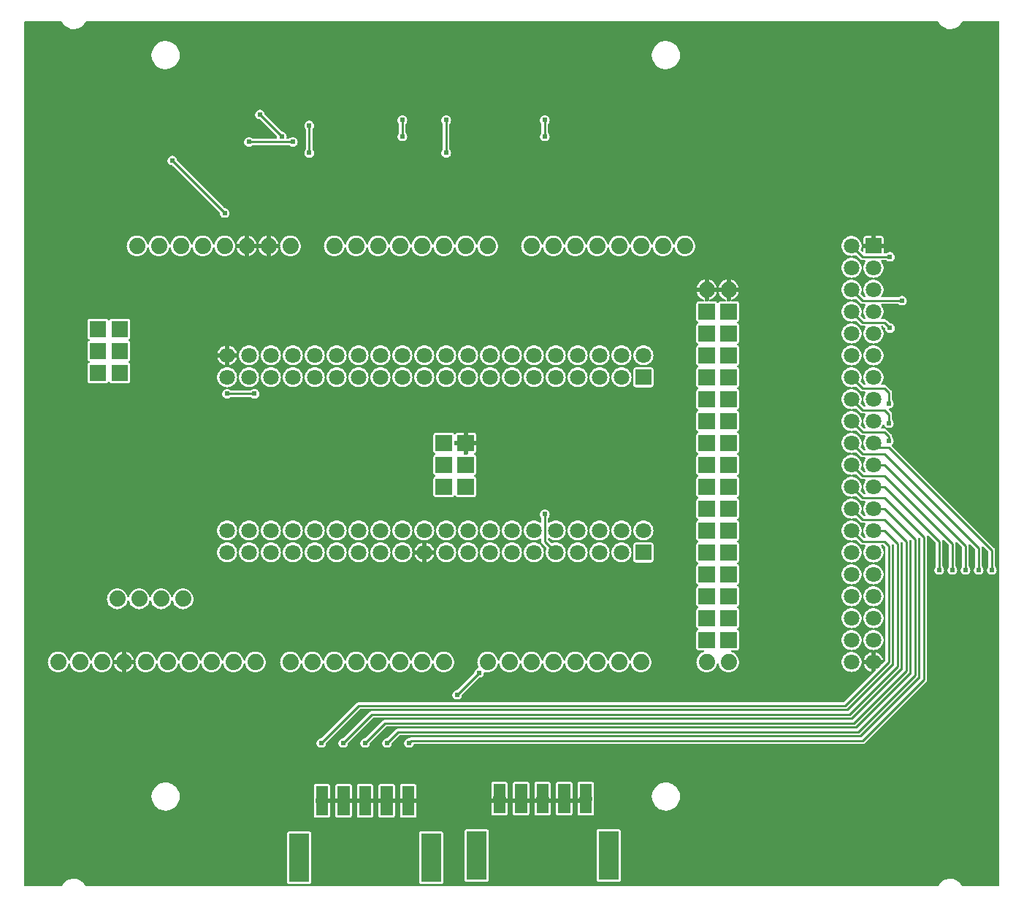
<source format=gbl>
G04 Layer: BottomLayer*
G04 EasyEDA v6.4.17, 2021-03-06T12:48:26--8:00*
G04 ee12d80863e34575bd4b21ebeaabd800,b5aacd518854429a9b9924e8a25dcfd8,10*
G04 Gerber Generator version 0.2*
G04 Scale: 100 percent, Rotated: No, Reflected: No *
G04 Dimensions in inches *
G04 leading zeros omitted , absolute positions ,3 integer and 6 decimal *
%FSLAX36Y36*%
%MOIN*%

%ADD10C,0.0100*%
%ADD11C,0.0240*%
%ADD22C,0.0740*%
%ADD25C,0.0709*%
%ADD26C,0.0200*%

%LPD*%
G36*
X29000Y-1975000D02*
G01*
X27460Y-1974700D01*
X26180Y-1973820D01*
X25299Y-1972540D01*
X25000Y-1971000D01*
X25000Y1971000D01*
X25299Y1972540D01*
X26180Y1973820D01*
X27460Y1974700D01*
X29000Y1975000D01*
X192920Y1975000D01*
X194380Y1974720D01*
X195660Y1973920D01*
X196540Y1972700D01*
X197140Y1971399D01*
X200620Y1965760D01*
X204680Y1960540D01*
X209300Y1955780D01*
X214420Y1951579D01*
X219960Y1947960D01*
X225859Y1944960D01*
X232060Y1942640D01*
X238480Y1941020D01*
X245040Y1940120D01*
X251660Y1939920D01*
X258260Y1940480D01*
X264760Y1941740D01*
X271080Y1943720D01*
X277140Y1946380D01*
X282860Y1949700D01*
X288200Y1953620D01*
X293080Y1958100D01*
X297420Y1963080D01*
X301200Y1968540D01*
X303560Y1972900D01*
X304460Y1974019D01*
X305680Y1974740D01*
X307080Y1975000D01*
X4192919Y1975000D01*
X4194380Y1974720D01*
X4195660Y1973920D01*
X4196540Y1972700D01*
X4197140Y1971399D01*
X4200620Y1965760D01*
X4204680Y1960540D01*
X4209300Y1955780D01*
X4214420Y1951579D01*
X4219960Y1947960D01*
X4225860Y1944960D01*
X4232060Y1942640D01*
X4238480Y1941020D01*
X4245040Y1940120D01*
X4251660Y1939920D01*
X4258260Y1940480D01*
X4264760Y1941740D01*
X4271080Y1943720D01*
X4277140Y1946380D01*
X4282860Y1949700D01*
X4288200Y1953620D01*
X4293080Y1958100D01*
X4297420Y1963080D01*
X4301200Y1968540D01*
X4303560Y1972900D01*
X4304460Y1974019D01*
X4305680Y1974740D01*
X4307080Y1975000D01*
X4471000Y1975000D01*
X4472540Y1974700D01*
X4473820Y1973820D01*
X4474700Y1972540D01*
X4475000Y1971000D01*
X4475000Y-1971000D01*
X4474700Y-1972540D01*
X4473820Y-1973820D01*
X4472540Y-1974700D01*
X4471000Y-1975000D01*
X4307080Y-1975000D01*
X4305680Y-1974740D01*
X4304460Y-1974019D01*
X4303560Y-1972900D01*
X4301200Y-1968540D01*
X4297420Y-1963080D01*
X4293080Y-1958100D01*
X4288200Y-1953620D01*
X4282860Y-1949700D01*
X4277140Y-1946380D01*
X4271080Y-1943720D01*
X4264760Y-1941740D01*
X4258260Y-1940480D01*
X4251660Y-1939920D01*
X4245040Y-1940120D01*
X4238480Y-1941020D01*
X4232060Y-1942640D01*
X4225860Y-1944960D01*
X4219960Y-1947960D01*
X4214420Y-1951579D01*
X4209300Y-1955780D01*
X4204680Y-1960540D01*
X4200620Y-1965760D01*
X4197140Y-1971399D01*
X4196540Y-1972700D01*
X4195660Y-1973920D01*
X4194380Y-1974720D01*
X4192919Y-1975000D01*
X307080Y-1975000D01*
X305680Y-1974740D01*
X304460Y-1974019D01*
X303560Y-1972900D01*
X301200Y-1968540D01*
X297420Y-1963080D01*
X293080Y-1958100D01*
X288200Y-1953620D01*
X282860Y-1949700D01*
X277140Y-1946380D01*
X271080Y-1943720D01*
X264760Y-1941740D01*
X258260Y-1940480D01*
X251660Y-1939920D01*
X245040Y-1940120D01*
X238480Y-1941020D01*
X232060Y-1942640D01*
X225859Y-1944960D01*
X219960Y-1947960D01*
X214420Y-1951579D01*
X209300Y-1955780D01*
X204680Y-1960540D01*
X200620Y-1965760D01*
X197140Y-1971399D01*
X196540Y-1972700D01*
X195660Y-1973920D01*
X194380Y-1974720D01*
X192920Y-1975000D01*
G37*

%LPC*%
G36*
X1835900Y-1963920D02*
G01*
X1926459Y-1963920D01*
X1928920Y-1963640D01*
X1931060Y-1962880D01*
X1932960Y-1961680D01*
X1934560Y-1960100D01*
X1935760Y-1958180D01*
X1936500Y-1956060D01*
X1936780Y-1953580D01*
X1936780Y-1734040D01*
X1936500Y-1731560D01*
X1935760Y-1729440D01*
X1934560Y-1727520D01*
X1932960Y-1725940D01*
X1931060Y-1724740D01*
X1928920Y-1723980D01*
X1926459Y-1723720D01*
X1835900Y-1723720D01*
X1833440Y-1723980D01*
X1831300Y-1724740D01*
X1829400Y-1725940D01*
X1827800Y-1727520D01*
X1826600Y-1729440D01*
X1825860Y-1731560D01*
X1825580Y-1734040D01*
X1825580Y-1953580D01*
X1825860Y-1956060D01*
X1826600Y-1958180D01*
X1827800Y-1960100D01*
X1829400Y-1961680D01*
X1831300Y-1962880D01*
X1833440Y-1963640D01*
G37*
G36*
X1233540Y-1963920D02*
G01*
X1324100Y-1963920D01*
X1326560Y-1963640D01*
X1328700Y-1962880D01*
X1330600Y-1961680D01*
X1332200Y-1960100D01*
X1333400Y-1958180D01*
X1334139Y-1956060D01*
X1334420Y-1953580D01*
X1334420Y-1734040D01*
X1334139Y-1731560D01*
X1333400Y-1729440D01*
X1332200Y-1727520D01*
X1330600Y-1725940D01*
X1328700Y-1724740D01*
X1326560Y-1723980D01*
X1324100Y-1723720D01*
X1233540Y-1723720D01*
X1231080Y-1723980D01*
X1228940Y-1724740D01*
X1227040Y-1725940D01*
X1225440Y-1727520D01*
X1224240Y-1729440D01*
X1223500Y-1731560D01*
X1223220Y-1734040D01*
X1223220Y-1953580D01*
X1223500Y-1956060D01*
X1224240Y-1958180D01*
X1225440Y-1960100D01*
X1227040Y-1961680D01*
X1228940Y-1962880D01*
X1231080Y-1963640D01*
G37*
G36*
X2645899Y-1953920D02*
G01*
X2736460Y-1953920D01*
X2738920Y-1953640D01*
X2741060Y-1952880D01*
X2742960Y-1951680D01*
X2744560Y-1950100D01*
X2745760Y-1948180D01*
X2746500Y-1946060D01*
X2746780Y-1943580D01*
X2746780Y-1724040D01*
X2746500Y-1721560D01*
X2745760Y-1719440D01*
X2744560Y-1717520D01*
X2742960Y-1715940D01*
X2741060Y-1714740D01*
X2738920Y-1713980D01*
X2736460Y-1713720D01*
X2645899Y-1713720D01*
X2643440Y-1713980D01*
X2641300Y-1714740D01*
X2639400Y-1715940D01*
X2637799Y-1717520D01*
X2636600Y-1719440D01*
X2635860Y-1721560D01*
X2635580Y-1724040D01*
X2635580Y-1943580D01*
X2635860Y-1946060D01*
X2636600Y-1948180D01*
X2637799Y-1950100D01*
X2639400Y-1951680D01*
X2641300Y-1952880D01*
X2643440Y-1953640D01*
G37*
G36*
X2043540Y-1953920D02*
G01*
X2134100Y-1953920D01*
X2136560Y-1953640D01*
X2138700Y-1952880D01*
X2140600Y-1951680D01*
X2142200Y-1950100D01*
X2143400Y-1948180D01*
X2144140Y-1946060D01*
X2144420Y-1943580D01*
X2144420Y-1724040D01*
X2144140Y-1721560D01*
X2143400Y-1719440D01*
X2142200Y-1717520D01*
X2140600Y-1715940D01*
X2138700Y-1714740D01*
X2136560Y-1713980D01*
X2134100Y-1713720D01*
X2043540Y-1713720D01*
X2041080Y-1713980D01*
X2038940Y-1714740D01*
X2037040Y-1715940D01*
X2035440Y-1717520D01*
X2034240Y-1719440D01*
X2033500Y-1721560D01*
X2033220Y-1724040D01*
X2033220Y-1943580D01*
X2033500Y-1946060D01*
X2034240Y-1948180D01*
X2035440Y-1950100D01*
X2037040Y-1951680D01*
X2038940Y-1952880D01*
X2041080Y-1953640D01*
G37*
G36*
X1651160Y-1661060D02*
G01*
X1705700Y-1661060D01*
X1708160Y-1660780D01*
X1710300Y-1660040D01*
X1712200Y-1658839D01*
X1713800Y-1657240D01*
X1715000Y-1655340D01*
X1715740Y-1653200D01*
X1716020Y-1650740D01*
X1716020Y-1517200D01*
X1715740Y-1514720D01*
X1715000Y-1512600D01*
X1713800Y-1510680D01*
X1712200Y-1509100D01*
X1710300Y-1507900D01*
X1708160Y-1507140D01*
X1705700Y-1506879D01*
X1651160Y-1506879D01*
X1648680Y-1507140D01*
X1646560Y-1507900D01*
X1644640Y-1509100D01*
X1643060Y-1510680D01*
X1641860Y-1512600D01*
X1641100Y-1514720D01*
X1640820Y-1517200D01*
X1640820Y-1650740D01*
X1641100Y-1653200D01*
X1641860Y-1655340D01*
X1643060Y-1657240D01*
X1644640Y-1658839D01*
X1646560Y-1660040D01*
X1648680Y-1660780D01*
G37*
G36*
X1454300Y-1661060D02*
G01*
X1508839Y-1661060D01*
X1511320Y-1660780D01*
X1513440Y-1660040D01*
X1515360Y-1658839D01*
X1516940Y-1657240D01*
X1518140Y-1655340D01*
X1518899Y-1653200D01*
X1519180Y-1650740D01*
X1519180Y-1517200D01*
X1518899Y-1514720D01*
X1518140Y-1512600D01*
X1516940Y-1510680D01*
X1515360Y-1509100D01*
X1513440Y-1507900D01*
X1511320Y-1507140D01*
X1508839Y-1506879D01*
X1454300Y-1506879D01*
X1451840Y-1507140D01*
X1449700Y-1507900D01*
X1447800Y-1509100D01*
X1446200Y-1510680D01*
X1445000Y-1512600D01*
X1444259Y-1514720D01*
X1443980Y-1517200D01*
X1443980Y-1650740D01*
X1444259Y-1653200D01*
X1445000Y-1655340D01*
X1446200Y-1657240D01*
X1447800Y-1658839D01*
X1449700Y-1660040D01*
X1451840Y-1660780D01*
G37*
G36*
X1749580Y-1661060D02*
G01*
X1804120Y-1661060D01*
X1806600Y-1660780D01*
X1808720Y-1660040D01*
X1810640Y-1658839D01*
X1812220Y-1657240D01*
X1813420Y-1655340D01*
X1814180Y-1653200D01*
X1814460Y-1650740D01*
X1814460Y-1517200D01*
X1814180Y-1514720D01*
X1813420Y-1512600D01*
X1812220Y-1510680D01*
X1810640Y-1509100D01*
X1808720Y-1507900D01*
X1806600Y-1507140D01*
X1804120Y-1506879D01*
X1749580Y-1506879D01*
X1747100Y-1507140D01*
X1744980Y-1507900D01*
X1743060Y-1509100D01*
X1741480Y-1510680D01*
X1740280Y-1512600D01*
X1739520Y-1514720D01*
X1739259Y-1517200D01*
X1739259Y-1650740D01*
X1739520Y-1653200D01*
X1740280Y-1655340D01*
X1741480Y-1657240D01*
X1743060Y-1658839D01*
X1744980Y-1660040D01*
X1747100Y-1660780D01*
G37*
G36*
X1355880Y-1661060D02*
G01*
X1410420Y-1661060D01*
X1412900Y-1660780D01*
X1415020Y-1660040D01*
X1416940Y-1658839D01*
X1418520Y-1657240D01*
X1419720Y-1655340D01*
X1420480Y-1653200D01*
X1420760Y-1650740D01*
X1420760Y-1517200D01*
X1420480Y-1514720D01*
X1419720Y-1512600D01*
X1418520Y-1510680D01*
X1416940Y-1509100D01*
X1415020Y-1507900D01*
X1412900Y-1507140D01*
X1410420Y-1506879D01*
X1355880Y-1506879D01*
X1353400Y-1507140D01*
X1351279Y-1507900D01*
X1349360Y-1509100D01*
X1347780Y-1510680D01*
X1346579Y-1512600D01*
X1345820Y-1514720D01*
X1345560Y-1517200D01*
X1345560Y-1650740D01*
X1345820Y-1653200D01*
X1346579Y-1655340D01*
X1347780Y-1657240D01*
X1349360Y-1658839D01*
X1351279Y-1660040D01*
X1353400Y-1660780D01*
G37*
G36*
X1552720Y-1661060D02*
G01*
X1607280Y-1661060D01*
X1609740Y-1660780D01*
X1611879Y-1660040D01*
X1613779Y-1658839D01*
X1615380Y-1657240D01*
X1616579Y-1655340D01*
X1617320Y-1653200D01*
X1617600Y-1650740D01*
X1617600Y-1517200D01*
X1617320Y-1514720D01*
X1616579Y-1512600D01*
X1615380Y-1510680D01*
X1613779Y-1509100D01*
X1611879Y-1507900D01*
X1609740Y-1507140D01*
X1607280Y-1506879D01*
X1552720Y-1506879D01*
X1550260Y-1507140D01*
X1548120Y-1507900D01*
X1546220Y-1509100D01*
X1544620Y-1510680D01*
X1543420Y-1512600D01*
X1542680Y-1514720D01*
X1542400Y-1517200D01*
X1542400Y-1650740D01*
X1542680Y-1653200D01*
X1543420Y-1655340D01*
X1544620Y-1657240D01*
X1546220Y-1658839D01*
X1548120Y-1660040D01*
X1550260Y-1660780D01*
G37*
G36*
X2264300Y-1651060D02*
G01*
X2318840Y-1651060D01*
X2321320Y-1650780D01*
X2323440Y-1650040D01*
X2325360Y-1648839D01*
X2326940Y-1647240D01*
X2328140Y-1645340D01*
X2328900Y-1643200D01*
X2329180Y-1640740D01*
X2329180Y-1507200D01*
X2328900Y-1504720D01*
X2328140Y-1502600D01*
X2326940Y-1500680D01*
X2325360Y-1499100D01*
X2323440Y-1497900D01*
X2321320Y-1497140D01*
X2318840Y-1496879D01*
X2264300Y-1496879D01*
X2261840Y-1497140D01*
X2259700Y-1497900D01*
X2257800Y-1499100D01*
X2256200Y-1500680D01*
X2255000Y-1502600D01*
X2254260Y-1504720D01*
X2253980Y-1507200D01*
X2253980Y-1640740D01*
X2254260Y-1643200D01*
X2255000Y-1645340D01*
X2256200Y-1647240D01*
X2257800Y-1648839D01*
X2259700Y-1650040D01*
X2261840Y-1650780D01*
G37*
G36*
X2461160Y-1651060D02*
G01*
X2515700Y-1651060D01*
X2518160Y-1650780D01*
X2520300Y-1650040D01*
X2522200Y-1648839D01*
X2523800Y-1647240D01*
X2525000Y-1645340D01*
X2525740Y-1643200D01*
X2526020Y-1640740D01*
X2526020Y-1507200D01*
X2525740Y-1504720D01*
X2525000Y-1502600D01*
X2523800Y-1500680D01*
X2522200Y-1499100D01*
X2520300Y-1497900D01*
X2518160Y-1497140D01*
X2515700Y-1496879D01*
X2461160Y-1496879D01*
X2458680Y-1497140D01*
X2456560Y-1497900D01*
X2454640Y-1499100D01*
X2453060Y-1500680D01*
X2451860Y-1502600D01*
X2451100Y-1504720D01*
X2450840Y-1507200D01*
X2450840Y-1640740D01*
X2451100Y-1643200D01*
X2451860Y-1645340D01*
X2453060Y-1647240D01*
X2454640Y-1648839D01*
X2456560Y-1650040D01*
X2458680Y-1650780D01*
G37*
G36*
X2165880Y-1651060D02*
G01*
X2220420Y-1651060D01*
X2222900Y-1650780D01*
X2225020Y-1650040D01*
X2226940Y-1648839D01*
X2228520Y-1647240D01*
X2229720Y-1645340D01*
X2230480Y-1643200D01*
X2230760Y-1640740D01*
X2230760Y-1507200D01*
X2230480Y-1504720D01*
X2229720Y-1502600D01*
X2228520Y-1500680D01*
X2226940Y-1499100D01*
X2225020Y-1497900D01*
X2222900Y-1497140D01*
X2220420Y-1496879D01*
X2165880Y-1496879D01*
X2163400Y-1497140D01*
X2161280Y-1497900D01*
X2159360Y-1499100D01*
X2157780Y-1500680D01*
X2156580Y-1502600D01*
X2155820Y-1504720D01*
X2155560Y-1507200D01*
X2155560Y-1640740D01*
X2155820Y-1643200D01*
X2156580Y-1645340D01*
X2157780Y-1647240D01*
X2159360Y-1648839D01*
X2161280Y-1650040D01*
X2163400Y-1650780D01*
G37*
G36*
X2362720Y-1651060D02*
G01*
X2417280Y-1651060D01*
X2419740Y-1650780D01*
X2421880Y-1650040D01*
X2423780Y-1648839D01*
X2425380Y-1647240D01*
X2426580Y-1645340D01*
X2427320Y-1643200D01*
X2427600Y-1640740D01*
X2427600Y-1507200D01*
X2427320Y-1504720D01*
X2426580Y-1502600D01*
X2425380Y-1500680D01*
X2423780Y-1499100D01*
X2421880Y-1497900D01*
X2419740Y-1497140D01*
X2417280Y-1496879D01*
X2362720Y-1496879D01*
X2360260Y-1497140D01*
X2358120Y-1497900D01*
X2356220Y-1499100D01*
X2354620Y-1500680D01*
X2353420Y-1502600D01*
X2352680Y-1504720D01*
X2352400Y-1507200D01*
X2352400Y-1640740D01*
X2352680Y-1643200D01*
X2353420Y-1645340D01*
X2354620Y-1647240D01*
X2356220Y-1648839D01*
X2358120Y-1650040D01*
X2360260Y-1650780D01*
G37*
G36*
X2559580Y-1651060D02*
G01*
X2614120Y-1651060D01*
X2616600Y-1650780D01*
X2618720Y-1650040D01*
X2620640Y-1648839D01*
X2622220Y-1647240D01*
X2623420Y-1645340D01*
X2624180Y-1643200D01*
X2624460Y-1640740D01*
X2624460Y-1507200D01*
X2624180Y-1504720D01*
X2623420Y-1502600D01*
X2622220Y-1500680D01*
X2620640Y-1499100D01*
X2618720Y-1497900D01*
X2616600Y-1497140D01*
X2614120Y-1496879D01*
X2559580Y-1496879D01*
X2557100Y-1497140D01*
X2554980Y-1497900D01*
X2553060Y-1499100D01*
X2551480Y-1500680D01*
X2550280Y-1502600D01*
X2549520Y-1504720D01*
X2549260Y-1507200D01*
X2549260Y-1640740D01*
X2549520Y-1643200D01*
X2550280Y-1645340D01*
X2551480Y-1647240D01*
X2553060Y-1648839D01*
X2554980Y-1650040D01*
X2557100Y-1650780D01*
G37*
G36*
X667580Y-1629000D02*
G01*
X674419Y-1628820D01*
X681200Y-1627920D01*
X687840Y-1626300D01*
X694260Y-1623980D01*
X700420Y-1620980D01*
X706200Y-1617360D01*
X711580Y-1613140D01*
X716480Y-1608360D01*
X720840Y-1603100D01*
X724620Y-1597400D01*
X727780Y-1591339D01*
X730260Y-1584980D01*
X732060Y-1578380D01*
X733160Y-1571620D01*
X733520Y-1564800D01*
X733160Y-1557980D01*
X732060Y-1551220D01*
X730260Y-1544620D01*
X727780Y-1538260D01*
X724620Y-1532200D01*
X720840Y-1526500D01*
X716480Y-1521240D01*
X711580Y-1516459D01*
X706200Y-1512240D01*
X700420Y-1508620D01*
X694260Y-1505620D01*
X687840Y-1503300D01*
X681200Y-1501680D01*
X674419Y-1500780D01*
X667580Y-1500600D01*
X660759Y-1501140D01*
X654040Y-1502400D01*
X647500Y-1504379D01*
X641200Y-1507040D01*
X635220Y-1510360D01*
X629620Y-1514280D01*
X624480Y-1518779D01*
X619840Y-1523800D01*
X615760Y-1529300D01*
X612300Y-1535180D01*
X609480Y-1541420D01*
X607320Y-1547900D01*
X605880Y-1554580D01*
X605160Y-1561380D01*
X605160Y-1568220D01*
X605880Y-1575020D01*
X607320Y-1581699D01*
X609480Y-1588180D01*
X612300Y-1594420D01*
X615760Y-1600300D01*
X619840Y-1605800D01*
X624480Y-1610820D01*
X629620Y-1615320D01*
X635220Y-1619240D01*
X641200Y-1622560D01*
X647500Y-1625220D01*
X654040Y-1627200D01*
X660759Y-1628460D01*
G37*
G36*
X2951060Y-1629000D02*
G01*
X2957880Y-1628820D01*
X2964660Y-1627920D01*
X2971300Y-1626300D01*
X2977740Y-1623980D01*
X2983880Y-1620980D01*
X2989680Y-1617360D01*
X2995059Y-1613140D01*
X2999960Y-1608360D01*
X3004320Y-1603100D01*
X3008100Y-1597400D01*
X3011240Y-1591339D01*
X3013740Y-1584980D01*
X3015539Y-1578380D01*
X3016620Y-1571620D01*
X3016980Y-1564800D01*
X3016620Y-1557980D01*
X3015539Y-1551220D01*
X3013740Y-1544620D01*
X3011240Y-1538260D01*
X3008100Y-1532200D01*
X3004320Y-1526500D01*
X2999960Y-1521240D01*
X2995059Y-1516459D01*
X2989680Y-1512240D01*
X2983880Y-1508620D01*
X2977740Y-1505620D01*
X2971300Y-1503300D01*
X2964660Y-1501680D01*
X2957880Y-1500780D01*
X2951060Y-1500600D01*
X2944240Y-1501140D01*
X2937520Y-1502400D01*
X2930980Y-1504379D01*
X2924680Y-1507040D01*
X2918700Y-1510360D01*
X2913100Y-1514280D01*
X2907960Y-1518779D01*
X2903320Y-1523800D01*
X2899240Y-1529300D01*
X2895760Y-1535180D01*
X2892940Y-1541420D01*
X2890800Y-1547900D01*
X2889340Y-1554580D01*
X2888620Y-1561380D01*
X2888620Y-1568220D01*
X2889340Y-1575020D01*
X2890800Y-1581699D01*
X2892940Y-1588180D01*
X2895760Y-1594420D01*
X2899240Y-1600300D01*
X2903320Y-1605800D01*
X2907960Y-1610820D01*
X2913100Y-1615320D01*
X2918700Y-1619240D01*
X2924680Y-1622560D01*
X2930980Y-1625220D01*
X2937520Y-1627200D01*
X2944240Y-1628460D01*
G37*
G36*
X1380000Y-1342080D02*
G01*
X1383839Y-1341740D01*
X1387560Y-1340760D01*
X1391040Y-1339120D01*
X1394199Y-1336920D01*
X1396920Y-1334199D01*
X1399120Y-1331040D01*
X1400760Y-1327560D01*
X1401740Y-1323839D01*
X1402020Y-1320660D01*
X1402380Y-1319300D01*
X1403180Y-1318180D01*
X1555080Y-1166280D01*
X1556380Y-1165400D01*
X1557920Y-1165100D01*
X3769800Y-1165100D01*
X3772940Y-1164800D01*
X3775779Y-1163940D01*
X3778380Y-1162540D01*
X3780820Y-1160540D01*
X3980539Y-960819D01*
X3982540Y-958379D01*
X3983940Y-955780D01*
X3984800Y-952940D01*
X3985100Y-949800D01*
X3985100Y-420200D01*
X3984540Y-414920D01*
X3985179Y-413300D01*
X3986440Y-412080D01*
X3988120Y-411540D01*
X3989860Y-411740D01*
X3991340Y-412680D01*
X3993720Y-415080D01*
X3994600Y-416380D01*
X3994900Y-417920D01*
X3994900Y-962080D01*
X3994600Y-963620D01*
X3993720Y-964920D01*
X3784920Y-1173720D01*
X3783620Y-1174600D01*
X3782080Y-1174900D01*
X1610200Y-1174900D01*
X1607060Y-1175200D01*
X1604220Y-1176060D01*
X1601620Y-1177460D01*
X1599180Y-1179460D01*
X1481819Y-1296819D01*
X1480700Y-1297620D01*
X1479340Y-1297980D01*
X1476160Y-1298260D01*
X1472440Y-1299240D01*
X1468959Y-1300880D01*
X1465800Y-1303080D01*
X1463080Y-1305800D01*
X1460880Y-1308959D01*
X1459240Y-1312440D01*
X1458260Y-1316160D01*
X1457920Y-1320000D01*
X1458260Y-1323839D01*
X1459240Y-1327560D01*
X1460880Y-1331040D01*
X1463080Y-1334199D01*
X1465800Y-1336920D01*
X1468959Y-1339120D01*
X1472440Y-1340760D01*
X1476160Y-1341740D01*
X1480000Y-1342080D01*
X1483839Y-1341740D01*
X1487560Y-1340760D01*
X1491040Y-1339120D01*
X1494199Y-1336920D01*
X1496920Y-1334199D01*
X1499120Y-1331040D01*
X1500760Y-1327560D01*
X1501740Y-1323839D01*
X1502020Y-1320660D01*
X1502380Y-1319300D01*
X1503180Y-1318180D01*
X1615080Y-1206280D01*
X1616380Y-1205400D01*
X1617920Y-1205100D01*
X3789800Y-1205100D01*
X3792940Y-1204800D01*
X3795779Y-1203940D01*
X3798380Y-1202540D01*
X3800820Y-1200540D01*
X4020539Y-980819D01*
X4022540Y-978379D01*
X4023940Y-975780D01*
X4024800Y-972940D01*
X4025100Y-969800D01*
X4025100Y-410200D01*
X4024540Y-404920D01*
X4025179Y-403300D01*
X4026440Y-402080D01*
X4028120Y-401540D01*
X4029860Y-401740D01*
X4031340Y-402680D01*
X4033720Y-405080D01*
X4034600Y-406380D01*
X4034900Y-407920D01*
X4034900Y-982080D01*
X4034600Y-983620D01*
X4033720Y-984920D01*
X3804920Y-1213720D01*
X3803620Y-1214600D01*
X3802080Y-1214900D01*
X1670200Y-1214900D01*
X1667060Y-1215200D01*
X1664220Y-1216060D01*
X1661620Y-1217460D01*
X1659180Y-1219460D01*
X1581819Y-1296819D01*
X1580700Y-1297620D01*
X1579340Y-1297980D01*
X1576160Y-1298260D01*
X1572440Y-1299240D01*
X1568959Y-1300880D01*
X1565800Y-1303080D01*
X1563080Y-1305800D01*
X1560880Y-1308959D01*
X1559240Y-1312440D01*
X1558260Y-1316160D01*
X1557920Y-1320000D01*
X1558260Y-1323839D01*
X1559240Y-1327560D01*
X1560880Y-1331040D01*
X1563080Y-1334199D01*
X1565800Y-1336920D01*
X1568959Y-1339120D01*
X1572440Y-1340760D01*
X1576160Y-1341740D01*
X1580000Y-1342080D01*
X1583839Y-1341740D01*
X1587560Y-1340760D01*
X1591040Y-1339120D01*
X1594199Y-1336920D01*
X1596920Y-1334199D01*
X1599120Y-1331040D01*
X1600760Y-1327560D01*
X1601740Y-1323839D01*
X1602020Y-1320660D01*
X1602380Y-1319300D01*
X1603180Y-1318180D01*
X1675080Y-1246280D01*
X1676380Y-1245400D01*
X1677920Y-1245100D01*
X3809800Y-1245100D01*
X3812940Y-1244800D01*
X3815779Y-1243940D01*
X3818380Y-1242540D01*
X3820820Y-1240540D01*
X4060539Y-1000819D01*
X4062540Y-998379D01*
X4063940Y-995780D01*
X4064800Y-992940D01*
X4065100Y-989800D01*
X4065100Y-400200D01*
X4064540Y-394920D01*
X4065179Y-393300D01*
X4066440Y-392080D01*
X4068120Y-391540D01*
X4069860Y-391740D01*
X4071340Y-392680D01*
X4073720Y-395080D01*
X4074600Y-396380D01*
X4074900Y-397920D01*
X4074900Y-1002080D01*
X4074600Y-1003620D01*
X4073720Y-1004920D01*
X3824920Y-1253720D01*
X3823620Y-1254600D01*
X3822080Y-1254900D01*
X1730200Y-1254900D01*
X1727060Y-1255200D01*
X1724220Y-1256060D01*
X1721620Y-1257460D01*
X1719180Y-1259460D01*
X1681819Y-1296819D01*
X1680700Y-1297620D01*
X1679340Y-1297980D01*
X1676160Y-1298260D01*
X1672440Y-1299240D01*
X1668959Y-1300880D01*
X1665800Y-1303080D01*
X1663080Y-1305800D01*
X1660880Y-1308959D01*
X1659240Y-1312440D01*
X1658260Y-1316160D01*
X1657920Y-1320000D01*
X1658260Y-1323839D01*
X1659240Y-1327560D01*
X1660880Y-1331040D01*
X1663080Y-1334199D01*
X1665800Y-1336920D01*
X1668959Y-1339120D01*
X1672440Y-1340760D01*
X1676160Y-1341740D01*
X1680000Y-1342080D01*
X1683839Y-1341740D01*
X1687560Y-1340760D01*
X1691040Y-1339120D01*
X1694199Y-1336920D01*
X1696920Y-1334199D01*
X1699120Y-1331040D01*
X1700760Y-1327560D01*
X1701740Y-1323839D01*
X1702020Y-1320660D01*
X1702380Y-1319300D01*
X1703180Y-1318180D01*
X1735080Y-1286279D01*
X1736380Y-1285400D01*
X1737920Y-1285100D01*
X3829800Y-1285100D01*
X3832940Y-1284800D01*
X3835779Y-1283940D01*
X3838380Y-1282540D01*
X3840820Y-1280540D01*
X4100539Y-1020819D01*
X4102540Y-1018379D01*
X4103940Y-1015780D01*
X4104800Y-1012940D01*
X4105100Y-1009800D01*
X4105100Y-390200D01*
X4104540Y-384920D01*
X4105179Y-383300D01*
X4106440Y-382080D01*
X4108120Y-381540D01*
X4109860Y-381740D01*
X4111340Y-382680D01*
X4113720Y-385080D01*
X4114600Y-386380D01*
X4114900Y-387920D01*
X4114900Y-1022080D01*
X4114600Y-1023620D01*
X4113720Y-1024920D01*
X3844920Y-1293720D01*
X3843620Y-1294600D01*
X3842080Y-1294900D01*
X1790200Y-1294900D01*
X1787060Y-1295200D01*
X1784220Y-1296060D01*
X1781639Y-1297440D01*
X1780100Y-1297900D01*
X1776160Y-1298260D01*
X1772440Y-1299240D01*
X1768959Y-1300880D01*
X1765800Y-1303080D01*
X1763080Y-1305800D01*
X1760880Y-1308959D01*
X1759240Y-1312440D01*
X1758260Y-1316160D01*
X1757920Y-1320000D01*
X1758260Y-1323839D01*
X1759240Y-1327560D01*
X1760880Y-1331040D01*
X1763080Y-1334199D01*
X1765800Y-1336920D01*
X1768959Y-1339120D01*
X1772440Y-1340760D01*
X1776160Y-1341740D01*
X1780000Y-1342080D01*
X1783839Y-1341740D01*
X1787560Y-1340760D01*
X1791040Y-1339120D01*
X1794199Y-1336920D01*
X1796920Y-1334199D01*
X1799120Y-1331040D01*
X1800820Y-1327400D01*
X1801699Y-1326200D01*
X1802960Y-1325380D01*
X1804440Y-1325100D01*
X3849800Y-1325100D01*
X3852940Y-1324800D01*
X3855779Y-1323940D01*
X3858380Y-1322540D01*
X3860820Y-1320540D01*
X4140539Y-1040819D01*
X4142540Y-1038379D01*
X4143940Y-1035780D01*
X4144800Y-1032940D01*
X4145100Y-1029800D01*
X4145100Y-380200D01*
X4144540Y-374920D01*
X4145179Y-373300D01*
X4146440Y-372080D01*
X4148120Y-371540D01*
X4149860Y-371740D01*
X4151340Y-372680D01*
X4183720Y-405080D01*
X4184600Y-406380D01*
X4184900Y-407920D01*
X4184900Y-512320D01*
X4184600Y-513860D01*
X4183720Y-515160D01*
X4183080Y-515800D01*
X4180880Y-518960D01*
X4179240Y-522440D01*
X4178260Y-526160D01*
X4177919Y-530000D01*
X4178260Y-533840D01*
X4179240Y-537560D01*
X4180880Y-541040D01*
X4183080Y-544200D01*
X4185800Y-546920D01*
X4188960Y-549120D01*
X4192440Y-550760D01*
X4196160Y-551740D01*
X4200000Y-552080D01*
X4203840Y-551740D01*
X4207560Y-550760D01*
X4211040Y-549120D01*
X4214200Y-546920D01*
X4216920Y-544200D01*
X4219120Y-541040D01*
X4220760Y-537560D01*
X4221740Y-533840D01*
X4222080Y-530000D01*
X4221740Y-526160D01*
X4220760Y-522440D01*
X4219120Y-518960D01*
X4216920Y-515800D01*
X4216280Y-515160D01*
X4215400Y-513860D01*
X4215100Y-512320D01*
X4215100Y-400200D01*
X4214540Y-394920D01*
X4215180Y-393300D01*
X4216440Y-392080D01*
X4218120Y-391540D01*
X4219860Y-391740D01*
X4221340Y-392680D01*
X4243720Y-415080D01*
X4244600Y-416380D01*
X4244900Y-417920D01*
X4244900Y-512320D01*
X4244600Y-513860D01*
X4243720Y-515160D01*
X4243080Y-515800D01*
X4240880Y-518960D01*
X4239240Y-522440D01*
X4238260Y-526160D01*
X4237920Y-530000D01*
X4238260Y-533840D01*
X4239240Y-537560D01*
X4240880Y-541040D01*
X4243080Y-544200D01*
X4245800Y-546920D01*
X4248960Y-549120D01*
X4252440Y-550760D01*
X4256160Y-551740D01*
X4260000Y-552080D01*
X4263840Y-551740D01*
X4267560Y-550760D01*
X4271040Y-549120D01*
X4274200Y-546920D01*
X4276920Y-544200D01*
X4279120Y-541040D01*
X4280760Y-537560D01*
X4281740Y-533840D01*
X4282080Y-530000D01*
X4281740Y-526160D01*
X4280760Y-522440D01*
X4279120Y-518960D01*
X4276920Y-515800D01*
X4276280Y-515160D01*
X4275400Y-513860D01*
X4275100Y-512320D01*
X4275100Y-410200D01*
X4274540Y-404920D01*
X4275180Y-403300D01*
X4276440Y-402080D01*
X4278120Y-401540D01*
X4279860Y-401740D01*
X4281340Y-402680D01*
X4303720Y-425080D01*
X4304600Y-426380D01*
X4304900Y-427920D01*
X4304900Y-512320D01*
X4304600Y-513860D01*
X4303720Y-515160D01*
X4303080Y-515800D01*
X4300880Y-518960D01*
X4299240Y-522440D01*
X4298260Y-526160D01*
X4297920Y-530000D01*
X4298260Y-533840D01*
X4299240Y-537560D01*
X4300880Y-541040D01*
X4303080Y-544200D01*
X4305800Y-546920D01*
X4308960Y-549120D01*
X4312440Y-550760D01*
X4316160Y-551740D01*
X4320000Y-552080D01*
X4323840Y-551740D01*
X4327560Y-550760D01*
X4331040Y-549120D01*
X4334200Y-546920D01*
X4336920Y-544200D01*
X4339120Y-541040D01*
X4340760Y-537560D01*
X4341740Y-533840D01*
X4342080Y-530000D01*
X4341740Y-526160D01*
X4340760Y-522440D01*
X4339120Y-518960D01*
X4336920Y-515800D01*
X4336280Y-515160D01*
X4335400Y-513860D01*
X4335100Y-512320D01*
X4335100Y-420200D01*
X4334540Y-414920D01*
X4335180Y-413300D01*
X4336440Y-412080D01*
X4338120Y-411540D01*
X4339860Y-411740D01*
X4341340Y-412680D01*
X4363720Y-435080D01*
X4364600Y-436380D01*
X4364900Y-437920D01*
X4364900Y-512320D01*
X4364600Y-513860D01*
X4363720Y-515160D01*
X4363080Y-515800D01*
X4360880Y-518960D01*
X4359240Y-522440D01*
X4358260Y-526160D01*
X4357920Y-530000D01*
X4358260Y-533840D01*
X4359240Y-537560D01*
X4360880Y-541040D01*
X4363080Y-544200D01*
X4365800Y-546920D01*
X4368960Y-549120D01*
X4372440Y-550760D01*
X4376160Y-551740D01*
X4380000Y-552080D01*
X4383840Y-551740D01*
X4387560Y-550760D01*
X4391040Y-549120D01*
X4394200Y-546920D01*
X4396920Y-544200D01*
X4399120Y-541040D01*
X4400760Y-537560D01*
X4401740Y-533840D01*
X4402080Y-530000D01*
X4401740Y-526160D01*
X4400760Y-522440D01*
X4399120Y-518960D01*
X4396920Y-515800D01*
X4396280Y-515160D01*
X4395400Y-513860D01*
X4395100Y-512320D01*
X4395100Y-430200D01*
X4394540Y-424920D01*
X4395180Y-423300D01*
X4396440Y-422080D01*
X4398120Y-421540D01*
X4399860Y-421740D01*
X4401340Y-422680D01*
X4423720Y-445080D01*
X4424600Y-446380D01*
X4424900Y-447920D01*
X4424900Y-512320D01*
X4424600Y-513860D01*
X4423720Y-515160D01*
X4423080Y-515800D01*
X4420880Y-518960D01*
X4419240Y-522440D01*
X4418260Y-526160D01*
X4417920Y-530000D01*
X4418260Y-533840D01*
X4419240Y-537560D01*
X4420880Y-541040D01*
X4423080Y-544200D01*
X4425800Y-546920D01*
X4428960Y-549120D01*
X4432440Y-550760D01*
X4436160Y-551740D01*
X4440000Y-552080D01*
X4443840Y-551740D01*
X4447560Y-550760D01*
X4451040Y-549120D01*
X4454200Y-546920D01*
X4456920Y-544200D01*
X4459120Y-541040D01*
X4460760Y-537560D01*
X4461740Y-533840D01*
X4462080Y-530000D01*
X4461740Y-526160D01*
X4460760Y-522440D01*
X4459120Y-518960D01*
X4456920Y-515800D01*
X4456280Y-515160D01*
X4455400Y-513860D01*
X4455100Y-512320D01*
X4455100Y-440200D01*
X4454800Y-437060D01*
X4453940Y-434219D01*
X4452540Y-431620D01*
X4450540Y-429180D01*
X3984060Y37300D01*
X3983200Y38580D01*
X3982900Y40119D01*
X3983200Y41660D01*
X3984060Y42939D01*
X3986920Y45800D01*
X3989120Y48960D01*
X3990760Y52440D01*
X3991740Y56160D01*
X3992080Y60000D01*
X3991740Y63840D01*
X3990760Y67560D01*
X3989120Y71040D01*
X3986920Y74200D01*
X3986280Y74840D01*
X3985400Y76140D01*
X3985100Y77680D01*
X3985100Y79800D01*
X3984800Y82940D01*
X3983940Y85780D01*
X3982540Y88379D01*
X3980539Y90820D01*
X3960820Y110540D01*
X3958580Y112360D01*
X3957600Y113560D01*
X3957360Y114340D01*
X3956480Y114060D01*
X3954880Y114200D01*
X3952940Y114800D01*
X3949800Y115100D01*
X3938660Y115100D01*
X3936960Y115480D01*
X3935580Y116560D01*
X3934780Y118100D01*
X3934720Y119840D01*
X3935419Y121460D01*
X3938440Y125600D01*
X3941200Y130620D01*
X3941860Y132320D01*
X3942700Y133600D01*
X3943960Y134500D01*
X3945460Y134840D01*
X3946980Y134580D01*
X3948300Y133780D01*
X3949200Y132540D01*
X3950880Y128960D01*
X3953080Y125800D01*
X3955800Y123080D01*
X3958340Y121300D01*
X3959440Y120140D01*
X3959800Y119160D01*
X3960620Y119420D01*
X3962160Y119320D01*
X3966160Y118260D01*
X3970000Y117920D01*
X3973840Y118260D01*
X3977559Y119240D01*
X3981040Y120879D01*
X3984200Y123080D01*
X3986920Y125800D01*
X3989120Y128960D01*
X3990760Y132440D01*
X3991740Y136160D01*
X3992080Y140000D01*
X3991740Y143840D01*
X3990760Y147560D01*
X3989120Y151040D01*
X3986920Y154200D01*
X3986280Y154840D01*
X3985400Y156140D01*
X3985100Y157680D01*
X3985100Y179800D01*
X3984800Y182940D01*
X3983940Y185780D01*
X3982540Y188380D01*
X3980539Y190820D01*
X3970040Y201320D01*
X3969180Y202560D01*
X3968860Y204040D01*
X3969100Y205520D01*
X3969880Y206800D01*
X3971060Y207719D01*
X3972520Y208140D01*
X3973840Y208260D01*
X3977559Y209240D01*
X3981040Y210880D01*
X3984200Y213080D01*
X3986920Y215799D01*
X3989120Y218960D01*
X3990760Y222440D01*
X3991740Y226160D01*
X3992080Y230000D01*
X3991740Y233840D01*
X3990760Y237560D01*
X3989120Y241040D01*
X3986920Y244200D01*
X3986280Y244840D01*
X3985400Y246140D01*
X3985100Y247680D01*
X3985100Y279800D01*
X3984800Y282940D01*
X3983940Y285780D01*
X3982540Y288380D01*
X3980539Y290820D01*
X3960820Y310540D01*
X3958380Y312540D01*
X3955779Y313940D01*
X3952940Y314800D01*
X3949800Y315100D01*
X3938660Y315100D01*
X3936960Y315480D01*
X3935580Y316560D01*
X3934780Y318100D01*
X3934720Y319840D01*
X3935419Y321460D01*
X3938440Y325600D01*
X3941200Y330620D01*
X3943300Y335940D01*
X3944720Y341460D01*
X3945440Y347140D01*
X3945440Y352860D01*
X3944720Y358540D01*
X3943300Y364060D01*
X3941200Y369380D01*
X3938440Y374400D01*
X3935080Y379020D01*
X3931160Y383180D01*
X3926760Y386840D01*
X3921940Y389900D01*
X3916760Y392320D01*
X3911320Y394099D01*
X3905700Y395160D01*
X3900000Y395520D01*
X3894300Y395160D01*
X3888680Y394099D01*
X3883240Y392320D01*
X3878060Y389900D01*
X3873240Y386840D01*
X3868840Y383180D01*
X3864920Y379020D01*
X3861560Y374400D01*
X3858800Y369380D01*
X3856700Y364060D01*
X3855280Y358540D01*
X3854560Y352860D01*
X3854560Y347140D01*
X3855280Y341460D01*
X3856700Y335940D01*
X3858800Y330620D01*
X3861560Y325600D01*
X3864580Y321460D01*
X3865280Y319840D01*
X3865220Y318100D01*
X3864420Y316560D01*
X3863039Y315480D01*
X3861340Y315100D01*
X3857919Y315100D01*
X3856380Y315400D01*
X3855080Y316280D01*
X3842919Y328440D01*
X3842060Y329720D01*
X3841760Y331220D01*
X3842040Y332740D01*
X3843300Y335940D01*
X3844720Y341460D01*
X3845440Y347140D01*
X3845440Y352860D01*
X3844720Y358540D01*
X3843300Y364060D01*
X3841200Y369380D01*
X3838440Y374400D01*
X3835080Y379020D01*
X3831160Y383180D01*
X3826760Y386840D01*
X3821940Y389900D01*
X3816760Y392320D01*
X3811320Y394099D01*
X3805700Y395160D01*
X3800000Y395520D01*
X3794300Y395160D01*
X3788680Y394099D01*
X3783240Y392320D01*
X3778060Y389900D01*
X3773240Y386840D01*
X3768840Y383180D01*
X3764920Y379020D01*
X3761560Y374400D01*
X3758800Y369380D01*
X3756700Y364060D01*
X3755280Y358540D01*
X3754560Y352860D01*
X3754560Y347140D01*
X3755280Y341460D01*
X3756700Y335940D01*
X3758800Y330620D01*
X3761560Y325600D01*
X3764920Y320980D01*
X3768840Y316820D01*
X3773240Y313160D01*
X3778060Y310100D01*
X3783240Y307680D01*
X3788680Y305900D01*
X3794300Y304840D01*
X3800000Y304480D01*
X3805700Y304840D01*
X3811320Y305900D01*
X3816760Y307680D01*
X3818660Y308200D01*
X3820260Y307920D01*
X3821620Y307040D01*
X3839180Y289460D01*
X3841620Y287460D01*
X3844220Y286060D01*
X3847060Y285200D01*
X3850200Y284900D01*
X3861340Y284900D01*
X3863039Y284520D01*
X3864420Y283440D01*
X3865220Y281900D01*
X3865280Y280160D01*
X3864580Y278540D01*
X3861560Y274400D01*
X3858800Y269380D01*
X3856700Y264060D01*
X3855280Y258540D01*
X3854560Y252860D01*
X3854560Y247140D01*
X3855280Y241460D01*
X3856700Y235940D01*
X3858800Y230620D01*
X3861560Y225600D01*
X3864580Y221460D01*
X3865280Y219840D01*
X3865220Y218100D01*
X3864420Y216560D01*
X3863039Y215479D01*
X3861340Y215100D01*
X3857919Y215100D01*
X3856380Y215400D01*
X3855080Y216280D01*
X3842919Y228440D01*
X3842060Y229720D01*
X3841760Y231220D01*
X3842040Y232740D01*
X3843300Y235940D01*
X3844720Y241460D01*
X3845440Y247140D01*
X3845440Y252860D01*
X3844720Y258540D01*
X3843300Y264060D01*
X3841200Y269380D01*
X3838440Y274400D01*
X3835080Y279020D01*
X3831160Y283180D01*
X3826760Y286840D01*
X3821940Y289900D01*
X3816760Y292320D01*
X3811320Y294100D01*
X3805700Y295160D01*
X3800000Y295520D01*
X3794300Y295160D01*
X3788680Y294100D01*
X3783240Y292320D01*
X3778060Y289900D01*
X3773240Y286840D01*
X3768840Y283180D01*
X3764920Y279020D01*
X3761560Y274400D01*
X3758800Y269380D01*
X3756700Y264060D01*
X3755280Y258540D01*
X3754560Y252860D01*
X3754560Y247140D01*
X3755280Y241460D01*
X3756700Y235940D01*
X3758800Y230620D01*
X3761560Y225600D01*
X3764920Y220980D01*
X3768840Y216820D01*
X3773240Y213160D01*
X3778060Y210100D01*
X3783240Y207680D01*
X3788680Y205900D01*
X3794300Y204840D01*
X3800000Y204480D01*
X3805700Y204840D01*
X3811320Y205900D01*
X3816760Y207680D01*
X3818660Y208200D01*
X3820260Y207920D01*
X3821620Y207040D01*
X3839180Y189460D01*
X3841620Y187460D01*
X3844220Y186060D01*
X3847060Y185200D01*
X3850200Y184899D01*
X3861340Y184899D01*
X3863039Y184520D01*
X3864420Y183440D01*
X3865220Y181900D01*
X3865280Y180159D01*
X3864580Y178540D01*
X3861560Y174400D01*
X3858800Y169380D01*
X3856700Y164060D01*
X3855280Y158540D01*
X3854560Y152860D01*
X3854560Y147140D01*
X3855280Y141460D01*
X3856700Y135940D01*
X3858800Y130620D01*
X3861560Y125600D01*
X3864580Y121460D01*
X3865280Y119840D01*
X3865220Y118100D01*
X3864420Y116560D01*
X3863039Y115480D01*
X3861340Y115100D01*
X3857919Y115100D01*
X3856380Y115399D01*
X3855080Y116280D01*
X3842919Y128440D01*
X3842060Y129720D01*
X3841760Y131220D01*
X3842040Y132740D01*
X3843300Y135940D01*
X3844720Y141460D01*
X3845440Y147140D01*
X3845440Y152860D01*
X3844720Y158540D01*
X3843300Y164060D01*
X3841200Y169380D01*
X3838440Y174400D01*
X3835080Y179020D01*
X3831160Y183180D01*
X3826760Y186840D01*
X3821940Y189899D01*
X3816760Y192320D01*
X3811320Y194100D01*
X3805700Y195159D01*
X3800000Y195520D01*
X3794300Y195159D01*
X3788680Y194100D01*
X3783240Y192320D01*
X3778060Y189899D01*
X3773240Y186840D01*
X3768840Y183180D01*
X3764920Y179020D01*
X3761560Y174400D01*
X3758800Y169380D01*
X3756700Y164060D01*
X3755280Y158540D01*
X3754560Y152860D01*
X3754560Y147140D01*
X3755280Y141460D01*
X3756700Y135940D01*
X3758800Y130620D01*
X3761560Y125600D01*
X3764920Y120980D01*
X3768840Y116820D01*
X3773240Y113160D01*
X3778060Y110100D01*
X3783240Y107680D01*
X3788680Y105900D01*
X3794300Y104840D01*
X3800000Y104480D01*
X3805700Y104840D01*
X3811320Y105900D01*
X3816760Y107680D01*
X3818660Y108200D01*
X3820260Y107920D01*
X3821620Y107040D01*
X3839180Y89460D01*
X3841620Y87460D01*
X3844220Y86060D01*
X3847060Y85200D01*
X3850200Y84900D01*
X3861340Y84900D01*
X3863039Y84520D01*
X3864420Y83440D01*
X3865220Y81900D01*
X3865280Y80160D01*
X3864580Y78540D01*
X3861560Y74400D01*
X3858800Y69380D01*
X3856700Y64060D01*
X3855280Y58540D01*
X3854560Y52859D01*
X3854560Y47140D01*
X3855280Y41460D01*
X3856700Y35940D01*
X3858800Y30620D01*
X3861560Y25600D01*
X3864580Y21460D01*
X3865280Y19840D01*
X3865220Y18100D01*
X3864420Y16560D01*
X3863039Y15480D01*
X3861340Y15100D01*
X3857919Y15100D01*
X3856380Y15400D01*
X3855080Y16279D01*
X3842919Y28440D01*
X3842060Y29720D01*
X3841760Y31220D01*
X3842040Y32740D01*
X3843300Y35940D01*
X3844720Y41460D01*
X3845440Y47140D01*
X3845440Y52859D01*
X3844720Y58540D01*
X3843300Y64060D01*
X3841200Y69380D01*
X3838440Y74400D01*
X3835080Y79020D01*
X3831160Y83180D01*
X3826760Y86840D01*
X3821940Y89900D01*
X3816760Y92320D01*
X3811320Y94100D01*
X3805700Y95160D01*
X3800000Y95520D01*
X3794300Y95160D01*
X3788680Y94100D01*
X3783240Y92320D01*
X3778060Y89900D01*
X3773240Y86840D01*
X3768840Y83180D01*
X3764920Y79020D01*
X3761560Y74400D01*
X3758800Y69380D01*
X3756700Y64060D01*
X3755280Y58540D01*
X3754560Y52859D01*
X3754560Y47140D01*
X3755280Y41460D01*
X3756700Y35940D01*
X3758800Y30620D01*
X3761560Y25600D01*
X3764920Y20980D01*
X3768840Y16820D01*
X3773240Y13160D01*
X3778060Y10100D01*
X3783240Y7680D01*
X3788680Y5900D01*
X3794300Y4840D01*
X3800000Y4480D01*
X3805700Y4840D01*
X3811320Y5900D01*
X3816760Y7680D01*
X3818660Y8200D01*
X3820260Y7920D01*
X3821620Y7040D01*
X3839180Y-10540D01*
X3841620Y-12540D01*
X3844220Y-13939D01*
X3847060Y-14800D01*
X3850200Y-15100D01*
X3861340Y-15100D01*
X3863039Y-15480D01*
X3864420Y-16560D01*
X3865220Y-18100D01*
X3865280Y-19840D01*
X3864580Y-21460D01*
X3861560Y-25600D01*
X3858800Y-30620D01*
X3856700Y-35940D01*
X3855280Y-41460D01*
X3854560Y-47140D01*
X3854560Y-52859D01*
X3855280Y-58540D01*
X3856700Y-64060D01*
X3858800Y-69380D01*
X3861560Y-74400D01*
X3864580Y-78540D01*
X3865280Y-80160D01*
X3865220Y-81900D01*
X3864420Y-83440D01*
X3863039Y-84520D01*
X3861340Y-84900D01*
X3857919Y-84900D01*
X3856380Y-84600D01*
X3855080Y-83720D01*
X3842919Y-71560D01*
X3842060Y-70280D01*
X3841760Y-68780D01*
X3842040Y-67260D01*
X3843300Y-64060D01*
X3844720Y-58540D01*
X3845440Y-52859D01*
X3845440Y-47140D01*
X3844720Y-41460D01*
X3843300Y-35940D01*
X3841200Y-30620D01*
X3838440Y-25600D01*
X3835080Y-20980D01*
X3831160Y-16820D01*
X3826760Y-13160D01*
X3821940Y-10100D01*
X3816760Y-7680D01*
X3811320Y-5900D01*
X3805700Y-4840D01*
X3800000Y-4480D01*
X3794300Y-4840D01*
X3788680Y-5900D01*
X3783240Y-7680D01*
X3778060Y-10100D01*
X3773240Y-13160D01*
X3768840Y-16820D01*
X3764920Y-20980D01*
X3761560Y-25600D01*
X3758800Y-30620D01*
X3756700Y-35940D01*
X3755280Y-41460D01*
X3754560Y-47140D01*
X3754560Y-52859D01*
X3755280Y-58540D01*
X3756700Y-64060D01*
X3758800Y-69380D01*
X3761560Y-74400D01*
X3764920Y-79020D01*
X3768840Y-83180D01*
X3773240Y-86840D01*
X3778060Y-89900D01*
X3783240Y-92320D01*
X3788680Y-94100D01*
X3794300Y-95160D01*
X3800000Y-95520D01*
X3805700Y-95160D01*
X3811320Y-94100D01*
X3816760Y-92320D01*
X3818660Y-91800D01*
X3820260Y-92080D01*
X3821620Y-92960D01*
X3839180Y-110540D01*
X3841620Y-112540D01*
X3844220Y-113940D01*
X3847060Y-114800D01*
X3850200Y-115100D01*
X3861340Y-115100D01*
X3863039Y-115480D01*
X3864420Y-116560D01*
X3865220Y-118100D01*
X3865280Y-119840D01*
X3864580Y-121460D01*
X3861560Y-125600D01*
X3858800Y-130620D01*
X3856700Y-135940D01*
X3855280Y-141460D01*
X3854560Y-147140D01*
X3854560Y-152860D01*
X3855280Y-158540D01*
X3856700Y-164060D01*
X3858800Y-169380D01*
X3861560Y-174400D01*
X3864580Y-178540D01*
X3865280Y-180159D01*
X3865220Y-181900D01*
X3864420Y-183440D01*
X3863039Y-184520D01*
X3861340Y-184899D01*
X3857919Y-184899D01*
X3856380Y-184600D01*
X3855080Y-183720D01*
X3842919Y-171560D01*
X3842060Y-170280D01*
X3841760Y-168780D01*
X3842040Y-167260D01*
X3843300Y-164060D01*
X3844720Y-158540D01*
X3845440Y-152860D01*
X3845440Y-147140D01*
X3844720Y-141460D01*
X3843300Y-135940D01*
X3841200Y-130620D01*
X3838440Y-125600D01*
X3835080Y-120980D01*
X3831160Y-116820D01*
X3826760Y-113160D01*
X3821940Y-110100D01*
X3816760Y-107680D01*
X3811320Y-105900D01*
X3805700Y-104840D01*
X3800000Y-104480D01*
X3794300Y-104840D01*
X3788680Y-105900D01*
X3783240Y-107680D01*
X3778060Y-110100D01*
X3773240Y-113160D01*
X3768840Y-116820D01*
X3764920Y-120980D01*
X3761560Y-125600D01*
X3758800Y-130620D01*
X3756700Y-135940D01*
X3755280Y-141460D01*
X3754560Y-147140D01*
X3754560Y-152860D01*
X3755280Y-158540D01*
X3756700Y-164060D01*
X3758800Y-169380D01*
X3761560Y-174400D01*
X3764920Y-179020D01*
X3768840Y-183180D01*
X3773240Y-186840D01*
X3778060Y-189899D01*
X3783240Y-192320D01*
X3788680Y-194100D01*
X3794300Y-195159D01*
X3800000Y-195520D01*
X3805700Y-195159D01*
X3811320Y-194100D01*
X3816760Y-192320D01*
X3818660Y-191800D01*
X3820260Y-192079D01*
X3821620Y-192960D01*
X3839180Y-210539D01*
X3841620Y-212540D01*
X3844220Y-213939D01*
X3847060Y-214800D01*
X3850200Y-215100D01*
X3861340Y-215100D01*
X3863039Y-215479D01*
X3864420Y-216560D01*
X3865220Y-218100D01*
X3865280Y-219840D01*
X3864580Y-221460D01*
X3861560Y-225600D01*
X3858800Y-230620D01*
X3856700Y-235940D01*
X3855280Y-241460D01*
X3854560Y-247140D01*
X3854560Y-252860D01*
X3855280Y-258540D01*
X3856700Y-264060D01*
X3858800Y-269380D01*
X3861560Y-274400D01*
X3864580Y-278540D01*
X3865280Y-280160D01*
X3865220Y-281900D01*
X3864420Y-283440D01*
X3863039Y-284520D01*
X3861340Y-284900D01*
X3857919Y-284900D01*
X3856380Y-284600D01*
X3855080Y-283720D01*
X3842919Y-271560D01*
X3842060Y-270280D01*
X3841760Y-268780D01*
X3842040Y-267260D01*
X3843300Y-264060D01*
X3844720Y-258540D01*
X3845440Y-252860D01*
X3845440Y-247140D01*
X3844720Y-241460D01*
X3843300Y-235940D01*
X3841200Y-230620D01*
X3838440Y-225600D01*
X3835080Y-220980D01*
X3831160Y-216820D01*
X3826760Y-213160D01*
X3821940Y-210100D01*
X3816760Y-207680D01*
X3811320Y-205900D01*
X3805700Y-204840D01*
X3800000Y-204480D01*
X3794300Y-204840D01*
X3788680Y-205900D01*
X3783240Y-207680D01*
X3778060Y-210100D01*
X3773240Y-213160D01*
X3768840Y-216820D01*
X3764920Y-220980D01*
X3761560Y-225600D01*
X3758800Y-230620D01*
X3756700Y-235940D01*
X3755280Y-241460D01*
X3754560Y-247140D01*
X3754560Y-252860D01*
X3755280Y-258540D01*
X3756700Y-264060D01*
X3758800Y-269380D01*
X3761560Y-274400D01*
X3764920Y-279020D01*
X3768840Y-283180D01*
X3773240Y-286840D01*
X3778060Y-289900D01*
X3783240Y-292320D01*
X3788680Y-294100D01*
X3794300Y-295160D01*
X3800000Y-295520D01*
X3805700Y-295160D01*
X3811320Y-294100D01*
X3816760Y-292320D01*
X3818660Y-291800D01*
X3820260Y-292080D01*
X3821620Y-292960D01*
X3839180Y-310540D01*
X3841620Y-312540D01*
X3844220Y-313940D01*
X3847060Y-314800D01*
X3850200Y-315100D01*
X3861340Y-315100D01*
X3863039Y-315480D01*
X3864420Y-316560D01*
X3865220Y-318100D01*
X3865280Y-319840D01*
X3864580Y-321460D01*
X3861560Y-325600D01*
X3858800Y-330620D01*
X3856700Y-335940D01*
X3855280Y-341460D01*
X3854560Y-347140D01*
X3854560Y-352860D01*
X3855280Y-358540D01*
X3856700Y-364060D01*
X3858800Y-369380D01*
X3861560Y-374400D01*
X3864580Y-378540D01*
X3865280Y-380160D01*
X3865220Y-381900D01*
X3864420Y-383440D01*
X3863039Y-384520D01*
X3861340Y-384900D01*
X3857919Y-384900D01*
X3856380Y-384600D01*
X3855080Y-383720D01*
X3842919Y-371560D01*
X3842060Y-370280D01*
X3841760Y-368780D01*
X3842040Y-367260D01*
X3843300Y-364060D01*
X3844720Y-358540D01*
X3845440Y-352860D01*
X3845440Y-347140D01*
X3844720Y-341460D01*
X3843300Y-335940D01*
X3841200Y-330620D01*
X3838440Y-325600D01*
X3835080Y-320980D01*
X3831160Y-316820D01*
X3826760Y-313160D01*
X3821940Y-310100D01*
X3816760Y-307680D01*
X3811320Y-305900D01*
X3805700Y-304840D01*
X3800000Y-304480D01*
X3794300Y-304840D01*
X3788680Y-305900D01*
X3783240Y-307680D01*
X3778060Y-310100D01*
X3773240Y-313160D01*
X3768840Y-316820D01*
X3764920Y-320980D01*
X3761560Y-325600D01*
X3758800Y-330620D01*
X3756700Y-335940D01*
X3755280Y-341460D01*
X3754560Y-347140D01*
X3754560Y-352860D01*
X3755280Y-358540D01*
X3756700Y-364060D01*
X3758800Y-369380D01*
X3761560Y-374400D01*
X3764920Y-379020D01*
X3768840Y-383180D01*
X3773240Y-386840D01*
X3778060Y-389900D01*
X3783240Y-392320D01*
X3788680Y-394099D01*
X3794300Y-395160D01*
X3800000Y-395520D01*
X3805700Y-395160D01*
X3811320Y-394099D01*
X3816760Y-392320D01*
X3818660Y-391800D01*
X3820260Y-392080D01*
X3821620Y-392960D01*
X3839180Y-410540D01*
X3841620Y-412540D01*
X3844220Y-413940D01*
X3847060Y-414799D01*
X3850200Y-415100D01*
X3861340Y-415100D01*
X3863039Y-415480D01*
X3864420Y-416560D01*
X3865220Y-418100D01*
X3865280Y-419840D01*
X3864580Y-421460D01*
X3861560Y-425600D01*
X3858800Y-430620D01*
X3856700Y-435940D01*
X3855280Y-441460D01*
X3854560Y-447140D01*
X3854560Y-452860D01*
X3855280Y-458540D01*
X3856700Y-464060D01*
X3858800Y-469380D01*
X3861560Y-474400D01*
X3864920Y-479020D01*
X3868840Y-483180D01*
X3873240Y-486840D01*
X3878060Y-489900D01*
X3883240Y-492320D01*
X3888680Y-494099D01*
X3894300Y-495160D01*
X3900000Y-495520D01*
X3905700Y-495160D01*
X3911320Y-494099D01*
X3916760Y-492320D01*
X3921940Y-489900D01*
X3926760Y-486840D01*
X3931160Y-483180D01*
X3935080Y-479020D01*
X3938440Y-474400D01*
X3941200Y-469380D01*
X3943300Y-464060D01*
X3944720Y-458540D01*
X3945440Y-452860D01*
X3945440Y-447140D01*
X3944720Y-441460D01*
X3943300Y-435940D01*
X3941200Y-430620D01*
X3938440Y-425600D01*
X3935419Y-421460D01*
X3934720Y-419840D01*
X3934780Y-418100D01*
X3935580Y-416560D01*
X3936960Y-415480D01*
X3938660Y-415100D01*
X3942080Y-415100D01*
X3943620Y-415400D01*
X3944920Y-416280D01*
X3953720Y-425080D01*
X3954600Y-426380D01*
X3954900Y-427920D01*
X3954900Y-942080D01*
X3954600Y-943620D01*
X3953720Y-944920D01*
X3939820Y-958820D01*
X3938519Y-959700D01*
X3936980Y-960000D01*
X3910000Y-960000D01*
X3910000Y-986979D01*
X3909700Y-988520D01*
X3908820Y-989820D01*
X3764920Y-1133720D01*
X3763620Y-1134600D01*
X3762080Y-1134900D01*
X1550200Y-1134900D01*
X1547060Y-1135200D01*
X1544220Y-1136060D01*
X1541620Y-1137460D01*
X1539180Y-1139460D01*
X1381819Y-1296819D01*
X1380700Y-1297620D01*
X1379340Y-1297980D01*
X1376160Y-1298260D01*
X1372440Y-1299240D01*
X1368959Y-1300880D01*
X1365800Y-1303080D01*
X1363080Y-1305800D01*
X1360880Y-1308959D01*
X1359240Y-1312440D01*
X1358260Y-1316160D01*
X1357920Y-1320000D01*
X1358260Y-1323839D01*
X1359240Y-1327560D01*
X1360880Y-1331040D01*
X1363080Y-1334199D01*
X1365800Y-1336920D01*
X1368959Y-1339120D01*
X1372440Y-1340760D01*
X1376160Y-1341740D01*
G37*
G36*
X2000000Y-1122080D02*
G01*
X2003839Y-1121740D01*
X2007560Y-1120760D01*
X2011040Y-1119120D01*
X2014199Y-1116920D01*
X2016920Y-1114200D01*
X2019120Y-1111040D01*
X2020760Y-1107560D01*
X2021740Y-1103840D01*
X2022020Y-1100660D01*
X2022380Y-1099300D01*
X2023180Y-1098180D01*
X2098180Y-1023180D01*
X2099300Y-1022380D01*
X2100660Y-1022020D01*
X2103840Y-1021740D01*
X2107560Y-1020759D01*
X2111040Y-1019120D01*
X2114200Y-1016919D01*
X2116920Y-1014200D01*
X2119120Y-1011040D01*
X2120760Y-1007560D01*
X2121740Y-1003840D01*
X2122220Y-998180D01*
X2122920Y-996840D01*
X2124080Y-995860D01*
X2125500Y-995360D01*
X2127020Y-995460D01*
X2130340Y-996300D01*
X2136100Y-997000D01*
X2141900Y-997000D01*
X2147660Y-996300D01*
X2153280Y-994880D01*
X2158680Y-992780D01*
X2163800Y-990040D01*
X2168520Y-986680D01*
X2172800Y-982780D01*
X2176580Y-978379D01*
X2179780Y-973540D01*
X2182360Y-968360D01*
X2184300Y-962880D01*
X2185100Y-959240D01*
X2185700Y-957840D01*
X2186800Y-956760D01*
X2188240Y-956180D01*
X2189760Y-956180D01*
X2191200Y-956760D01*
X2192300Y-957840D01*
X2192900Y-959240D01*
X2193700Y-962880D01*
X2195640Y-968360D01*
X2198220Y-973540D01*
X2201420Y-978379D01*
X2205200Y-982780D01*
X2209480Y-986680D01*
X2214200Y-990040D01*
X2219320Y-992780D01*
X2224720Y-994880D01*
X2230340Y-996300D01*
X2236100Y-997000D01*
X2241900Y-997000D01*
X2247660Y-996300D01*
X2253280Y-994880D01*
X2258680Y-992780D01*
X2263800Y-990040D01*
X2268520Y-986680D01*
X2272800Y-982780D01*
X2276580Y-978379D01*
X2279780Y-973540D01*
X2282360Y-968360D01*
X2284300Y-962880D01*
X2285100Y-959240D01*
X2285700Y-957840D01*
X2286800Y-956760D01*
X2288240Y-956180D01*
X2289760Y-956180D01*
X2291200Y-956760D01*
X2292300Y-957840D01*
X2292900Y-959240D01*
X2293700Y-962880D01*
X2295640Y-968360D01*
X2298220Y-973540D01*
X2301420Y-978379D01*
X2305200Y-982780D01*
X2309480Y-986680D01*
X2314200Y-990040D01*
X2319320Y-992780D01*
X2324720Y-994880D01*
X2330340Y-996300D01*
X2336100Y-997000D01*
X2341900Y-997000D01*
X2347660Y-996300D01*
X2353280Y-994880D01*
X2358680Y-992780D01*
X2363800Y-990040D01*
X2368520Y-986680D01*
X2372800Y-982780D01*
X2376580Y-978379D01*
X2379780Y-973540D01*
X2382360Y-968360D01*
X2384300Y-962880D01*
X2385100Y-959240D01*
X2385700Y-957840D01*
X2386800Y-956760D01*
X2388240Y-956180D01*
X2389760Y-956180D01*
X2391200Y-956760D01*
X2392300Y-957840D01*
X2392900Y-959240D01*
X2393700Y-962880D01*
X2395640Y-968360D01*
X2398220Y-973540D01*
X2401420Y-978379D01*
X2405200Y-982780D01*
X2409480Y-986680D01*
X2414200Y-990040D01*
X2419320Y-992780D01*
X2424720Y-994880D01*
X2430340Y-996300D01*
X2436100Y-997000D01*
X2441900Y-997000D01*
X2447660Y-996300D01*
X2453280Y-994880D01*
X2458680Y-992780D01*
X2463800Y-990040D01*
X2468520Y-986680D01*
X2472800Y-982780D01*
X2476580Y-978379D01*
X2479780Y-973540D01*
X2482360Y-968360D01*
X2484300Y-962880D01*
X2485100Y-959240D01*
X2485700Y-957840D01*
X2486800Y-956760D01*
X2488240Y-956180D01*
X2489760Y-956180D01*
X2491200Y-956760D01*
X2492300Y-957840D01*
X2492900Y-959240D01*
X2493700Y-962880D01*
X2495640Y-968360D01*
X2498220Y-973540D01*
X2501420Y-978379D01*
X2505200Y-982780D01*
X2509480Y-986680D01*
X2514200Y-990040D01*
X2519320Y-992780D01*
X2524720Y-994880D01*
X2530340Y-996300D01*
X2536100Y-997000D01*
X2541900Y-997000D01*
X2547660Y-996300D01*
X2553280Y-994880D01*
X2558680Y-992780D01*
X2563800Y-990040D01*
X2568519Y-986680D01*
X2572799Y-982780D01*
X2576580Y-978379D01*
X2579780Y-973540D01*
X2582360Y-968360D01*
X2584300Y-962880D01*
X2585100Y-959240D01*
X2585700Y-957840D01*
X2586800Y-956760D01*
X2588240Y-956180D01*
X2589760Y-956180D01*
X2591200Y-956760D01*
X2592300Y-957840D01*
X2592900Y-959240D01*
X2593700Y-962880D01*
X2595640Y-968360D01*
X2598220Y-973540D01*
X2601420Y-978379D01*
X2605200Y-982780D01*
X2609480Y-986680D01*
X2614200Y-990040D01*
X2619320Y-992780D01*
X2624720Y-994880D01*
X2630340Y-996300D01*
X2636100Y-997000D01*
X2641900Y-997000D01*
X2647660Y-996300D01*
X2653279Y-994880D01*
X2658680Y-992780D01*
X2663800Y-990040D01*
X2668519Y-986680D01*
X2672799Y-982780D01*
X2676580Y-978379D01*
X2679780Y-973540D01*
X2682360Y-968360D01*
X2684300Y-962880D01*
X2685100Y-959240D01*
X2685700Y-957840D01*
X2686800Y-956760D01*
X2688240Y-956180D01*
X2689760Y-956180D01*
X2691200Y-956760D01*
X2692300Y-957840D01*
X2692900Y-959240D01*
X2693700Y-962880D01*
X2695640Y-968360D01*
X2698220Y-973540D01*
X2701420Y-978379D01*
X2705200Y-982780D01*
X2709480Y-986680D01*
X2714200Y-990040D01*
X2719320Y-992780D01*
X2724720Y-994880D01*
X2730340Y-996300D01*
X2736100Y-997000D01*
X2741900Y-997000D01*
X2747660Y-996300D01*
X2753279Y-994880D01*
X2758680Y-992780D01*
X2763800Y-990040D01*
X2768519Y-986680D01*
X2772799Y-982780D01*
X2776580Y-978379D01*
X2779780Y-973540D01*
X2782360Y-968360D01*
X2784300Y-962880D01*
X2785100Y-959240D01*
X2785700Y-957840D01*
X2786800Y-956760D01*
X2788240Y-956180D01*
X2789760Y-956180D01*
X2791200Y-956760D01*
X2792300Y-957840D01*
X2792900Y-959240D01*
X2793700Y-962880D01*
X2795640Y-968360D01*
X2798220Y-973540D01*
X2801420Y-978379D01*
X2805200Y-982780D01*
X2809480Y-986680D01*
X2814200Y-990040D01*
X2819320Y-992780D01*
X2824720Y-994880D01*
X2830340Y-996300D01*
X2836100Y-997000D01*
X2841900Y-997000D01*
X2847660Y-996300D01*
X2853279Y-994880D01*
X2858680Y-992780D01*
X2863800Y-990040D01*
X2868519Y-986680D01*
X2872799Y-982780D01*
X2876580Y-978379D01*
X2879780Y-973540D01*
X2882360Y-968360D01*
X2884300Y-962880D01*
X2885539Y-957220D01*
X2886080Y-951460D01*
X2885899Y-945660D01*
X2885000Y-939920D01*
X2883420Y-934340D01*
X2881160Y-929000D01*
X2878260Y-923980D01*
X2874760Y-919360D01*
X2870720Y-915200D01*
X2866200Y-911560D01*
X2861280Y-908520D01*
X2856019Y-906080D01*
X2850480Y-904320D01*
X2844780Y-903259D01*
X2839000Y-902900D01*
X2833220Y-903259D01*
X2827520Y-904320D01*
X2821980Y-906080D01*
X2816720Y-908520D01*
X2811800Y-911560D01*
X2807280Y-915200D01*
X2803240Y-919360D01*
X2799740Y-923980D01*
X2796840Y-929000D01*
X2794580Y-934340D01*
X2792940Y-940160D01*
X2792120Y-941680D01*
X2790760Y-942700D01*
X2788920Y-943060D01*
X2787240Y-942700D01*
X2785880Y-941680D01*
X2785059Y-940160D01*
X2783420Y-934340D01*
X2781160Y-929000D01*
X2778260Y-923980D01*
X2774760Y-919360D01*
X2770720Y-915200D01*
X2766200Y-911560D01*
X2761280Y-908520D01*
X2756019Y-906080D01*
X2750480Y-904320D01*
X2744780Y-903259D01*
X2739000Y-902900D01*
X2733220Y-903259D01*
X2727520Y-904320D01*
X2721980Y-906080D01*
X2716720Y-908520D01*
X2711800Y-911560D01*
X2707280Y-915200D01*
X2703240Y-919360D01*
X2699740Y-923980D01*
X2696840Y-929000D01*
X2694580Y-934340D01*
X2692940Y-940160D01*
X2692120Y-941680D01*
X2690760Y-942700D01*
X2688920Y-943060D01*
X2687240Y-942700D01*
X2685880Y-941680D01*
X2685059Y-940160D01*
X2683420Y-934340D01*
X2681160Y-929000D01*
X2678260Y-923980D01*
X2674760Y-919360D01*
X2670720Y-915200D01*
X2666200Y-911560D01*
X2661280Y-908520D01*
X2656019Y-906080D01*
X2650480Y-904320D01*
X2644780Y-903259D01*
X2639000Y-902900D01*
X2633220Y-903259D01*
X2627520Y-904320D01*
X2621980Y-906080D01*
X2616720Y-908520D01*
X2611800Y-911560D01*
X2607280Y-915200D01*
X2603240Y-919360D01*
X2599740Y-923980D01*
X2596840Y-929000D01*
X2594580Y-934340D01*
X2592940Y-940160D01*
X2592120Y-941680D01*
X2590760Y-942700D01*
X2588920Y-943060D01*
X2587240Y-942700D01*
X2585880Y-941680D01*
X2585059Y-940160D01*
X2583420Y-934340D01*
X2581160Y-929000D01*
X2578260Y-923980D01*
X2574760Y-919360D01*
X2570720Y-915200D01*
X2566200Y-911560D01*
X2561280Y-908520D01*
X2556020Y-906080D01*
X2550480Y-904320D01*
X2544780Y-903259D01*
X2539000Y-902900D01*
X2533220Y-903259D01*
X2527520Y-904320D01*
X2521980Y-906080D01*
X2516720Y-908520D01*
X2511800Y-911560D01*
X2507280Y-915200D01*
X2503240Y-919360D01*
X2499740Y-923980D01*
X2496840Y-929000D01*
X2494580Y-934340D01*
X2492940Y-940160D01*
X2492120Y-941680D01*
X2490760Y-942700D01*
X2488920Y-943060D01*
X2487240Y-942700D01*
X2485880Y-941680D01*
X2485060Y-940160D01*
X2483420Y-934340D01*
X2481160Y-929000D01*
X2478260Y-923980D01*
X2474760Y-919360D01*
X2470720Y-915200D01*
X2466200Y-911560D01*
X2461280Y-908520D01*
X2456020Y-906080D01*
X2450480Y-904320D01*
X2444780Y-903259D01*
X2439000Y-902900D01*
X2433220Y-903259D01*
X2427520Y-904320D01*
X2421980Y-906080D01*
X2416720Y-908520D01*
X2411800Y-911560D01*
X2407280Y-915200D01*
X2403240Y-919360D01*
X2399740Y-923980D01*
X2396840Y-929000D01*
X2394580Y-934340D01*
X2392940Y-940160D01*
X2392120Y-941680D01*
X2390760Y-942700D01*
X2388920Y-943060D01*
X2387240Y-942700D01*
X2385880Y-941680D01*
X2385060Y-940160D01*
X2383420Y-934340D01*
X2381160Y-929000D01*
X2378260Y-923980D01*
X2374760Y-919360D01*
X2370720Y-915200D01*
X2366200Y-911560D01*
X2361280Y-908520D01*
X2356020Y-906080D01*
X2350480Y-904320D01*
X2344780Y-903259D01*
X2339000Y-902900D01*
X2333220Y-903259D01*
X2327520Y-904320D01*
X2321980Y-906080D01*
X2316720Y-908520D01*
X2311800Y-911560D01*
X2307280Y-915200D01*
X2303240Y-919360D01*
X2299740Y-923980D01*
X2296840Y-929000D01*
X2294580Y-934340D01*
X2292940Y-940160D01*
X2292120Y-941680D01*
X2290760Y-942700D01*
X2288920Y-943060D01*
X2287240Y-942700D01*
X2285880Y-941680D01*
X2285060Y-940160D01*
X2283420Y-934340D01*
X2281160Y-929000D01*
X2278260Y-923980D01*
X2274760Y-919360D01*
X2270720Y-915200D01*
X2266200Y-911560D01*
X2261280Y-908520D01*
X2256020Y-906080D01*
X2250480Y-904320D01*
X2244780Y-903259D01*
X2239000Y-902900D01*
X2233220Y-903259D01*
X2227520Y-904320D01*
X2221980Y-906080D01*
X2216720Y-908520D01*
X2211800Y-911560D01*
X2207280Y-915200D01*
X2203240Y-919360D01*
X2199740Y-923980D01*
X2196840Y-929000D01*
X2194580Y-934340D01*
X2192940Y-940160D01*
X2192120Y-941680D01*
X2190760Y-942700D01*
X2188920Y-943060D01*
X2187240Y-942700D01*
X2185880Y-941680D01*
X2185060Y-940160D01*
X2183420Y-934340D01*
X2181160Y-929000D01*
X2178260Y-923980D01*
X2174760Y-919360D01*
X2170720Y-915200D01*
X2166200Y-911560D01*
X2161280Y-908520D01*
X2156020Y-906080D01*
X2150480Y-904320D01*
X2144780Y-903259D01*
X2139000Y-902900D01*
X2133220Y-903259D01*
X2127520Y-904320D01*
X2121980Y-906080D01*
X2116720Y-908520D01*
X2111800Y-911560D01*
X2107280Y-915200D01*
X2103240Y-919360D01*
X2099740Y-923980D01*
X2096840Y-929000D01*
X2094580Y-934340D01*
X2093000Y-939920D01*
X2092100Y-945660D01*
X2091920Y-951460D01*
X2092460Y-957220D01*
X2093700Y-962880D01*
X2095640Y-968360D01*
X2097860Y-972840D01*
X2098280Y-974539D01*
X2097920Y-976260D01*
X2096879Y-977660D01*
X2095320Y-978480D01*
X2092440Y-979240D01*
X2088959Y-980879D01*
X2085800Y-983080D01*
X2083080Y-985800D01*
X2080880Y-988960D01*
X2079240Y-992440D01*
X2078260Y-996160D01*
X2077980Y-999340D01*
X2077620Y-1000699D01*
X2076819Y-1001820D01*
X2001819Y-1076820D01*
X2000700Y-1077620D01*
X1999340Y-1077980D01*
X1996160Y-1078260D01*
X1992440Y-1079240D01*
X1988959Y-1080880D01*
X1985800Y-1083080D01*
X1983080Y-1085800D01*
X1980880Y-1088960D01*
X1979240Y-1092440D01*
X1978260Y-1096160D01*
X1977920Y-1100000D01*
X1978260Y-1103840D01*
X1979240Y-1107560D01*
X1980880Y-1111040D01*
X1983080Y-1114200D01*
X1985800Y-1116920D01*
X1988959Y-1119120D01*
X1992440Y-1120760D01*
X1996160Y-1121740D01*
G37*
G36*
X176100Y-997000D02*
G01*
X181900Y-997000D01*
X187659Y-996300D01*
X193280Y-994880D01*
X198680Y-992780D01*
X203800Y-990040D01*
X208520Y-986680D01*
X212800Y-982780D01*
X216580Y-978379D01*
X219780Y-973540D01*
X222360Y-968360D01*
X224300Y-962880D01*
X225100Y-959240D01*
X225700Y-957840D01*
X226800Y-956760D01*
X228240Y-956180D01*
X229760Y-956180D01*
X231200Y-956760D01*
X232300Y-957840D01*
X232900Y-959240D01*
X233700Y-962880D01*
X235640Y-968360D01*
X238220Y-973540D01*
X241420Y-978379D01*
X245200Y-982780D01*
X249480Y-986680D01*
X254200Y-990040D01*
X259320Y-992780D01*
X264720Y-994880D01*
X270340Y-996300D01*
X276100Y-997000D01*
X281900Y-997000D01*
X287660Y-996300D01*
X293280Y-994880D01*
X298680Y-992780D01*
X303800Y-990040D01*
X308520Y-986680D01*
X312800Y-982780D01*
X316580Y-978379D01*
X319780Y-973540D01*
X322360Y-968360D01*
X324300Y-962880D01*
X325100Y-959240D01*
X325700Y-957840D01*
X326800Y-956760D01*
X328240Y-956180D01*
X329760Y-956180D01*
X331200Y-956760D01*
X332299Y-957840D01*
X332900Y-959240D01*
X333700Y-962880D01*
X335640Y-968360D01*
X338220Y-973540D01*
X341420Y-978379D01*
X345200Y-982780D01*
X349480Y-986680D01*
X354200Y-990040D01*
X359320Y-992780D01*
X364720Y-994880D01*
X370340Y-996300D01*
X376100Y-997000D01*
X381900Y-997000D01*
X387660Y-996300D01*
X393280Y-994880D01*
X398680Y-992780D01*
X403800Y-990040D01*
X408519Y-986680D01*
X412800Y-982780D01*
X416580Y-978379D01*
X419780Y-973540D01*
X422360Y-968360D01*
X424300Y-962880D01*
X425100Y-959240D01*
X425880Y-957280D01*
X425680Y-955639D01*
X426079Y-951460D01*
X425900Y-945660D01*
X425720Y-944620D01*
X425840Y-942900D01*
X426320Y-942000D01*
X425880Y-941680D01*
X425060Y-940160D01*
X423420Y-934340D01*
X421160Y-929000D01*
X418260Y-923980D01*
X414760Y-919360D01*
X410720Y-915200D01*
X406200Y-911560D01*
X401280Y-908520D01*
X396019Y-906080D01*
X390480Y-904320D01*
X384780Y-903259D01*
X379000Y-902900D01*
X373220Y-903259D01*
X367520Y-904320D01*
X361980Y-906080D01*
X356719Y-908520D01*
X351800Y-911560D01*
X347280Y-915200D01*
X343240Y-919360D01*
X339739Y-923980D01*
X336840Y-929000D01*
X334580Y-934340D01*
X332939Y-940160D01*
X332120Y-941680D01*
X330760Y-942700D01*
X328920Y-943060D01*
X327239Y-942700D01*
X325880Y-941680D01*
X325060Y-940160D01*
X323420Y-934340D01*
X321160Y-929000D01*
X318260Y-923980D01*
X314760Y-919360D01*
X310720Y-915200D01*
X306200Y-911560D01*
X301280Y-908520D01*
X296020Y-906080D01*
X290480Y-904320D01*
X284780Y-903259D01*
X279000Y-902900D01*
X273220Y-903259D01*
X267520Y-904320D01*
X261980Y-906080D01*
X256720Y-908520D01*
X251800Y-911560D01*
X247280Y-915200D01*
X243240Y-919360D01*
X239740Y-923980D01*
X236840Y-929000D01*
X234579Y-934340D01*
X232940Y-940160D01*
X232120Y-941680D01*
X230760Y-942700D01*
X228920Y-943060D01*
X227240Y-942700D01*
X225880Y-941680D01*
X225060Y-940160D01*
X223420Y-934340D01*
X221160Y-929000D01*
X218260Y-923980D01*
X214760Y-919360D01*
X210720Y-915200D01*
X206200Y-911560D01*
X201280Y-908520D01*
X196020Y-906080D01*
X190479Y-904320D01*
X184780Y-903259D01*
X179000Y-902900D01*
X173220Y-903259D01*
X167520Y-904320D01*
X161980Y-906080D01*
X156720Y-908520D01*
X151800Y-911560D01*
X147280Y-915200D01*
X143240Y-919360D01*
X139740Y-923980D01*
X136840Y-929000D01*
X134580Y-934340D01*
X133000Y-939920D01*
X132100Y-945660D01*
X131920Y-951460D01*
X132460Y-957220D01*
X133700Y-962880D01*
X135640Y-968360D01*
X138220Y-973540D01*
X141420Y-978379D01*
X145200Y-982780D01*
X149480Y-986680D01*
X154200Y-990040D01*
X159320Y-992780D01*
X164720Y-994880D01*
X170340Y-996300D01*
G37*
G36*
X576100Y-997000D02*
G01*
X581900Y-997000D01*
X587660Y-996300D01*
X593280Y-994880D01*
X598680Y-992780D01*
X603800Y-990040D01*
X608520Y-986680D01*
X612800Y-982780D01*
X616580Y-978379D01*
X619780Y-973540D01*
X622360Y-968360D01*
X624300Y-962880D01*
X625100Y-959240D01*
X625700Y-957840D01*
X626800Y-956760D01*
X628240Y-956180D01*
X629760Y-956180D01*
X631200Y-956760D01*
X632300Y-957840D01*
X632900Y-959240D01*
X633700Y-962880D01*
X635640Y-968360D01*
X638220Y-973540D01*
X641420Y-978379D01*
X645200Y-982780D01*
X649479Y-986680D01*
X654200Y-990040D01*
X659320Y-992780D01*
X664720Y-994880D01*
X670340Y-996300D01*
X676100Y-997000D01*
X681900Y-997000D01*
X687660Y-996300D01*
X693280Y-994880D01*
X698680Y-992780D01*
X703800Y-990040D01*
X708520Y-986680D01*
X712800Y-982780D01*
X716580Y-978379D01*
X719780Y-973540D01*
X722360Y-968360D01*
X724300Y-962880D01*
X725100Y-959240D01*
X725699Y-957840D01*
X726800Y-956760D01*
X728240Y-956180D01*
X729760Y-956180D01*
X731200Y-956760D01*
X732300Y-957840D01*
X732900Y-959240D01*
X733700Y-962880D01*
X735639Y-968360D01*
X738220Y-973540D01*
X741420Y-978379D01*
X745200Y-982780D01*
X749479Y-986680D01*
X754200Y-990040D01*
X759320Y-992780D01*
X764720Y-994880D01*
X770340Y-996300D01*
X776100Y-997000D01*
X781900Y-997000D01*
X787660Y-996300D01*
X793280Y-994880D01*
X798680Y-992780D01*
X803800Y-990040D01*
X808520Y-986680D01*
X812800Y-982780D01*
X816580Y-978379D01*
X819780Y-973540D01*
X822360Y-968360D01*
X824300Y-962880D01*
X825100Y-959240D01*
X825699Y-957840D01*
X826800Y-956760D01*
X828240Y-956180D01*
X829760Y-956180D01*
X831200Y-956760D01*
X832300Y-957840D01*
X832900Y-959240D01*
X833700Y-962880D01*
X835639Y-968360D01*
X838220Y-973540D01*
X841420Y-978379D01*
X845200Y-982780D01*
X849479Y-986680D01*
X854200Y-990040D01*
X859320Y-992780D01*
X864720Y-994880D01*
X870340Y-996300D01*
X876100Y-997000D01*
X881900Y-997000D01*
X887660Y-996300D01*
X893280Y-994880D01*
X898680Y-992780D01*
X903800Y-990040D01*
X908520Y-986680D01*
X912800Y-982780D01*
X916580Y-978379D01*
X919780Y-973540D01*
X922360Y-968360D01*
X924300Y-962880D01*
X925100Y-959240D01*
X925699Y-957840D01*
X926800Y-956760D01*
X928240Y-956180D01*
X929760Y-956180D01*
X931200Y-956760D01*
X932300Y-957840D01*
X932900Y-959240D01*
X933700Y-962880D01*
X935639Y-968360D01*
X938220Y-973540D01*
X941420Y-978379D01*
X945200Y-982780D01*
X949479Y-986680D01*
X954200Y-990040D01*
X959320Y-992780D01*
X964720Y-994880D01*
X970340Y-996300D01*
X976100Y-997000D01*
X981900Y-997000D01*
X987660Y-996300D01*
X993280Y-994880D01*
X998680Y-992780D01*
X1003800Y-990040D01*
X1008520Y-986680D01*
X1012800Y-982780D01*
X1016580Y-978379D01*
X1019780Y-973540D01*
X1022360Y-968360D01*
X1024300Y-962880D01*
X1025100Y-959240D01*
X1025699Y-957840D01*
X1026800Y-956760D01*
X1028240Y-956180D01*
X1029760Y-956180D01*
X1031200Y-956760D01*
X1032300Y-957840D01*
X1032900Y-959240D01*
X1033700Y-962880D01*
X1035639Y-968360D01*
X1038220Y-973540D01*
X1041420Y-978379D01*
X1045200Y-982780D01*
X1049480Y-986680D01*
X1054200Y-990040D01*
X1059320Y-992780D01*
X1064720Y-994880D01*
X1070340Y-996300D01*
X1076100Y-997000D01*
X1081900Y-997000D01*
X1087660Y-996300D01*
X1093280Y-994880D01*
X1098680Y-992780D01*
X1103800Y-990040D01*
X1108520Y-986680D01*
X1112800Y-982780D01*
X1116580Y-978379D01*
X1119780Y-973540D01*
X1122360Y-968360D01*
X1124300Y-962880D01*
X1125540Y-957220D01*
X1126080Y-951460D01*
X1125900Y-945660D01*
X1125000Y-939920D01*
X1123420Y-934340D01*
X1121160Y-929000D01*
X1118260Y-923980D01*
X1114760Y-919360D01*
X1110720Y-915200D01*
X1106200Y-911560D01*
X1101280Y-908520D01*
X1096020Y-906080D01*
X1090480Y-904320D01*
X1084780Y-903259D01*
X1079000Y-902900D01*
X1073220Y-903259D01*
X1067520Y-904320D01*
X1061980Y-906080D01*
X1056720Y-908520D01*
X1051800Y-911560D01*
X1047280Y-915200D01*
X1043240Y-919360D01*
X1039740Y-923980D01*
X1036840Y-929000D01*
X1034580Y-934340D01*
X1032940Y-940160D01*
X1032120Y-941680D01*
X1030759Y-942700D01*
X1028920Y-943060D01*
X1027240Y-942700D01*
X1025879Y-941680D01*
X1025060Y-940160D01*
X1023420Y-934340D01*
X1021160Y-929000D01*
X1018259Y-923980D01*
X1014760Y-919360D01*
X1010720Y-915200D01*
X1006200Y-911560D01*
X1001280Y-908520D01*
X996020Y-906080D01*
X990480Y-904320D01*
X984780Y-903259D01*
X979000Y-902900D01*
X973220Y-903259D01*
X967520Y-904320D01*
X961979Y-906080D01*
X956720Y-908520D01*
X951800Y-911560D01*
X947280Y-915200D01*
X943240Y-919360D01*
X939740Y-923980D01*
X936840Y-929000D01*
X934580Y-934340D01*
X932940Y-940160D01*
X932120Y-941680D01*
X930759Y-942700D01*
X928920Y-943060D01*
X927240Y-942700D01*
X925879Y-941680D01*
X925060Y-940160D01*
X923420Y-934340D01*
X921160Y-929000D01*
X918259Y-923980D01*
X914760Y-919360D01*
X910720Y-915200D01*
X906200Y-911560D01*
X901280Y-908520D01*
X896020Y-906080D01*
X890480Y-904320D01*
X884780Y-903259D01*
X879000Y-902900D01*
X873220Y-903259D01*
X867520Y-904320D01*
X861979Y-906080D01*
X856720Y-908520D01*
X851800Y-911560D01*
X847280Y-915200D01*
X843240Y-919360D01*
X839740Y-923980D01*
X836840Y-929000D01*
X834580Y-934340D01*
X832940Y-940160D01*
X832120Y-941680D01*
X830759Y-942700D01*
X828920Y-943060D01*
X827240Y-942700D01*
X825879Y-941680D01*
X825060Y-940160D01*
X823420Y-934340D01*
X821160Y-929000D01*
X818259Y-923980D01*
X814760Y-919360D01*
X810720Y-915200D01*
X806200Y-911560D01*
X801280Y-908520D01*
X796020Y-906080D01*
X790480Y-904320D01*
X784780Y-903259D01*
X779000Y-902900D01*
X773220Y-903259D01*
X767520Y-904320D01*
X761979Y-906080D01*
X756720Y-908520D01*
X751800Y-911560D01*
X747280Y-915200D01*
X743240Y-919360D01*
X739740Y-923980D01*
X736840Y-929000D01*
X734580Y-934340D01*
X732940Y-940160D01*
X732120Y-941680D01*
X730759Y-942700D01*
X728920Y-943060D01*
X727240Y-942700D01*
X725879Y-941680D01*
X725060Y-940160D01*
X723420Y-934340D01*
X721160Y-929000D01*
X718259Y-923980D01*
X714760Y-919360D01*
X710720Y-915200D01*
X706200Y-911560D01*
X701280Y-908520D01*
X696020Y-906080D01*
X690480Y-904320D01*
X684780Y-903259D01*
X679000Y-902900D01*
X673220Y-903259D01*
X667520Y-904320D01*
X661979Y-906080D01*
X656720Y-908520D01*
X651800Y-911560D01*
X647280Y-915200D01*
X643240Y-919360D01*
X639740Y-923980D01*
X636840Y-929000D01*
X634580Y-934340D01*
X632940Y-940160D01*
X632120Y-941680D01*
X630760Y-942700D01*
X628920Y-943060D01*
X627240Y-942700D01*
X625880Y-941680D01*
X625060Y-940160D01*
X623420Y-934340D01*
X621160Y-929000D01*
X618260Y-923980D01*
X614760Y-919360D01*
X610720Y-915200D01*
X606200Y-911560D01*
X601280Y-908520D01*
X596020Y-906080D01*
X590480Y-904320D01*
X584780Y-903259D01*
X579000Y-902900D01*
X573220Y-903259D01*
X567520Y-904320D01*
X561980Y-906080D01*
X556720Y-908520D01*
X551800Y-911560D01*
X547280Y-915200D01*
X543240Y-919360D01*
X539740Y-923980D01*
X536840Y-929000D01*
X534580Y-934340D01*
X532940Y-940160D01*
X532120Y-941680D01*
X531680Y-942000D01*
X532160Y-942900D01*
X532280Y-944620D01*
X532100Y-945660D01*
X531920Y-951460D01*
X532320Y-955639D01*
X531980Y-957520D01*
X532300Y-957840D01*
X532900Y-959240D01*
X533700Y-962880D01*
X535640Y-968360D01*
X538220Y-973540D01*
X541420Y-978379D01*
X545200Y-982780D01*
X549480Y-986680D01*
X554200Y-990040D01*
X559320Y-992780D01*
X564720Y-994880D01*
X570340Y-996300D01*
G37*
G36*
X1236100Y-997000D02*
G01*
X1241900Y-997000D01*
X1247660Y-996300D01*
X1253280Y-994880D01*
X1258680Y-992780D01*
X1263800Y-990040D01*
X1268520Y-986680D01*
X1272800Y-982780D01*
X1276580Y-978379D01*
X1279780Y-973540D01*
X1282360Y-968360D01*
X1284300Y-962880D01*
X1285100Y-959240D01*
X1285700Y-957840D01*
X1286800Y-956760D01*
X1288240Y-956180D01*
X1289760Y-956180D01*
X1291200Y-956760D01*
X1292300Y-957840D01*
X1292900Y-959240D01*
X1293700Y-962880D01*
X1295640Y-968360D01*
X1298220Y-973540D01*
X1301420Y-978379D01*
X1305200Y-982780D01*
X1309480Y-986680D01*
X1314199Y-990040D01*
X1319319Y-992780D01*
X1324720Y-994880D01*
X1330340Y-996300D01*
X1336100Y-997000D01*
X1341900Y-997000D01*
X1347660Y-996300D01*
X1353280Y-994880D01*
X1358680Y-992780D01*
X1363800Y-990040D01*
X1368520Y-986680D01*
X1372800Y-982780D01*
X1376579Y-978379D01*
X1379780Y-973540D01*
X1382360Y-968360D01*
X1384300Y-962880D01*
X1385100Y-959240D01*
X1385700Y-957840D01*
X1386800Y-956760D01*
X1388240Y-956180D01*
X1389760Y-956180D01*
X1391200Y-956760D01*
X1392300Y-957840D01*
X1392900Y-959240D01*
X1393700Y-962880D01*
X1395640Y-968360D01*
X1398220Y-973540D01*
X1401420Y-978379D01*
X1405200Y-982780D01*
X1409480Y-986680D01*
X1414199Y-990040D01*
X1419319Y-992780D01*
X1424720Y-994880D01*
X1430340Y-996300D01*
X1436100Y-997000D01*
X1441900Y-997000D01*
X1447660Y-996300D01*
X1453280Y-994880D01*
X1458680Y-992780D01*
X1463800Y-990040D01*
X1468520Y-986680D01*
X1472800Y-982780D01*
X1476579Y-978379D01*
X1479780Y-973540D01*
X1482360Y-968360D01*
X1484300Y-962880D01*
X1485100Y-959240D01*
X1485700Y-957840D01*
X1486800Y-956760D01*
X1488240Y-956180D01*
X1489760Y-956180D01*
X1491200Y-956760D01*
X1492300Y-957840D01*
X1492900Y-959240D01*
X1493700Y-962880D01*
X1495640Y-968360D01*
X1498220Y-973540D01*
X1501420Y-978379D01*
X1505200Y-982780D01*
X1509480Y-986680D01*
X1514199Y-990040D01*
X1519319Y-992780D01*
X1524720Y-994880D01*
X1530340Y-996300D01*
X1536100Y-997000D01*
X1541900Y-997000D01*
X1547660Y-996300D01*
X1553280Y-994880D01*
X1558680Y-992780D01*
X1563800Y-990040D01*
X1568520Y-986680D01*
X1572800Y-982780D01*
X1576579Y-978379D01*
X1579780Y-973540D01*
X1582360Y-968360D01*
X1584300Y-962880D01*
X1585100Y-959240D01*
X1585700Y-957840D01*
X1586800Y-956760D01*
X1588240Y-956180D01*
X1589760Y-956180D01*
X1591200Y-956760D01*
X1592300Y-957840D01*
X1592900Y-959240D01*
X1593700Y-962880D01*
X1595640Y-968360D01*
X1598220Y-973540D01*
X1601420Y-978379D01*
X1605200Y-982780D01*
X1609480Y-986680D01*
X1614199Y-990040D01*
X1619319Y-992780D01*
X1624720Y-994880D01*
X1630340Y-996300D01*
X1636100Y-997000D01*
X1641900Y-997000D01*
X1647660Y-996300D01*
X1653280Y-994880D01*
X1658680Y-992780D01*
X1663800Y-990040D01*
X1668520Y-986680D01*
X1672800Y-982780D01*
X1676579Y-978379D01*
X1679780Y-973540D01*
X1682360Y-968360D01*
X1684300Y-962880D01*
X1685100Y-959240D01*
X1685700Y-957840D01*
X1686800Y-956760D01*
X1688240Y-956180D01*
X1689760Y-956180D01*
X1691200Y-956760D01*
X1692300Y-957840D01*
X1692900Y-959240D01*
X1693700Y-962880D01*
X1695640Y-968360D01*
X1698220Y-973540D01*
X1701420Y-978379D01*
X1705200Y-982780D01*
X1709480Y-986680D01*
X1714199Y-990040D01*
X1719319Y-992780D01*
X1724720Y-994880D01*
X1730340Y-996300D01*
X1736100Y-997000D01*
X1741900Y-997000D01*
X1747660Y-996300D01*
X1753280Y-994880D01*
X1758680Y-992780D01*
X1763800Y-990040D01*
X1768520Y-986680D01*
X1772800Y-982780D01*
X1776579Y-978379D01*
X1779780Y-973540D01*
X1782360Y-968360D01*
X1784300Y-962880D01*
X1785100Y-959240D01*
X1785700Y-957840D01*
X1786800Y-956760D01*
X1788240Y-956180D01*
X1789760Y-956180D01*
X1791200Y-956760D01*
X1792300Y-957840D01*
X1792900Y-959240D01*
X1793700Y-962880D01*
X1795640Y-968360D01*
X1798220Y-973540D01*
X1801420Y-978379D01*
X1805200Y-982780D01*
X1809480Y-986680D01*
X1814199Y-990040D01*
X1819319Y-992780D01*
X1824720Y-994880D01*
X1830340Y-996300D01*
X1836100Y-997000D01*
X1841900Y-997000D01*
X1847660Y-996300D01*
X1853280Y-994880D01*
X1858680Y-992780D01*
X1863800Y-990040D01*
X1868520Y-986680D01*
X1872800Y-982780D01*
X1876579Y-978379D01*
X1879780Y-973540D01*
X1882360Y-968360D01*
X1884300Y-962880D01*
X1885100Y-959240D01*
X1885700Y-957840D01*
X1886800Y-956760D01*
X1888240Y-956180D01*
X1889760Y-956180D01*
X1891200Y-956760D01*
X1892300Y-957840D01*
X1892900Y-959240D01*
X1893700Y-962880D01*
X1895640Y-968360D01*
X1898220Y-973540D01*
X1901420Y-978379D01*
X1905200Y-982780D01*
X1909480Y-986680D01*
X1914199Y-990040D01*
X1919319Y-992780D01*
X1924720Y-994880D01*
X1930340Y-996300D01*
X1936100Y-997000D01*
X1941900Y-997000D01*
X1947660Y-996300D01*
X1953280Y-994880D01*
X1958680Y-992780D01*
X1963800Y-990040D01*
X1968520Y-986680D01*
X1972800Y-982780D01*
X1976579Y-978379D01*
X1979780Y-973540D01*
X1982360Y-968360D01*
X1984300Y-962880D01*
X1985540Y-957220D01*
X1986080Y-951460D01*
X1985900Y-945660D01*
X1985000Y-939920D01*
X1983420Y-934340D01*
X1981160Y-929000D01*
X1978260Y-923980D01*
X1974760Y-919360D01*
X1970720Y-915200D01*
X1966200Y-911560D01*
X1961279Y-908520D01*
X1956020Y-906080D01*
X1950480Y-904320D01*
X1944780Y-903259D01*
X1939000Y-902900D01*
X1933220Y-903259D01*
X1927520Y-904320D01*
X1921980Y-906080D01*
X1916720Y-908520D01*
X1911800Y-911560D01*
X1907280Y-915200D01*
X1903240Y-919360D01*
X1899740Y-923980D01*
X1896840Y-929000D01*
X1894580Y-934340D01*
X1892940Y-940160D01*
X1892120Y-941680D01*
X1890760Y-942700D01*
X1888920Y-943060D01*
X1887240Y-942700D01*
X1885880Y-941680D01*
X1885060Y-940160D01*
X1883420Y-934340D01*
X1881160Y-929000D01*
X1878260Y-923980D01*
X1874760Y-919360D01*
X1870720Y-915200D01*
X1866200Y-911560D01*
X1861279Y-908520D01*
X1856020Y-906080D01*
X1850480Y-904320D01*
X1844780Y-903259D01*
X1839000Y-902900D01*
X1833220Y-903259D01*
X1827520Y-904320D01*
X1821980Y-906080D01*
X1816720Y-908520D01*
X1811800Y-911560D01*
X1807280Y-915200D01*
X1803240Y-919360D01*
X1799740Y-923980D01*
X1796840Y-929000D01*
X1794580Y-934340D01*
X1792940Y-940160D01*
X1792120Y-941680D01*
X1790760Y-942700D01*
X1788920Y-943060D01*
X1787240Y-942700D01*
X1785880Y-941680D01*
X1785060Y-940160D01*
X1783420Y-934340D01*
X1781160Y-929000D01*
X1778260Y-923980D01*
X1774760Y-919360D01*
X1770720Y-915200D01*
X1766200Y-911560D01*
X1761279Y-908520D01*
X1756020Y-906080D01*
X1750480Y-904320D01*
X1744780Y-903259D01*
X1739000Y-902900D01*
X1733220Y-903259D01*
X1727520Y-904320D01*
X1721980Y-906080D01*
X1716720Y-908520D01*
X1711800Y-911560D01*
X1707280Y-915200D01*
X1703240Y-919360D01*
X1699740Y-923980D01*
X1696840Y-929000D01*
X1694580Y-934340D01*
X1692940Y-940160D01*
X1692120Y-941680D01*
X1690760Y-942700D01*
X1688920Y-943060D01*
X1687240Y-942700D01*
X1685880Y-941680D01*
X1685060Y-940160D01*
X1683420Y-934340D01*
X1681160Y-929000D01*
X1678260Y-923980D01*
X1674760Y-919360D01*
X1670720Y-915200D01*
X1666200Y-911560D01*
X1661279Y-908520D01*
X1656020Y-906080D01*
X1650480Y-904320D01*
X1644780Y-903259D01*
X1639000Y-902900D01*
X1633220Y-903259D01*
X1627520Y-904320D01*
X1621980Y-906080D01*
X1616720Y-908520D01*
X1611800Y-911560D01*
X1607280Y-915200D01*
X1603240Y-919360D01*
X1599740Y-923980D01*
X1596840Y-929000D01*
X1594580Y-934340D01*
X1592940Y-940160D01*
X1592120Y-941680D01*
X1590760Y-942700D01*
X1588920Y-943060D01*
X1587240Y-942700D01*
X1585880Y-941680D01*
X1585060Y-940160D01*
X1583420Y-934340D01*
X1581160Y-929000D01*
X1578260Y-923980D01*
X1574760Y-919360D01*
X1570720Y-915200D01*
X1566200Y-911560D01*
X1561279Y-908520D01*
X1556020Y-906080D01*
X1550480Y-904320D01*
X1544780Y-903259D01*
X1539000Y-902900D01*
X1533220Y-903259D01*
X1527520Y-904320D01*
X1521980Y-906080D01*
X1516720Y-908520D01*
X1511800Y-911560D01*
X1507280Y-915200D01*
X1503240Y-919360D01*
X1499740Y-923980D01*
X1496840Y-929000D01*
X1494580Y-934340D01*
X1492940Y-940160D01*
X1492120Y-941680D01*
X1490760Y-942700D01*
X1488920Y-943060D01*
X1487240Y-942700D01*
X1485880Y-941680D01*
X1485060Y-940160D01*
X1483420Y-934340D01*
X1481160Y-929000D01*
X1478260Y-923980D01*
X1474760Y-919360D01*
X1470720Y-915200D01*
X1466200Y-911560D01*
X1461279Y-908520D01*
X1456020Y-906080D01*
X1450480Y-904320D01*
X1444780Y-903259D01*
X1439000Y-902900D01*
X1433220Y-903259D01*
X1427520Y-904320D01*
X1421980Y-906080D01*
X1416720Y-908520D01*
X1411800Y-911560D01*
X1407280Y-915200D01*
X1403240Y-919360D01*
X1399740Y-923980D01*
X1396840Y-929000D01*
X1394580Y-934340D01*
X1392940Y-940160D01*
X1392120Y-941680D01*
X1390760Y-942700D01*
X1388920Y-943060D01*
X1387240Y-942700D01*
X1385880Y-941680D01*
X1385060Y-940160D01*
X1383420Y-934340D01*
X1381160Y-929000D01*
X1378260Y-923980D01*
X1374760Y-919360D01*
X1370720Y-915200D01*
X1366200Y-911560D01*
X1361279Y-908520D01*
X1356020Y-906080D01*
X1350480Y-904320D01*
X1344780Y-903259D01*
X1339000Y-902900D01*
X1333220Y-903259D01*
X1327520Y-904320D01*
X1321980Y-906080D01*
X1316720Y-908520D01*
X1311800Y-911560D01*
X1307280Y-915200D01*
X1303240Y-919360D01*
X1299740Y-923980D01*
X1296840Y-929000D01*
X1294580Y-934340D01*
X1292940Y-940160D01*
X1292120Y-941680D01*
X1290760Y-942700D01*
X1288920Y-943060D01*
X1287240Y-942700D01*
X1285880Y-941680D01*
X1285060Y-940160D01*
X1283420Y-934340D01*
X1281160Y-929000D01*
X1278260Y-923980D01*
X1274760Y-919360D01*
X1270720Y-915200D01*
X1266200Y-911560D01*
X1261280Y-908520D01*
X1256020Y-906080D01*
X1250480Y-904320D01*
X1244780Y-903259D01*
X1239000Y-902900D01*
X1233220Y-903259D01*
X1227520Y-904320D01*
X1221980Y-906080D01*
X1216720Y-908520D01*
X1211800Y-911560D01*
X1207280Y-915200D01*
X1203240Y-919360D01*
X1199740Y-923980D01*
X1196840Y-929000D01*
X1194580Y-934340D01*
X1193000Y-939920D01*
X1192100Y-945660D01*
X1191920Y-951460D01*
X1192460Y-957220D01*
X1193700Y-962880D01*
X1195640Y-968360D01*
X1198220Y-973540D01*
X1201420Y-978379D01*
X1205200Y-982780D01*
X1209480Y-986680D01*
X1214200Y-990040D01*
X1219320Y-992780D01*
X1224720Y-994880D01*
X1230340Y-996300D01*
G37*
G36*
X3136100Y-997000D02*
G01*
X3141900Y-997000D01*
X3147660Y-996300D01*
X3153279Y-994880D01*
X3158680Y-992780D01*
X3163800Y-990040D01*
X3168519Y-986680D01*
X3172799Y-982780D01*
X3176580Y-978379D01*
X3179780Y-973540D01*
X3182360Y-968360D01*
X3184300Y-962880D01*
X3185100Y-959240D01*
X3185700Y-957840D01*
X3186800Y-956760D01*
X3188240Y-956180D01*
X3189760Y-956180D01*
X3191200Y-956760D01*
X3192300Y-957840D01*
X3192900Y-959240D01*
X3193700Y-962880D01*
X3195640Y-968360D01*
X3198220Y-973540D01*
X3201420Y-978379D01*
X3205200Y-982780D01*
X3209480Y-986680D01*
X3214200Y-990040D01*
X3219320Y-992780D01*
X3224720Y-994880D01*
X3230340Y-996300D01*
X3236100Y-997000D01*
X3241900Y-997000D01*
X3247660Y-996300D01*
X3253279Y-994880D01*
X3258680Y-992780D01*
X3263800Y-990040D01*
X3268519Y-986680D01*
X3272799Y-982780D01*
X3276580Y-978379D01*
X3279780Y-973540D01*
X3282360Y-968360D01*
X3284300Y-962880D01*
X3285539Y-957220D01*
X3286080Y-951460D01*
X3285899Y-945660D01*
X3285000Y-939920D01*
X3283420Y-934340D01*
X3281160Y-929000D01*
X3278260Y-923980D01*
X3274760Y-919360D01*
X3270720Y-915200D01*
X3266200Y-911560D01*
X3261280Y-908520D01*
X3256019Y-906080D01*
X3252320Y-904920D01*
X3250920Y-904120D01*
X3249940Y-902860D01*
X3249540Y-901300D01*
X3249780Y-899700D01*
X3250640Y-898340D01*
X3251960Y-897420D01*
X3253519Y-897099D01*
X3275779Y-897099D01*
X3278240Y-896820D01*
X3280380Y-896080D01*
X3282280Y-894880D01*
X3283880Y-893280D01*
X3285080Y-891380D01*
X3285820Y-889240D01*
X3286100Y-886780D01*
X3286100Y-813220D01*
X3285820Y-810759D01*
X3285080Y-808620D01*
X3283880Y-806720D01*
X3282280Y-805120D01*
X3280380Y-803920D01*
X3278560Y-802940D01*
X3277600Y-801600D01*
X3277280Y-800000D01*
X3277600Y-798400D01*
X3278560Y-797060D01*
X3280380Y-796080D01*
X3282280Y-794880D01*
X3283880Y-793280D01*
X3285080Y-791380D01*
X3285820Y-789240D01*
X3286100Y-786780D01*
X3286100Y-713220D01*
X3285820Y-710759D01*
X3285080Y-708620D01*
X3283880Y-706720D01*
X3282280Y-705120D01*
X3280380Y-703920D01*
X3278560Y-702940D01*
X3277600Y-701600D01*
X3277280Y-700000D01*
X3277600Y-698400D01*
X3278560Y-697060D01*
X3280380Y-696080D01*
X3282280Y-694880D01*
X3283880Y-693280D01*
X3285080Y-691380D01*
X3285820Y-689240D01*
X3286100Y-686780D01*
X3286100Y-613220D01*
X3285820Y-610760D01*
X3285080Y-608620D01*
X3283880Y-606720D01*
X3282280Y-605120D01*
X3280380Y-603920D01*
X3278560Y-602940D01*
X3277600Y-601600D01*
X3277280Y-600000D01*
X3277600Y-598400D01*
X3278560Y-597060D01*
X3280380Y-596080D01*
X3282280Y-594880D01*
X3283880Y-593280D01*
X3285080Y-591380D01*
X3285820Y-589240D01*
X3286100Y-586780D01*
X3286100Y-513220D01*
X3285820Y-510760D01*
X3285080Y-508620D01*
X3283880Y-506719D01*
X3282280Y-505120D01*
X3280380Y-503920D01*
X3278560Y-502939D01*
X3277600Y-501599D01*
X3277280Y-500000D01*
X3277600Y-498400D01*
X3278560Y-497060D01*
X3280380Y-496079D01*
X3282280Y-494880D01*
X3283880Y-493280D01*
X3285080Y-491380D01*
X3285820Y-489240D01*
X3286100Y-486780D01*
X3286100Y-413220D01*
X3285820Y-410760D01*
X3285080Y-408620D01*
X3283880Y-406719D01*
X3282280Y-405120D01*
X3280380Y-403920D01*
X3278560Y-402939D01*
X3277600Y-401599D01*
X3277280Y-400000D01*
X3277600Y-398400D01*
X3278560Y-397060D01*
X3280380Y-396079D01*
X3282280Y-394880D01*
X3283880Y-393280D01*
X3285080Y-391380D01*
X3285820Y-389240D01*
X3286100Y-386780D01*
X3286100Y-313220D01*
X3285820Y-310760D01*
X3285080Y-308620D01*
X3283880Y-306720D01*
X3282280Y-305120D01*
X3280380Y-303920D01*
X3278560Y-302940D01*
X3277600Y-301600D01*
X3277280Y-300000D01*
X3277600Y-298400D01*
X3278560Y-297060D01*
X3280380Y-296080D01*
X3282280Y-294880D01*
X3283880Y-293280D01*
X3285080Y-291380D01*
X3285820Y-289240D01*
X3286100Y-286780D01*
X3286100Y-213220D01*
X3285820Y-210760D01*
X3285080Y-208619D01*
X3283880Y-206720D01*
X3282280Y-205120D01*
X3280380Y-203920D01*
X3278560Y-202940D01*
X3277600Y-201600D01*
X3277280Y-200000D01*
X3277600Y-198400D01*
X3278560Y-197060D01*
X3280380Y-196080D01*
X3282280Y-194880D01*
X3283880Y-193280D01*
X3285080Y-191380D01*
X3285820Y-189240D01*
X3286100Y-186780D01*
X3286100Y-113219D01*
X3285820Y-110760D01*
X3285080Y-108620D01*
X3283880Y-106720D01*
X3282280Y-105120D01*
X3280380Y-103920D01*
X3278560Y-102940D01*
X3277600Y-101600D01*
X3277280Y-100000D01*
X3277600Y-98400D01*
X3278560Y-97060D01*
X3280380Y-96080D01*
X3282280Y-94880D01*
X3283880Y-93280D01*
X3285080Y-91380D01*
X3285820Y-89240D01*
X3286100Y-86780D01*
X3286100Y-13220D01*
X3285820Y-10760D01*
X3285080Y-8620D01*
X3283880Y-6720D01*
X3282280Y-5120D01*
X3280380Y-3920D01*
X3278560Y-2940D01*
X3277600Y-1600D01*
X3277280Y0D01*
X3277600Y1600D01*
X3278560Y2940D01*
X3280380Y3920D01*
X3282280Y5120D01*
X3283880Y6720D01*
X3285080Y8620D01*
X3285820Y10760D01*
X3286100Y13220D01*
X3286100Y86780D01*
X3285820Y89240D01*
X3285080Y91380D01*
X3283880Y93280D01*
X3282280Y94880D01*
X3280380Y96080D01*
X3278560Y97060D01*
X3277600Y98400D01*
X3277280Y100000D01*
X3277600Y101600D01*
X3278560Y102940D01*
X3280380Y103920D01*
X3282280Y105120D01*
X3283880Y106720D01*
X3285080Y108620D01*
X3285820Y110760D01*
X3286100Y113219D01*
X3286100Y186780D01*
X3285820Y189240D01*
X3285080Y191380D01*
X3283880Y193280D01*
X3282280Y194880D01*
X3280380Y196080D01*
X3278560Y197060D01*
X3277600Y198400D01*
X3277280Y200000D01*
X3277600Y201600D01*
X3278560Y202940D01*
X3280380Y203920D01*
X3282280Y205120D01*
X3283880Y206720D01*
X3285080Y208619D01*
X3285820Y210760D01*
X3286100Y213220D01*
X3286100Y286780D01*
X3285820Y289240D01*
X3285080Y291380D01*
X3283880Y293280D01*
X3282280Y294880D01*
X3280380Y296080D01*
X3278560Y297060D01*
X3277600Y298400D01*
X3277280Y300000D01*
X3277600Y301600D01*
X3278560Y302940D01*
X3280380Y303920D01*
X3282280Y305120D01*
X3283880Y306720D01*
X3285080Y308620D01*
X3285820Y310760D01*
X3286100Y313220D01*
X3286100Y386780D01*
X3285820Y389240D01*
X3285080Y391380D01*
X3283880Y393280D01*
X3282280Y394880D01*
X3280380Y396079D01*
X3278560Y397060D01*
X3277600Y398400D01*
X3277280Y400000D01*
X3277600Y401599D01*
X3278560Y402939D01*
X3280380Y403920D01*
X3282280Y405120D01*
X3283880Y406719D01*
X3285080Y408620D01*
X3285820Y410760D01*
X3286100Y413220D01*
X3286100Y486780D01*
X3285820Y489240D01*
X3285080Y491380D01*
X3283880Y493280D01*
X3282280Y494880D01*
X3280380Y496079D01*
X3278560Y497060D01*
X3277600Y498400D01*
X3277280Y500000D01*
X3277600Y501599D01*
X3278560Y502939D01*
X3280380Y503920D01*
X3282280Y505120D01*
X3283880Y506719D01*
X3285080Y508620D01*
X3285820Y510760D01*
X3286100Y513220D01*
X3286100Y586780D01*
X3285820Y589240D01*
X3285080Y591380D01*
X3283880Y593280D01*
X3282280Y594880D01*
X3280380Y596080D01*
X3278560Y597060D01*
X3277600Y598400D01*
X3277280Y600000D01*
X3277600Y601600D01*
X3278560Y602940D01*
X3280380Y603920D01*
X3282280Y605120D01*
X3283880Y606720D01*
X3285080Y608620D01*
X3285820Y610760D01*
X3286100Y613220D01*
X3286100Y686780D01*
X3285820Y689240D01*
X3285080Y691380D01*
X3283880Y693280D01*
X3282280Y694880D01*
X3280380Y696080D01*
X3278240Y696820D01*
X3275779Y697099D01*
X3253680Y697099D01*
X3252060Y697440D01*
X3250740Y698400D01*
X3249900Y699800D01*
X3249700Y701440D01*
X3250160Y703000D01*
X3251220Y704260D01*
X3258680Y707220D01*
X3263800Y709960D01*
X3268519Y713319D01*
X3272799Y717220D01*
X3276580Y721620D01*
X3279780Y726460D01*
X3282360Y731640D01*
X3284300Y737120D01*
X3284920Y740000D01*
X3249000Y740000D01*
X3249000Y701100D01*
X3248700Y699560D01*
X3247820Y698280D01*
X3246540Y697400D01*
X3245000Y697099D01*
X3233000Y697099D01*
X3231460Y697400D01*
X3230179Y698280D01*
X3229300Y699560D01*
X3229000Y701100D01*
X3229000Y740000D01*
X3193080Y740000D01*
X3193700Y737120D01*
X3195640Y731640D01*
X3198220Y726460D01*
X3201420Y721620D01*
X3205200Y717220D01*
X3209480Y713319D01*
X3214200Y709960D01*
X3219320Y707220D01*
X3226780Y704260D01*
X3227840Y703000D01*
X3228300Y701440D01*
X3228100Y699800D01*
X3227260Y698400D01*
X3225940Y697440D01*
X3224320Y697099D01*
X3202220Y697099D01*
X3199760Y696820D01*
X3197620Y696080D01*
X3195720Y694880D01*
X3194120Y693280D01*
X3192919Y691380D01*
X3191940Y689560D01*
X3190600Y688600D01*
X3189000Y688280D01*
X3187400Y688600D01*
X3186060Y689560D01*
X3185080Y691380D01*
X3183880Y693280D01*
X3182280Y694880D01*
X3180380Y696080D01*
X3178240Y696820D01*
X3175779Y697099D01*
X3153680Y697099D01*
X3152060Y697440D01*
X3150740Y698400D01*
X3149900Y699800D01*
X3149700Y701440D01*
X3150160Y703000D01*
X3151220Y704260D01*
X3158680Y707220D01*
X3163800Y709960D01*
X3168519Y713319D01*
X3172799Y717220D01*
X3176580Y721620D01*
X3179780Y726460D01*
X3182360Y731640D01*
X3184300Y737120D01*
X3184920Y740000D01*
X3149000Y740000D01*
X3149000Y701100D01*
X3148700Y699560D01*
X3147820Y698280D01*
X3146540Y697400D01*
X3145000Y697099D01*
X3133000Y697099D01*
X3131460Y697400D01*
X3130179Y698280D01*
X3129300Y699560D01*
X3129000Y701100D01*
X3129000Y740000D01*
X3093080Y740000D01*
X3093700Y737120D01*
X3095640Y731640D01*
X3098220Y726460D01*
X3101420Y721620D01*
X3105200Y717220D01*
X3109480Y713319D01*
X3114200Y709960D01*
X3119320Y707220D01*
X3126780Y704260D01*
X3127840Y703000D01*
X3128300Y701440D01*
X3128100Y699800D01*
X3127260Y698400D01*
X3125940Y697440D01*
X3124320Y697099D01*
X3102220Y697099D01*
X3099760Y696820D01*
X3097620Y696080D01*
X3095720Y694880D01*
X3094120Y693280D01*
X3092919Y691380D01*
X3092180Y689240D01*
X3091900Y686780D01*
X3091900Y613220D01*
X3092180Y610760D01*
X3092919Y608620D01*
X3094120Y606720D01*
X3095720Y605120D01*
X3097620Y603920D01*
X3099440Y602940D01*
X3100400Y601600D01*
X3100720Y600000D01*
X3100400Y598400D01*
X3099440Y597060D01*
X3097620Y596080D01*
X3095720Y594880D01*
X3094120Y593280D01*
X3092919Y591380D01*
X3092180Y589240D01*
X3091900Y586780D01*
X3091900Y513220D01*
X3092180Y510760D01*
X3092919Y508620D01*
X3094120Y506719D01*
X3095720Y505120D01*
X3097620Y503920D01*
X3099440Y502939D01*
X3100400Y501599D01*
X3100720Y500000D01*
X3100400Y498400D01*
X3099440Y497060D01*
X3097620Y496079D01*
X3095720Y494880D01*
X3094120Y493280D01*
X3092919Y491380D01*
X3092180Y489240D01*
X3091900Y486780D01*
X3091900Y413220D01*
X3092180Y410760D01*
X3092919Y408620D01*
X3094120Y406719D01*
X3095720Y405120D01*
X3097620Y403920D01*
X3099440Y402939D01*
X3100400Y401599D01*
X3100720Y400000D01*
X3100400Y398400D01*
X3099440Y397060D01*
X3097620Y396079D01*
X3095720Y394880D01*
X3094120Y393280D01*
X3092919Y391380D01*
X3092180Y389240D01*
X3091900Y386780D01*
X3091900Y313220D01*
X3092180Y310760D01*
X3092919Y308620D01*
X3094120Y306720D01*
X3095720Y305120D01*
X3097620Y303920D01*
X3099440Y302940D01*
X3100400Y301600D01*
X3100720Y300000D01*
X3100400Y298400D01*
X3099440Y297060D01*
X3097620Y296080D01*
X3095720Y294880D01*
X3094120Y293280D01*
X3092919Y291380D01*
X3092180Y289240D01*
X3091900Y286780D01*
X3091900Y213220D01*
X3092180Y210760D01*
X3092919Y208619D01*
X3094120Y206720D01*
X3095720Y205120D01*
X3097620Y203920D01*
X3099440Y202940D01*
X3100400Y201600D01*
X3100720Y200000D01*
X3100400Y198400D01*
X3099440Y197060D01*
X3097620Y196080D01*
X3095720Y194880D01*
X3094120Y193280D01*
X3092919Y191380D01*
X3092180Y189240D01*
X3091900Y186780D01*
X3091900Y113219D01*
X3092180Y110760D01*
X3092919Y108620D01*
X3094120Y106720D01*
X3095720Y105120D01*
X3097620Y103920D01*
X3099440Y102940D01*
X3100400Y101600D01*
X3100720Y100000D01*
X3100400Y98400D01*
X3099440Y97060D01*
X3097620Y96080D01*
X3095720Y94880D01*
X3094120Y93280D01*
X3092919Y91380D01*
X3092180Y89240D01*
X3091900Y86780D01*
X3091900Y13220D01*
X3092180Y10760D01*
X3092919Y8620D01*
X3094120Y6720D01*
X3095720Y5120D01*
X3097620Y3920D01*
X3099440Y2940D01*
X3100400Y1600D01*
X3100720Y0D01*
X3100400Y-1600D01*
X3099440Y-2940D01*
X3097620Y-3920D01*
X3095720Y-5120D01*
X3094120Y-6720D01*
X3092919Y-8620D01*
X3092180Y-10760D01*
X3091900Y-13220D01*
X3091900Y-86780D01*
X3092180Y-89240D01*
X3092919Y-91380D01*
X3094120Y-93280D01*
X3095720Y-94880D01*
X3097620Y-96080D01*
X3099440Y-97060D01*
X3100400Y-98400D01*
X3100720Y-100000D01*
X3100400Y-101600D01*
X3099440Y-102940D01*
X3097620Y-103920D01*
X3095720Y-105120D01*
X3094120Y-106720D01*
X3092919Y-108620D01*
X3092180Y-110760D01*
X3091900Y-113219D01*
X3091900Y-186780D01*
X3092180Y-189240D01*
X3092919Y-191380D01*
X3094120Y-193280D01*
X3095720Y-194880D01*
X3097620Y-196080D01*
X3099440Y-197060D01*
X3100400Y-198400D01*
X3100720Y-200000D01*
X3100400Y-201600D01*
X3099440Y-202940D01*
X3097620Y-203920D01*
X3095720Y-205120D01*
X3094120Y-206720D01*
X3092919Y-208619D01*
X3092180Y-210760D01*
X3091900Y-213220D01*
X3091900Y-286780D01*
X3092180Y-289240D01*
X3092919Y-291380D01*
X3094120Y-293280D01*
X3095720Y-294880D01*
X3097620Y-296080D01*
X3099440Y-297060D01*
X3100400Y-298400D01*
X3100720Y-300000D01*
X3100400Y-301600D01*
X3099440Y-302940D01*
X3097620Y-303920D01*
X3095720Y-305120D01*
X3094120Y-306720D01*
X3092919Y-308620D01*
X3092180Y-310760D01*
X3091900Y-313220D01*
X3091900Y-386780D01*
X3092180Y-389240D01*
X3092919Y-391380D01*
X3094120Y-393280D01*
X3095720Y-394880D01*
X3097620Y-396079D01*
X3099440Y-397060D01*
X3100400Y-398400D01*
X3100720Y-400000D01*
X3100400Y-401599D01*
X3099440Y-402939D01*
X3097620Y-403920D01*
X3095720Y-405120D01*
X3094120Y-406719D01*
X3092919Y-408620D01*
X3092180Y-410760D01*
X3091900Y-413220D01*
X3091900Y-486780D01*
X3092180Y-489240D01*
X3092919Y-491380D01*
X3094120Y-493280D01*
X3095720Y-494880D01*
X3097620Y-496079D01*
X3099440Y-497060D01*
X3100400Y-498400D01*
X3100720Y-500000D01*
X3100400Y-501599D01*
X3099440Y-502939D01*
X3097620Y-503920D01*
X3095720Y-505120D01*
X3094120Y-506719D01*
X3092919Y-508620D01*
X3092180Y-510760D01*
X3091900Y-513220D01*
X3091900Y-586780D01*
X3092180Y-589240D01*
X3092919Y-591380D01*
X3094120Y-593280D01*
X3095720Y-594880D01*
X3097620Y-596080D01*
X3099440Y-597060D01*
X3100400Y-598400D01*
X3100720Y-600000D01*
X3100400Y-601600D01*
X3099440Y-602940D01*
X3097620Y-603920D01*
X3095720Y-605120D01*
X3094120Y-606720D01*
X3092919Y-608620D01*
X3092180Y-610760D01*
X3091900Y-613220D01*
X3091900Y-686780D01*
X3092180Y-689240D01*
X3092919Y-691380D01*
X3094120Y-693280D01*
X3095720Y-694880D01*
X3097620Y-696080D01*
X3099440Y-697060D01*
X3100400Y-698400D01*
X3100720Y-700000D01*
X3100400Y-701600D01*
X3099440Y-702940D01*
X3097620Y-703920D01*
X3095720Y-705120D01*
X3094120Y-706720D01*
X3092919Y-708620D01*
X3092180Y-710759D01*
X3091900Y-713220D01*
X3091900Y-786780D01*
X3092180Y-789240D01*
X3092919Y-791380D01*
X3094120Y-793280D01*
X3095720Y-794880D01*
X3097620Y-796080D01*
X3099440Y-797060D01*
X3100400Y-798400D01*
X3100720Y-800000D01*
X3100400Y-801600D01*
X3099440Y-802940D01*
X3097620Y-803920D01*
X3095720Y-805120D01*
X3094120Y-806720D01*
X3092919Y-808620D01*
X3092180Y-810759D01*
X3091900Y-813220D01*
X3091900Y-886780D01*
X3092180Y-889240D01*
X3092919Y-891380D01*
X3094120Y-893280D01*
X3095720Y-894880D01*
X3097620Y-896080D01*
X3099760Y-896820D01*
X3102220Y-897099D01*
X3124480Y-897099D01*
X3126040Y-897420D01*
X3127360Y-898340D01*
X3128220Y-899700D01*
X3128460Y-901300D01*
X3128060Y-902860D01*
X3127080Y-904120D01*
X3125680Y-904920D01*
X3121980Y-906080D01*
X3116720Y-908520D01*
X3111800Y-911560D01*
X3107280Y-915200D01*
X3103240Y-919360D01*
X3099740Y-923980D01*
X3096840Y-929000D01*
X3094580Y-934340D01*
X3093000Y-939920D01*
X3092100Y-945660D01*
X3091920Y-951460D01*
X3092460Y-957220D01*
X3093700Y-962880D01*
X3095640Y-968360D01*
X3098220Y-973540D01*
X3101420Y-978379D01*
X3105200Y-982780D01*
X3109480Y-986680D01*
X3114200Y-990040D01*
X3119320Y-992780D01*
X3124720Y-994880D01*
X3130340Y-996300D01*
G37*
G36*
X489000Y-995960D02*
G01*
X493280Y-994880D01*
X498680Y-992780D01*
X503800Y-990040D01*
X508519Y-986680D01*
X512800Y-982780D01*
X516580Y-978379D01*
X519780Y-973540D01*
X522360Y-968360D01*
X524300Y-962880D01*
X524920Y-960000D01*
X489000Y-960000D01*
G37*
G36*
X469000Y-995960D02*
G01*
X469000Y-960000D01*
X433080Y-960000D01*
X433700Y-962880D01*
X435640Y-968360D01*
X438220Y-973540D01*
X441420Y-978379D01*
X445200Y-982780D01*
X449480Y-986680D01*
X454200Y-990040D01*
X459320Y-992780D01*
X464720Y-994880D01*
G37*
G36*
X3800000Y-995520D02*
G01*
X3805700Y-995160D01*
X3811320Y-994100D01*
X3816760Y-992320D01*
X3821940Y-989900D01*
X3826760Y-986840D01*
X3831160Y-983180D01*
X3835080Y-979020D01*
X3838440Y-974400D01*
X3841200Y-969380D01*
X3843300Y-964060D01*
X3844720Y-958540D01*
X3845440Y-952860D01*
X3845440Y-947140D01*
X3844720Y-941460D01*
X3843300Y-935939D01*
X3841200Y-930620D01*
X3838440Y-925600D01*
X3835080Y-920980D01*
X3831160Y-916820D01*
X3826760Y-913160D01*
X3821940Y-910100D01*
X3816760Y-907680D01*
X3811320Y-905900D01*
X3805700Y-904840D01*
X3800000Y-904479D01*
X3794300Y-904840D01*
X3788680Y-905900D01*
X3783240Y-907680D01*
X3778060Y-910100D01*
X3773240Y-913160D01*
X3768840Y-916820D01*
X3764920Y-920980D01*
X3761560Y-925600D01*
X3758800Y-930620D01*
X3756700Y-935939D01*
X3755280Y-941460D01*
X3754560Y-947140D01*
X3754560Y-952860D01*
X3755280Y-958540D01*
X3756700Y-964060D01*
X3758800Y-969380D01*
X3761560Y-974400D01*
X3764920Y-979020D01*
X3768840Y-983180D01*
X3773240Y-986840D01*
X3778060Y-989900D01*
X3783240Y-992320D01*
X3788680Y-994100D01*
X3794300Y-995160D01*
G37*
G36*
X3890000Y-994340D02*
G01*
X3890000Y-960000D01*
X3855659Y-960000D01*
X3856700Y-964060D01*
X3858800Y-969380D01*
X3861560Y-974400D01*
X3864920Y-979020D01*
X3868840Y-983180D01*
X3873240Y-986840D01*
X3878060Y-989900D01*
X3883240Y-992320D01*
X3888680Y-994100D01*
G37*
G36*
X3855659Y-940000D02*
G01*
X3890000Y-940000D01*
X3890000Y-905660D01*
X3888680Y-905900D01*
X3883240Y-907680D01*
X3878060Y-910100D01*
X3873240Y-913160D01*
X3868840Y-916820D01*
X3864920Y-920980D01*
X3861560Y-925600D01*
X3858800Y-930620D01*
X3856700Y-935939D01*
G37*
G36*
X3910000Y-940000D02*
G01*
X3944340Y-940000D01*
X3943300Y-935939D01*
X3941200Y-930620D01*
X3938440Y-925600D01*
X3935080Y-920980D01*
X3931160Y-916820D01*
X3926760Y-913160D01*
X3921940Y-910100D01*
X3916760Y-907680D01*
X3911320Y-905900D01*
X3910000Y-905660D01*
G37*
G36*
X489000Y-940000D02*
G01*
X525020Y-940000D01*
X523420Y-934340D01*
X521160Y-929000D01*
X518260Y-923980D01*
X514760Y-919360D01*
X510720Y-915200D01*
X506200Y-911560D01*
X501280Y-908520D01*
X496019Y-906080D01*
X490480Y-904320D01*
X489000Y-904060D01*
G37*
G36*
X432980Y-940000D02*
G01*
X469000Y-940000D01*
X469000Y-904060D01*
X467520Y-904320D01*
X461980Y-906080D01*
X456719Y-908520D01*
X451800Y-911560D01*
X447280Y-915200D01*
X443240Y-919360D01*
X439739Y-923980D01*
X436840Y-929000D01*
X434580Y-934340D01*
G37*
G36*
X3800000Y-895520D02*
G01*
X3805700Y-895160D01*
X3811320Y-894100D01*
X3816760Y-892320D01*
X3821940Y-889900D01*
X3826760Y-886840D01*
X3831160Y-883180D01*
X3835080Y-879020D01*
X3838440Y-874400D01*
X3841200Y-869380D01*
X3843300Y-864060D01*
X3844720Y-858540D01*
X3845440Y-852860D01*
X3845440Y-847140D01*
X3844720Y-841460D01*
X3843300Y-835939D01*
X3841200Y-830620D01*
X3838440Y-825600D01*
X3835080Y-820980D01*
X3831160Y-816820D01*
X3826760Y-813160D01*
X3821940Y-810100D01*
X3816760Y-807680D01*
X3811320Y-805900D01*
X3805700Y-804840D01*
X3800000Y-804479D01*
X3794300Y-804840D01*
X3788680Y-805900D01*
X3783240Y-807680D01*
X3778060Y-810100D01*
X3773240Y-813160D01*
X3768840Y-816820D01*
X3764920Y-820980D01*
X3761560Y-825600D01*
X3758800Y-830620D01*
X3756700Y-835939D01*
X3755280Y-841460D01*
X3754560Y-847140D01*
X3754560Y-852860D01*
X3755280Y-858540D01*
X3756700Y-864060D01*
X3758800Y-869380D01*
X3761560Y-874400D01*
X3764920Y-879020D01*
X3768840Y-883180D01*
X3773240Y-886840D01*
X3778060Y-889900D01*
X3783240Y-892320D01*
X3788680Y-894100D01*
X3794300Y-895160D01*
G37*
G36*
X3900000Y-895520D02*
G01*
X3905700Y-895160D01*
X3911320Y-894100D01*
X3916760Y-892320D01*
X3921940Y-889900D01*
X3926760Y-886840D01*
X3931160Y-883180D01*
X3935080Y-879020D01*
X3938440Y-874400D01*
X3941200Y-869380D01*
X3943300Y-864060D01*
X3944720Y-858540D01*
X3945440Y-852860D01*
X3945440Y-847140D01*
X3944720Y-841460D01*
X3943300Y-835939D01*
X3941200Y-830620D01*
X3938440Y-825600D01*
X3935080Y-820980D01*
X3931160Y-816820D01*
X3926760Y-813160D01*
X3921940Y-810100D01*
X3916760Y-807680D01*
X3911320Y-805900D01*
X3905700Y-804840D01*
X3900000Y-804479D01*
X3894300Y-804840D01*
X3888680Y-805900D01*
X3883240Y-807680D01*
X3878060Y-810100D01*
X3873240Y-813160D01*
X3868840Y-816820D01*
X3864920Y-820980D01*
X3861560Y-825600D01*
X3858800Y-830620D01*
X3856700Y-835939D01*
X3855280Y-841460D01*
X3854560Y-847140D01*
X3854560Y-852860D01*
X3855280Y-858540D01*
X3856700Y-864060D01*
X3858800Y-869380D01*
X3861560Y-874400D01*
X3864920Y-879020D01*
X3868840Y-883180D01*
X3873240Y-886840D01*
X3878060Y-889900D01*
X3883240Y-892320D01*
X3888680Y-894100D01*
X3894300Y-895160D01*
G37*
G36*
X3800000Y-795520D02*
G01*
X3805700Y-795160D01*
X3811320Y-794100D01*
X3816760Y-792320D01*
X3821940Y-789900D01*
X3826760Y-786840D01*
X3831160Y-783180D01*
X3835080Y-779020D01*
X3838440Y-774400D01*
X3841200Y-769380D01*
X3843300Y-764060D01*
X3844720Y-758540D01*
X3845440Y-752860D01*
X3845440Y-747140D01*
X3844720Y-741460D01*
X3843300Y-735939D01*
X3841200Y-730620D01*
X3838440Y-725600D01*
X3835080Y-720980D01*
X3831160Y-716820D01*
X3826760Y-713160D01*
X3821940Y-710100D01*
X3816760Y-707680D01*
X3811320Y-705900D01*
X3805700Y-704840D01*
X3800000Y-704479D01*
X3794300Y-704840D01*
X3788680Y-705900D01*
X3783240Y-707680D01*
X3778060Y-710100D01*
X3773240Y-713160D01*
X3768840Y-716820D01*
X3764920Y-720980D01*
X3761560Y-725600D01*
X3758800Y-730620D01*
X3756700Y-735939D01*
X3755280Y-741460D01*
X3754560Y-747140D01*
X3754560Y-752860D01*
X3755280Y-758540D01*
X3756700Y-764060D01*
X3758800Y-769380D01*
X3761560Y-774400D01*
X3764920Y-779020D01*
X3768840Y-783180D01*
X3773240Y-786840D01*
X3778060Y-789900D01*
X3783240Y-792320D01*
X3788680Y-794100D01*
X3794300Y-795160D01*
G37*
G36*
X3900000Y-795520D02*
G01*
X3905700Y-795160D01*
X3911320Y-794100D01*
X3916760Y-792320D01*
X3921940Y-789900D01*
X3926760Y-786840D01*
X3931160Y-783180D01*
X3935080Y-779020D01*
X3938440Y-774400D01*
X3941200Y-769380D01*
X3943300Y-764060D01*
X3944720Y-758540D01*
X3945440Y-752860D01*
X3945440Y-747140D01*
X3944720Y-741460D01*
X3943300Y-735939D01*
X3941200Y-730620D01*
X3938440Y-725600D01*
X3935080Y-720980D01*
X3931160Y-716820D01*
X3926760Y-713160D01*
X3921940Y-710100D01*
X3916760Y-707680D01*
X3911320Y-705900D01*
X3905700Y-704840D01*
X3900000Y-704479D01*
X3894300Y-704840D01*
X3888680Y-705900D01*
X3883240Y-707680D01*
X3878060Y-710100D01*
X3873240Y-713160D01*
X3868840Y-716820D01*
X3864920Y-720980D01*
X3861560Y-725600D01*
X3858800Y-730620D01*
X3856700Y-735939D01*
X3855280Y-741460D01*
X3854560Y-747140D01*
X3854560Y-752860D01*
X3855280Y-758540D01*
X3856700Y-764060D01*
X3858800Y-769380D01*
X3861560Y-774400D01*
X3864920Y-779020D01*
X3868840Y-783180D01*
X3873240Y-786840D01*
X3878060Y-789900D01*
X3883240Y-792320D01*
X3888680Y-794100D01*
X3894300Y-795160D01*
G37*
G36*
X446100Y-709000D02*
G01*
X451900Y-709000D01*
X457660Y-708300D01*
X463280Y-706880D01*
X468680Y-704780D01*
X473800Y-702039D01*
X478519Y-698680D01*
X482800Y-694780D01*
X486580Y-690380D01*
X489780Y-685540D01*
X492360Y-680360D01*
X494300Y-674880D01*
X495100Y-671240D01*
X495700Y-669840D01*
X496800Y-668760D01*
X498240Y-668180D01*
X499760Y-668180D01*
X501200Y-668760D01*
X502299Y-669840D01*
X502900Y-671240D01*
X503700Y-674880D01*
X505640Y-680360D01*
X508220Y-685540D01*
X511420Y-690380D01*
X515200Y-694780D01*
X519480Y-698680D01*
X524200Y-702039D01*
X529320Y-704780D01*
X534720Y-706880D01*
X540340Y-708300D01*
X546100Y-709000D01*
X551900Y-709000D01*
X557660Y-708300D01*
X563280Y-706880D01*
X568680Y-704780D01*
X573800Y-702039D01*
X578520Y-698680D01*
X582800Y-694780D01*
X586580Y-690380D01*
X589780Y-685540D01*
X592360Y-680360D01*
X594300Y-674880D01*
X595100Y-671240D01*
X595700Y-669840D01*
X596800Y-668760D01*
X598240Y-668180D01*
X599760Y-668180D01*
X601200Y-668760D01*
X602300Y-669840D01*
X602900Y-671240D01*
X603700Y-674880D01*
X605640Y-680360D01*
X608220Y-685540D01*
X611420Y-690380D01*
X615200Y-694780D01*
X619480Y-698680D01*
X624200Y-702039D01*
X629320Y-704780D01*
X634720Y-706880D01*
X640340Y-708300D01*
X646100Y-709000D01*
X651900Y-709000D01*
X657660Y-708300D01*
X663280Y-706880D01*
X668680Y-704780D01*
X673800Y-702039D01*
X678520Y-698680D01*
X682800Y-694780D01*
X686580Y-690380D01*
X689780Y-685540D01*
X692360Y-680360D01*
X694300Y-674880D01*
X695100Y-671240D01*
X695699Y-669840D01*
X696800Y-668760D01*
X698240Y-668180D01*
X699760Y-668180D01*
X701200Y-668760D01*
X702300Y-669840D01*
X702900Y-671240D01*
X703700Y-674880D01*
X705639Y-680360D01*
X708220Y-685540D01*
X711420Y-690380D01*
X715200Y-694780D01*
X719479Y-698680D01*
X724200Y-702039D01*
X729320Y-704780D01*
X734720Y-706880D01*
X740340Y-708300D01*
X746100Y-709000D01*
X751900Y-709000D01*
X757660Y-708300D01*
X763280Y-706880D01*
X768680Y-704780D01*
X773800Y-702039D01*
X778520Y-698680D01*
X782800Y-694780D01*
X786580Y-690380D01*
X789780Y-685540D01*
X792360Y-680360D01*
X794300Y-674880D01*
X795540Y-669220D01*
X796080Y-663460D01*
X795900Y-657660D01*
X795000Y-651919D01*
X793420Y-646340D01*
X791160Y-641000D01*
X788259Y-635980D01*
X784760Y-631360D01*
X780720Y-627200D01*
X776200Y-623560D01*
X771280Y-620520D01*
X766020Y-618080D01*
X760480Y-616320D01*
X754780Y-615260D01*
X749000Y-614900D01*
X743220Y-615260D01*
X737520Y-616320D01*
X731979Y-618080D01*
X726720Y-620520D01*
X721800Y-623560D01*
X717280Y-627200D01*
X713240Y-631360D01*
X709740Y-635980D01*
X706840Y-641000D01*
X704580Y-646340D01*
X702940Y-652159D01*
X702120Y-653680D01*
X700759Y-654700D01*
X698920Y-655060D01*
X697240Y-654700D01*
X695879Y-653680D01*
X695060Y-652159D01*
X693420Y-646340D01*
X691160Y-641000D01*
X688259Y-635980D01*
X684760Y-631360D01*
X680720Y-627200D01*
X676200Y-623560D01*
X671280Y-620520D01*
X666020Y-618080D01*
X660480Y-616320D01*
X654780Y-615260D01*
X649000Y-614900D01*
X643220Y-615260D01*
X637520Y-616320D01*
X631980Y-618080D01*
X626720Y-620520D01*
X621800Y-623560D01*
X617280Y-627200D01*
X613240Y-631360D01*
X609740Y-635980D01*
X606840Y-641000D01*
X604580Y-646340D01*
X602940Y-652159D01*
X602120Y-653680D01*
X600760Y-654700D01*
X598920Y-655060D01*
X597240Y-654700D01*
X595880Y-653680D01*
X595060Y-652159D01*
X593420Y-646340D01*
X591160Y-641000D01*
X588260Y-635980D01*
X584760Y-631360D01*
X580720Y-627200D01*
X576200Y-623560D01*
X571280Y-620520D01*
X566020Y-618080D01*
X560480Y-616320D01*
X554780Y-615260D01*
X549000Y-614900D01*
X543220Y-615260D01*
X537520Y-616320D01*
X531980Y-618080D01*
X526720Y-620520D01*
X521800Y-623560D01*
X517280Y-627200D01*
X513240Y-631360D01*
X509739Y-635980D01*
X506840Y-641000D01*
X504580Y-646340D01*
X502939Y-652159D01*
X502120Y-653680D01*
X500760Y-654700D01*
X498920Y-655060D01*
X497239Y-654700D01*
X495880Y-653680D01*
X495060Y-652159D01*
X493420Y-646340D01*
X491160Y-641000D01*
X488260Y-635980D01*
X484760Y-631360D01*
X480720Y-627200D01*
X476200Y-623560D01*
X471280Y-620520D01*
X466019Y-618080D01*
X460480Y-616320D01*
X454780Y-615260D01*
X449000Y-614900D01*
X443220Y-615260D01*
X437520Y-616320D01*
X431980Y-618080D01*
X426719Y-620520D01*
X421800Y-623560D01*
X417280Y-627200D01*
X413240Y-631360D01*
X409739Y-635980D01*
X406840Y-641000D01*
X404580Y-646340D01*
X403000Y-651919D01*
X402100Y-657660D01*
X401920Y-663460D01*
X402460Y-669220D01*
X403700Y-674880D01*
X405640Y-680360D01*
X408220Y-685540D01*
X411420Y-690380D01*
X415200Y-694780D01*
X419480Y-698680D01*
X424200Y-702039D01*
X429320Y-704780D01*
X434720Y-706880D01*
X440340Y-708300D01*
G37*
G36*
X3800000Y-695520D02*
G01*
X3805700Y-695160D01*
X3811320Y-694100D01*
X3816760Y-692320D01*
X3821940Y-689900D01*
X3826760Y-686840D01*
X3831160Y-683180D01*
X3835080Y-679020D01*
X3838440Y-674400D01*
X3841200Y-669380D01*
X3843300Y-664060D01*
X3844720Y-658540D01*
X3845440Y-652860D01*
X3845440Y-647140D01*
X3844720Y-641460D01*
X3843300Y-635940D01*
X3841200Y-630620D01*
X3838440Y-625600D01*
X3835080Y-620980D01*
X3831160Y-616820D01*
X3826760Y-613160D01*
X3821940Y-610100D01*
X3816760Y-607680D01*
X3811320Y-605900D01*
X3805700Y-604840D01*
X3800000Y-604480D01*
X3794300Y-604840D01*
X3788680Y-605900D01*
X3783240Y-607680D01*
X3778060Y-610100D01*
X3773240Y-613160D01*
X3768840Y-616820D01*
X3764920Y-620980D01*
X3761560Y-625600D01*
X3758800Y-630620D01*
X3756700Y-635940D01*
X3755280Y-641460D01*
X3754560Y-647140D01*
X3754560Y-652860D01*
X3755280Y-658540D01*
X3756700Y-664060D01*
X3758800Y-669380D01*
X3761560Y-674400D01*
X3764920Y-679020D01*
X3768840Y-683180D01*
X3773240Y-686840D01*
X3778060Y-689900D01*
X3783240Y-692320D01*
X3788680Y-694100D01*
X3794300Y-695160D01*
G37*
G36*
X3900000Y-695520D02*
G01*
X3905700Y-695160D01*
X3911320Y-694100D01*
X3916760Y-692320D01*
X3921940Y-689900D01*
X3926760Y-686840D01*
X3931160Y-683180D01*
X3935080Y-679020D01*
X3938440Y-674400D01*
X3941200Y-669380D01*
X3943300Y-664060D01*
X3944720Y-658540D01*
X3945440Y-652860D01*
X3945440Y-647140D01*
X3944720Y-641460D01*
X3943300Y-635940D01*
X3941200Y-630620D01*
X3938440Y-625600D01*
X3935080Y-620980D01*
X3931160Y-616820D01*
X3926760Y-613160D01*
X3921940Y-610100D01*
X3916760Y-607680D01*
X3911320Y-605900D01*
X3905700Y-604840D01*
X3900000Y-604480D01*
X3894300Y-604840D01*
X3888680Y-605900D01*
X3883240Y-607680D01*
X3878060Y-610100D01*
X3873240Y-613160D01*
X3868840Y-616820D01*
X3864920Y-620980D01*
X3861560Y-625600D01*
X3858800Y-630620D01*
X3856700Y-635940D01*
X3855280Y-641460D01*
X3854560Y-647140D01*
X3854560Y-652860D01*
X3855280Y-658540D01*
X3856700Y-664060D01*
X3858800Y-669380D01*
X3861560Y-674400D01*
X3864920Y-679020D01*
X3868840Y-683180D01*
X3873240Y-686840D01*
X3878060Y-689900D01*
X3883240Y-692320D01*
X3888680Y-694100D01*
X3894300Y-695160D01*
G37*
G36*
X3800000Y-595520D02*
G01*
X3805700Y-595160D01*
X3811320Y-594100D01*
X3816760Y-592320D01*
X3821940Y-589900D01*
X3826760Y-586840D01*
X3831160Y-583180D01*
X3835080Y-579020D01*
X3838440Y-574400D01*
X3841200Y-569380D01*
X3843300Y-564060D01*
X3844720Y-558540D01*
X3845440Y-552860D01*
X3845440Y-547140D01*
X3844720Y-541460D01*
X3843300Y-535940D01*
X3841200Y-530620D01*
X3838440Y-525600D01*
X3835080Y-520980D01*
X3831160Y-516820D01*
X3826760Y-513160D01*
X3821940Y-510100D01*
X3816760Y-507680D01*
X3811320Y-505900D01*
X3805700Y-504840D01*
X3800000Y-504480D01*
X3794300Y-504840D01*
X3788680Y-505900D01*
X3783240Y-507680D01*
X3778060Y-510100D01*
X3773240Y-513160D01*
X3768840Y-516820D01*
X3764920Y-520980D01*
X3761560Y-525600D01*
X3758800Y-530620D01*
X3756700Y-535940D01*
X3755280Y-541460D01*
X3754560Y-547140D01*
X3754560Y-552860D01*
X3755280Y-558540D01*
X3756700Y-564060D01*
X3758800Y-569380D01*
X3761560Y-574400D01*
X3764920Y-579020D01*
X3768840Y-583180D01*
X3773240Y-586840D01*
X3778060Y-589900D01*
X3783240Y-592320D01*
X3788680Y-594100D01*
X3794300Y-595160D01*
G37*
G36*
X3900000Y-595520D02*
G01*
X3905700Y-595160D01*
X3911320Y-594100D01*
X3916760Y-592320D01*
X3921940Y-589900D01*
X3926760Y-586840D01*
X3931160Y-583180D01*
X3935080Y-579020D01*
X3938440Y-574400D01*
X3941200Y-569380D01*
X3943300Y-564060D01*
X3944720Y-558540D01*
X3945440Y-552860D01*
X3945440Y-547140D01*
X3944720Y-541460D01*
X3943300Y-535940D01*
X3941200Y-530620D01*
X3938440Y-525600D01*
X3935080Y-520980D01*
X3931160Y-516820D01*
X3926760Y-513160D01*
X3921940Y-510100D01*
X3916760Y-507680D01*
X3911320Y-505900D01*
X3905700Y-504840D01*
X3900000Y-504480D01*
X3894300Y-504840D01*
X3888680Y-505900D01*
X3883240Y-507680D01*
X3878060Y-510100D01*
X3873240Y-513160D01*
X3868840Y-516820D01*
X3864920Y-520980D01*
X3861560Y-525600D01*
X3858800Y-530620D01*
X3856700Y-535940D01*
X3855280Y-541460D01*
X3854560Y-547140D01*
X3854560Y-552860D01*
X3855280Y-558540D01*
X3856700Y-564060D01*
X3858800Y-569380D01*
X3861560Y-574400D01*
X3864920Y-579020D01*
X3868840Y-583180D01*
X3873240Y-586840D01*
X3878060Y-589900D01*
X3883240Y-592320D01*
X3888680Y-594100D01*
X3894300Y-595160D01*
G37*
G36*
X2814800Y-495540D02*
G01*
X2885200Y-495540D01*
X2887679Y-495260D01*
X2889800Y-494520D01*
X2891720Y-493300D01*
X2893300Y-491719D01*
X2894520Y-489799D01*
X2895260Y-487680D01*
X2895539Y-485200D01*
X2895539Y-414799D01*
X2895260Y-412320D01*
X2894520Y-410200D01*
X2893300Y-408280D01*
X2891720Y-406700D01*
X2889800Y-405500D01*
X2887679Y-404739D01*
X2885200Y-404460D01*
X2814800Y-404460D01*
X2812320Y-404739D01*
X2810200Y-405500D01*
X2808279Y-406700D01*
X2806700Y-408280D01*
X2805500Y-410200D01*
X2804740Y-412320D01*
X2804460Y-414799D01*
X2804460Y-485200D01*
X2804740Y-487680D01*
X2805500Y-489799D01*
X2806700Y-491719D01*
X2808279Y-493300D01*
X2810200Y-494520D01*
X2812320Y-495260D01*
G37*
G36*
X3800000Y-495520D02*
G01*
X3805700Y-495160D01*
X3811320Y-494099D01*
X3816760Y-492320D01*
X3821940Y-489900D01*
X3826760Y-486840D01*
X3831160Y-483180D01*
X3835080Y-479020D01*
X3838440Y-474400D01*
X3841200Y-469380D01*
X3843300Y-464060D01*
X3844720Y-458540D01*
X3845440Y-452860D01*
X3845440Y-447140D01*
X3844720Y-441460D01*
X3843300Y-435940D01*
X3841200Y-430620D01*
X3838440Y-425600D01*
X3835080Y-420980D01*
X3831160Y-416820D01*
X3826760Y-413160D01*
X3821940Y-410100D01*
X3816760Y-407680D01*
X3811320Y-405900D01*
X3805700Y-404840D01*
X3800000Y-404480D01*
X3794300Y-404840D01*
X3788680Y-405900D01*
X3783240Y-407680D01*
X3778060Y-410100D01*
X3773240Y-413160D01*
X3768840Y-416820D01*
X3764920Y-420980D01*
X3761560Y-425600D01*
X3758800Y-430620D01*
X3756700Y-435940D01*
X3755280Y-441460D01*
X3754560Y-447140D01*
X3754560Y-452860D01*
X3755280Y-458540D01*
X3756700Y-464060D01*
X3758800Y-469380D01*
X3761560Y-474400D01*
X3764920Y-479020D01*
X3768840Y-483180D01*
X3773240Y-486840D01*
X3778060Y-489900D01*
X3783240Y-492320D01*
X3788680Y-494099D01*
X3794300Y-495160D01*
G37*
G36*
X1647140Y-495439D02*
G01*
X1652860Y-495439D01*
X1658540Y-494720D01*
X1664060Y-493300D01*
X1669379Y-491200D01*
X1674400Y-488440D01*
X1679019Y-485080D01*
X1683180Y-481160D01*
X1686840Y-476760D01*
X1689900Y-471940D01*
X1692320Y-466760D01*
X1694100Y-461320D01*
X1695160Y-455700D01*
X1695520Y-450000D01*
X1695160Y-444300D01*
X1694100Y-438680D01*
X1692320Y-433240D01*
X1689900Y-428060D01*
X1686840Y-423240D01*
X1683180Y-418840D01*
X1679019Y-414920D01*
X1674400Y-411560D01*
X1669379Y-408800D01*
X1664060Y-406700D01*
X1658540Y-405280D01*
X1652860Y-404560D01*
X1647140Y-404560D01*
X1641459Y-405280D01*
X1635940Y-406700D01*
X1630620Y-408800D01*
X1625600Y-411560D01*
X1620980Y-414920D01*
X1616819Y-418840D01*
X1613160Y-423240D01*
X1610100Y-428060D01*
X1607680Y-433240D01*
X1605900Y-438680D01*
X1604840Y-444300D01*
X1604480Y-450000D01*
X1604840Y-455700D01*
X1605900Y-461320D01*
X1607680Y-466760D01*
X1610100Y-471940D01*
X1613160Y-476760D01*
X1616819Y-481160D01*
X1620980Y-485080D01*
X1625600Y-488440D01*
X1630620Y-491200D01*
X1635940Y-493300D01*
X1641459Y-494720D01*
G37*
G36*
X2147140Y-495439D02*
G01*
X2152860Y-495439D01*
X2158540Y-494720D01*
X2164060Y-493300D01*
X2169380Y-491200D01*
X2174400Y-488440D01*
X2179020Y-485080D01*
X2183180Y-481160D01*
X2186840Y-476760D01*
X2189900Y-471940D01*
X2192320Y-466760D01*
X2194100Y-461320D01*
X2195160Y-455700D01*
X2195520Y-450000D01*
X2195160Y-444300D01*
X2194100Y-438680D01*
X2192320Y-433240D01*
X2189900Y-428060D01*
X2186840Y-423240D01*
X2183180Y-418840D01*
X2179020Y-414920D01*
X2174400Y-411560D01*
X2169380Y-408800D01*
X2164060Y-406700D01*
X2158540Y-405280D01*
X2152860Y-404560D01*
X2147140Y-404560D01*
X2141460Y-405280D01*
X2135940Y-406700D01*
X2130620Y-408800D01*
X2125600Y-411560D01*
X2120980Y-414920D01*
X2116820Y-418840D01*
X2113160Y-423240D01*
X2110100Y-428060D01*
X2107680Y-433240D01*
X2105900Y-438680D01*
X2104840Y-444300D01*
X2104480Y-450000D01*
X2104840Y-455700D01*
X2105900Y-461320D01*
X2107680Y-466760D01*
X2110100Y-471940D01*
X2113160Y-476760D01*
X2116820Y-481160D01*
X2120980Y-485080D01*
X2125600Y-488440D01*
X2130620Y-491200D01*
X2135940Y-493300D01*
X2141460Y-494720D01*
G37*
G36*
X1547140Y-495439D02*
G01*
X1552860Y-495439D01*
X1558540Y-494720D01*
X1564060Y-493300D01*
X1569379Y-491200D01*
X1574400Y-488440D01*
X1579019Y-485080D01*
X1583180Y-481160D01*
X1586840Y-476760D01*
X1589900Y-471940D01*
X1592320Y-466760D01*
X1594100Y-461320D01*
X1595160Y-455700D01*
X1595520Y-450000D01*
X1595160Y-444300D01*
X1594100Y-438680D01*
X1592320Y-433240D01*
X1589900Y-428060D01*
X1586840Y-423240D01*
X1583180Y-418840D01*
X1579019Y-414920D01*
X1574400Y-411560D01*
X1569379Y-408800D01*
X1564060Y-406700D01*
X1558540Y-405280D01*
X1552860Y-404560D01*
X1547140Y-404560D01*
X1541459Y-405280D01*
X1535940Y-406700D01*
X1530620Y-408800D01*
X1525600Y-411560D01*
X1520980Y-414920D01*
X1516819Y-418840D01*
X1513160Y-423240D01*
X1510100Y-428060D01*
X1507680Y-433240D01*
X1505900Y-438680D01*
X1504840Y-444300D01*
X1504480Y-450000D01*
X1504840Y-455700D01*
X1505900Y-461320D01*
X1507680Y-466760D01*
X1510100Y-471940D01*
X1513160Y-476760D01*
X1516819Y-481160D01*
X1520980Y-485080D01*
X1525600Y-488440D01*
X1530620Y-491200D01*
X1535940Y-493300D01*
X1541459Y-494720D01*
G37*
G36*
X1247140Y-495439D02*
G01*
X1252860Y-495439D01*
X1258540Y-494720D01*
X1264060Y-493300D01*
X1269380Y-491200D01*
X1274400Y-488440D01*
X1279020Y-485080D01*
X1283180Y-481160D01*
X1286840Y-476760D01*
X1289900Y-471940D01*
X1292320Y-466760D01*
X1294100Y-461320D01*
X1295160Y-455700D01*
X1295520Y-450000D01*
X1295160Y-444300D01*
X1294100Y-438680D01*
X1292320Y-433240D01*
X1289900Y-428060D01*
X1286840Y-423240D01*
X1283180Y-418840D01*
X1279020Y-414920D01*
X1274400Y-411560D01*
X1269380Y-408800D01*
X1264060Y-406700D01*
X1258540Y-405280D01*
X1252860Y-404560D01*
X1247140Y-404560D01*
X1241460Y-405280D01*
X1235940Y-406700D01*
X1230620Y-408800D01*
X1225600Y-411560D01*
X1220980Y-414920D01*
X1216820Y-418840D01*
X1213160Y-423240D01*
X1210100Y-428060D01*
X1207680Y-433240D01*
X1205900Y-438680D01*
X1204840Y-444300D01*
X1204480Y-450000D01*
X1204840Y-455700D01*
X1205900Y-461320D01*
X1207680Y-466760D01*
X1210100Y-471940D01*
X1213160Y-476760D01*
X1216820Y-481160D01*
X1220980Y-485080D01*
X1225600Y-488440D01*
X1230620Y-491200D01*
X1235940Y-493300D01*
X1241460Y-494720D01*
G37*
G36*
X1747140Y-495439D02*
G01*
X1752860Y-495439D01*
X1758540Y-494720D01*
X1764060Y-493300D01*
X1769379Y-491200D01*
X1774400Y-488440D01*
X1779019Y-485080D01*
X1783180Y-481160D01*
X1786840Y-476760D01*
X1789900Y-471940D01*
X1792320Y-466760D01*
X1794100Y-461320D01*
X1795160Y-455700D01*
X1795520Y-450000D01*
X1795160Y-444300D01*
X1794100Y-438680D01*
X1792320Y-433240D01*
X1789900Y-428060D01*
X1786840Y-423240D01*
X1783180Y-418840D01*
X1779019Y-414920D01*
X1774400Y-411560D01*
X1769379Y-408800D01*
X1764060Y-406700D01*
X1758540Y-405280D01*
X1752860Y-404560D01*
X1747140Y-404560D01*
X1741459Y-405280D01*
X1735940Y-406700D01*
X1730620Y-408800D01*
X1725600Y-411560D01*
X1720980Y-414920D01*
X1716819Y-418840D01*
X1713160Y-423240D01*
X1710100Y-428060D01*
X1707680Y-433240D01*
X1705900Y-438680D01*
X1704840Y-444300D01*
X1704480Y-450000D01*
X1704840Y-455700D01*
X1705900Y-461320D01*
X1707680Y-466760D01*
X1710100Y-471940D01*
X1713160Y-476760D01*
X1716819Y-481160D01*
X1720980Y-485080D01*
X1725600Y-488440D01*
X1730620Y-491200D01*
X1735940Y-493300D01*
X1741459Y-494720D01*
G37*
G36*
X1147140Y-495439D02*
G01*
X1152860Y-495439D01*
X1158540Y-494720D01*
X1164060Y-493300D01*
X1169380Y-491200D01*
X1174400Y-488440D01*
X1179020Y-485080D01*
X1183180Y-481160D01*
X1186840Y-476760D01*
X1189900Y-471940D01*
X1192320Y-466760D01*
X1194100Y-461320D01*
X1195160Y-455700D01*
X1195520Y-450000D01*
X1195160Y-444300D01*
X1194100Y-438680D01*
X1192320Y-433240D01*
X1189900Y-428060D01*
X1186840Y-423240D01*
X1183180Y-418840D01*
X1179020Y-414920D01*
X1174400Y-411560D01*
X1169380Y-408800D01*
X1164060Y-406700D01*
X1158540Y-405280D01*
X1152860Y-404560D01*
X1147140Y-404560D01*
X1141460Y-405280D01*
X1135940Y-406700D01*
X1130620Y-408800D01*
X1125600Y-411560D01*
X1120980Y-414920D01*
X1116820Y-418840D01*
X1113160Y-423240D01*
X1110100Y-428060D01*
X1107680Y-433240D01*
X1105900Y-438680D01*
X1104840Y-444300D01*
X1104480Y-450000D01*
X1104840Y-455700D01*
X1105900Y-461320D01*
X1107680Y-466760D01*
X1110100Y-471940D01*
X1113160Y-476760D01*
X1116820Y-481160D01*
X1120980Y-485080D01*
X1125600Y-488440D01*
X1130620Y-491200D01*
X1135940Y-493300D01*
X1141460Y-494720D01*
G37*
G36*
X2247140Y-495439D02*
G01*
X2252860Y-495439D01*
X2258540Y-494720D01*
X2264060Y-493300D01*
X2269380Y-491200D01*
X2274400Y-488440D01*
X2279020Y-485080D01*
X2283180Y-481160D01*
X2286840Y-476760D01*
X2289900Y-471940D01*
X2292320Y-466760D01*
X2294100Y-461320D01*
X2295160Y-455700D01*
X2295520Y-450000D01*
X2295160Y-444300D01*
X2294100Y-438680D01*
X2292320Y-433240D01*
X2289900Y-428060D01*
X2286840Y-423240D01*
X2283180Y-418840D01*
X2279020Y-414920D01*
X2274400Y-411560D01*
X2269380Y-408800D01*
X2264060Y-406700D01*
X2258540Y-405280D01*
X2252860Y-404560D01*
X2247140Y-404560D01*
X2241460Y-405280D01*
X2235940Y-406700D01*
X2230620Y-408800D01*
X2225600Y-411560D01*
X2220980Y-414920D01*
X2216820Y-418840D01*
X2213160Y-423240D01*
X2210100Y-428060D01*
X2207680Y-433240D01*
X2205900Y-438680D01*
X2204840Y-444300D01*
X2204480Y-450000D01*
X2204840Y-455700D01*
X2205900Y-461320D01*
X2207680Y-466760D01*
X2210100Y-471940D01*
X2213160Y-476760D01*
X2216820Y-481160D01*
X2220980Y-485080D01*
X2225600Y-488440D01*
X2230620Y-491200D01*
X2235940Y-493300D01*
X2241460Y-494720D01*
G37*
G36*
X2647140Y-495439D02*
G01*
X2652860Y-495439D01*
X2658540Y-494720D01*
X2664060Y-493300D01*
X2669380Y-491200D01*
X2674400Y-488440D01*
X2679020Y-485080D01*
X2683180Y-481160D01*
X2686840Y-476760D01*
X2689900Y-471940D01*
X2692320Y-466760D01*
X2694100Y-461320D01*
X2695160Y-455700D01*
X2695520Y-450000D01*
X2695160Y-444300D01*
X2694100Y-438680D01*
X2692320Y-433240D01*
X2689900Y-428060D01*
X2686840Y-423240D01*
X2683180Y-418840D01*
X2679020Y-414920D01*
X2674400Y-411560D01*
X2669380Y-408800D01*
X2664060Y-406700D01*
X2658540Y-405280D01*
X2652860Y-404560D01*
X2647140Y-404560D01*
X2641460Y-405280D01*
X2635940Y-406700D01*
X2630620Y-408800D01*
X2625600Y-411560D01*
X2620980Y-414920D01*
X2616820Y-418840D01*
X2613159Y-423240D01*
X2610100Y-428060D01*
X2607679Y-433240D01*
X2605899Y-438680D01*
X2604840Y-444300D01*
X2604480Y-450000D01*
X2604840Y-455700D01*
X2605899Y-461320D01*
X2607679Y-466760D01*
X2610100Y-471940D01*
X2613159Y-476760D01*
X2616820Y-481160D01*
X2620980Y-485080D01*
X2625600Y-488440D01*
X2630620Y-491200D01*
X2635940Y-493300D01*
X2641460Y-494720D01*
G37*
G36*
X1447140Y-495439D02*
G01*
X1452860Y-495439D01*
X1458540Y-494720D01*
X1464060Y-493300D01*
X1469379Y-491200D01*
X1474400Y-488440D01*
X1479019Y-485080D01*
X1483180Y-481160D01*
X1486840Y-476760D01*
X1489900Y-471940D01*
X1492320Y-466760D01*
X1494100Y-461320D01*
X1495160Y-455700D01*
X1495520Y-450000D01*
X1495160Y-444300D01*
X1494100Y-438680D01*
X1492320Y-433240D01*
X1489900Y-428060D01*
X1486840Y-423240D01*
X1483180Y-418840D01*
X1479019Y-414920D01*
X1474400Y-411560D01*
X1469379Y-408800D01*
X1464060Y-406700D01*
X1458540Y-405280D01*
X1452860Y-404560D01*
X1447140Y-404560D01*
X1441459Y-405280D01*
X1435940Y-406700D01*
X1430620Y-408800D01*
X1425600Y-411560D01*
X1420980Y-414920D01*
X1416819Y-418840D01*
X1413160Y-423240D01*
X1410100Y-428060D01*
X1407680Y-433240D01*
X1405900Y-438680D01*
X1404840Y-444300D01*
X1404480Y-450000D01*
X1404840Y-455700D01*
X1405900Y-461320D01*
X1407680Y-466760D01*
X1410100Y-471940D01*
X1413160Y-476760D01*
X1416819Y-481160D01*
X1420980Y-485080D01*
X1425600Y-488440D01*
X1430620Y-491200D01*
X1435940Y-493300D01*
X1441459Y-494720D01*
G37*
G36*
X1947140Y-495439D02*
G01*
X1952860Y-495439D01*
X1958540Y-494720D01*
X1964060Y-493300D01*
X1969379Y-491200D01*
X1974400Y-488440D01*
X1979019Y-485080D01*
X1983180Y-481160D01*
X1986840Y-476760D01*
X1989900Y-471940D01*
X1992320Y-466760D01*
X1994100Y-461320D01*
X1995160Y-455700D01*
X1995520Y-450000D01*
X1995160Y-444300D01*
X1994100Y-438680D01*
X1992320Y-433240D01*
X1989900Y-428060D01*
X1986840Y-423240D01*
X1983180Y-418840D01*
X1979019Y-414920D01*
X1974400Y-411560D01*
X1969379Y-408800D01*
X1964060Y-406700D01*
X1958540Y-405280D01*
X1952860Y-404560D01*
X1947140Y-404560D01*
X1941459Y-405280D01*
X1935940Y-406700D01*
X1930620Y-408800D01*
X1925600Y-411560D01*
X1920980Y-414920D01*
X1916819Y-418840D01*
X1913160Y-423240D01*
X1910100Y-428060D01*
X1907680Y-433240D01*
X1905900Y-438680D01*
X1904840Y-444300D01*
X1904480Y-450000D01*
X1904840Y-455700D01*
X1905900Y-461320D01*
X1907680Y-466760D01*
X1910100Y-471940D01*
X1913160Y-476760D01*
X1916819Y-481160D01*
X1920980Y-485080D01*
X1925600Y-488440D01*
X1930620Y-491200D01*
X1935940Y-493300D01*
X1941459Y-494720D01*
G37*
G36*
X2547140Y-495439D02*
G01*
X2552860Y-495439D01*
X2558540Y-494720D01*
X2564060Y-493300D01*
X2569380Y-491200D01*
X2574400Y-488440D01*
X2579020Y-485080D01*
X2583180Y-481160D01*
X2586840Y-476760D01*
X2589900Y-471940D01*
X2592320Y-466760D01*
X2594100Y-461320D01*
X2595160Y-455700D01*
X2595520Y-450000D01*
X2595160Y-444300D01*
X2594100Y-438680D01*
X2592320Y-433240D01*
X2589900Y-428060D01*
X2586840Y-423240D01*
X2583180Y-418840D01*
X2579020Y-414920D01*
X2574400Y-411560D01*
X2569380Y-408800D01*
X2564060Y-406700D01*
X2558540Y-405280D01*
X2552860Y-404560D01*
X2547140Y-404560D01*
X2541460Y-405280D01*
X2535940Y-406700D01*
X2530620Y-408800D01*
X2525600Y-411560D01*
X2520980Y-414920D01*
X2516820Y-418840D01*
X2513160Y-423240D01*
X2510100Y-428060D01*
X2507680Y-433240D01*
X2505900Y-438680D01*
X2504840Y-444300D01*
X2504480Y-450000D01*
X2504840Y-455700D01*
X2505900Y-461320D01*
X2507680Y-466760D01*
X2510100Y-471940D01*
X2513160Y-476760D01*
X2516820Y-481160D01*
X2520980Y-485080D01*
X2525600Y-488440D01*
X2530620Y-491200D01*
X2535940Y-493300D01*
X2541460Y-494720D01*
G37*
G36*
X2347140Y-495439D02*
G01*
X2352860Y-495439D01*
X2358540Y-494720D01*
X2364060Y-493300D01*
X2369380Y-491200D01*
X2374400Y-488440D01*
X2379020Y-485080D01*
X2383180Y-481160D01*
X2386840Y-476760D01*
X2389900Y-471940D01*
X2392320Y-466760D01*
X2394100Y-461320D01*
X2395160Y-455700D01*
X2395520Y-450000D01*
X2395160Y-444300D01*
X2394100Y-438680D01*
X2392320Y-433240D01*
X2389900Y-428060D01*
X2386840Y-423240D01*
X2383180Y-418840D01*
X2379020Y-414920D01*
X2374400Y-411560D01*
X2369380Y-408800D01*
X2364060Y-406700D01*
X2358540Y-405280D01*
X2352860Y-404560D01*
X2347140Y-404560D01*
X2341460Y-405280D01*
X2335940Y-406700D01*
X2330620Y-408800D01*
X2325600Y-411560D01*
X2320980Y-414920D01*
X2316820Y-418840D01*
X2313160Y-423240D01*
X2310100Y-428060D01*
X2307680Y-433240D01*
X2305900Y-438680D01*
X2304840Y-444300D01*
X2304480Y-450000D01*
X2304840Y-455700D01*
X2305900Y-461320D01*
X2307680Y-466760D01*
X2310100Y-471940D01*
X2313160Y-476760D01*
X2316820Y-481160D01*
X2320980Y-485080D01*
X2325600Y-488440D01*
X2330620Y-491200D01*
X2335940Y-493300D01*
X2341460Y-494720D01*
G37*
G36*
X2747140Y-495439D02*
G01*
X2752860Y-495439D01*
X2758540Y-494720D01*
X2764060Y-493300D01*
X2769380Y-491200D01*
X2774400Y-488440D01*
X2779020Y-485080D01*
X2783180Y-481160D01*
X2786840Y-476760D01*
X2789900Y-471940D01*
X2792320Y-466760D01*
X2794100Y-461320D01*
X2795160Y-455700D01*
X2795520Y-450000D01*
X2795160Y-444300D01*
X2794100Y-438680D01*
X2792320Y-433240D01*
X2789900Y-428060D01*
X2786840Y-423240D01*
X2783180Y-418840D01*
X2779020Y-414920D01*
X2774400Y-411560D01*
X2769380Y-408800D01*
X2764060Y-406700D01*
X2758540Y-405280D01*
X2752860Y-404560D01*
X2747140Y-404560D01*
X2741460Y-405280D01*
X2735940Y-406700D01*
X2730620Y-408800D01*
X2725600Y-411560D01*
X2720980Y-414920D01*
X2716820Y-418840D01*
X2713159Y-423240D01*
X2710100Y-428060D01*
X2707679Y-433240D01*
X2705899Y-438680D01*
X2704840Y-444300D01*
X2704480Y-450000D01*
X2704840Y-455700D01*
X2705899Y-461320D01*
X2707679Y-466760D01*
X2710100Y-471940D01*
X2713159Y-476760D01*
X2716820Y-481160D01*
X2720980Y-485080D01*
X2725600Y-488440D01*
X2730620Y-491200D01*
X2735940Y-493300D01*
X2741460Y-494720D01*
G37*
G36*
X1047140Y-495439D02*
G01*
X1052860Y-495439D01*
X1058540Y-494720D01*
X1064060Y-493300D01*
X1069380Y-491200D01*
X1074400Y-488440D01*
X1079020Y-485080D01*
X1083180Y-481160D01*
X1086840Y-476760D01*
X1089900Y-471940D01*
X1092320Y-466760D01*
X1094100Y-461320D01*
X1095160Y-455700D01*
X1095520Y-450000D01*
X1095160Y-444300D01*
X1094100Y-438680D01*
X1092320Y-433240D01*
X1089900Y-428060D01*
X1086840Y-423240D01*
X1083180Y-418840D01*
X1079020Y-414920D01*
X1074400Y-411560D01*
X1069380Y-408800D01*
X1064060Y-406700D01*
X1058540Y-405280D01*
X1052860Y-404560D01*
X1047140Y-404560D01*
X1041460Y-405280D01*
X1035939Y-406700D01*
X1030620Y-408800D01*
X1025600Y-411560D01*
X1020980Y-414920D01*
X1016820Y-418840D01*
X1013160Y-423240D01*
X1010100Y-428060D01*
X1007680Y-433240D01*
X1005900Y-438680D01*
X1004840Y-444300D01*
X1004479Y-450000D01*
X1004840Y-455700D01*
X1005900Y-461320D01*
X1007680Y-466760D01*
X1010100Y-471940D01*
X1013160Y-476760D01*
X1016820Y-481160D01*
X1020980Y-485080D01*
X1025600Y-488440D01*
X1030620Y-491200D01*
X1035939Y-493300D01*
X1041460Y-494720D01*
G37*
G36*
X2047140Y-495439D02*
G01*
X2052860Y-495439D01*
X2058540Y-494720D01*
X2064060Y-493300D01*
X2069379Y-491200D01*
X2074400Y-488440D01*
X2079019Y-485080D01*
X2083180Y-481160D01*
X2086840Y-476760D01*
X2089900Y-471940D01*
X2092320Y-466760D01*
X2094100Y-461320D01*
X2095160Y-455700D01*
X2095520Y-450000D01*
X2095160Y-444300D01*
X2094100Y-438680D01*
X2092320Y-433240D01*
X2089900Y-428060D01*
X2086840Y-423240D01*
X2083180Y-418840D01*
X2079019Y-414920D01*
X2074400Y-411560D01*
X2069379Y-408800D01*
X2064060Y-406700D01*
X2058540Y-405280D01*
X2052860Y-404560D01*
X2047140Y-404560D01*
X2041459Y-405280D01*
X2035940Y-406700D01*
X2030620Y-408800D01*
X2025600Y-411560D01*
X2020980Y-414920D01*
X2016819Y-418840D01*
X2013160Y-423240D01*
X2010100Y-428060D01*
X2007680Y-433240D01*
X2005900Y-438680D01*
X2004840Y-444300D01*
X2004480Y-450000D01*
X2004840Y-455700D01*
X2005900Y-461320D01*
X2007680Y-466760D01*
X2010100Y-471940D01*
X2013160Y-476760D01*
X2016819Y-481160D01*
X2020980Y-485080D01*
X2025600Y-488440D01*
X2030620Y-491200D01*
X2035940Y-493300D01*
X2041459Y-494720D01*
G37*
G36*
X1347140Y-495439D02*
G01*
X1352860Y-495439D01*
X1358540Y-494720D01*
X1364060Y-493300D01*
X1369379Y-491200D01*
X1374400Y-488440D01*
X1379019Y-485080D01*
X1383180Y-481160D01*
X1386840Y-476760D01*
X1389900Y-471940D01*
X1392320Y-466760D01*
X1394100Y-461320D01*
X1395160Y-455700D01*
X1395520Y-450000D01*
X1395160Y-444300D01*
X1394100Y-438680D01*
X1392320Y-433240D01*
X1389900Y-428060D01*
X1386840Y-423240D01*
X1383180Y-418840D01*
X1379019Y-414920D01*
X1374400Y-411560D01*
X1369379Y-408800D01*
X1364060Y-406700D01*
X1358540Y-405280D01*
X1352860Y-404560D01*
X1347140Y-404560D01*
X1341459Y-405280D01*
X1335940Y-406700D01*
X1330620Y-408800D01*
X1325600Y-411560D01*
X1320980Y-414920D01*
X1316819Y-418840D01*
X1313160Y-423240D01*
X1310100Y-428060D01*
X1307680Y-433240D01*
X1305900Y-438680D01*
X1304840Y-444300D01*
X1304480Y-450000D01*
X1304840Y-455700D01*
X1305900Y-461320D01*
X1307680Y-466760D01*
X1310100Y-471940D01*
X1313160Y-476760D01*
X1316819Y-481160D01*
X1320980Y-485080D01*
X1325600Y-488440D01*
X1330620Y-491200D01*
X1335940Y-493300D01*
X1341459Y-494720D01*
G37*
G36*
X947140Y-495439D02*
G01*
X952860Y-495439D01*
X958540Y-494720D01*
X964060Y-493300D01*
X969380Y-491200D01*
X974400Y-488440D01*
X979020Y-485080D01*
X983180Y-481160D01*
X986840Y-476760D01*
X989900Y-471940D01*
X992320Y-466760D01*
X994100Y-461320D01*
X995160Y-455700D01*
X995520Y-450000D01*
X995160Y-444300D01*
X994100Y-438680D01*
X992320Y-433240D01*
X989900Y-428060D01*
X986840Y-423240D01*
X983180Y-418840D01*
X979020Y-414920D01*
X974400Y-411560D01*
X969380Y-408800D01*
X964060Y-406700D01*
X958540Y-405280D01*
X952860Y-404560D01*
X947140Y-404560D01*
X941460Y-405280D01*
X935939Y-406700D01*
X930620Y-408800D01*
X925600Y-411560D01*
X920980Y-414920D01*
X916820Y-418840D01*
X913160Y-423240D01*
X910100Y-428060D01*
X907680Y-433240D01*
X905900Y-438680D01*
X904840Y-444300D01*
X904479Y-450000D01*
X904840Y-455700D01*
X905900Y-461320D01*
X907680Y-466760D01*
X910100Y-471940D01*
X913160Y-476760D01*
X916820Y-481160D01*
X920980Y-485080D01*
X925600Y-488440D01*
X930620Y-491200D01*
X935939Y-493300D01*
X941460Y-494720D01*
G37*
G36*
X2447140Y-495439D02*
G01*
X2452860Y-495439D01*
X2458540Y-494720D01*
X2464060Y-493300D01*
X2469380Y-491200D01*
X2474400Y-488440D01*
X2479020Y-485080D01*
X2483180Y-481160D01*
X2486840Y-476760D01*
X2489900Y-471940D01*
X2492320Y-466760D01*
X2494100Y-461320D01*
X2495160Y-455700D01*
X2495520Y-450000D01*
X2495160Y-444300D01*
X2494100Y-438680D01*
X2492320Y-433240D01*
X2489900Y-428060D01*
X2486840Y-423240D01*
X2483180Y-418840D01*
X2479020Y-414920D01*
X2474400Y-411560D01*
X2469380Y-408800D01*
X2464060Y-406700D01*
X2458540Y-405280D01*
X2452860Y-404560D01*
X2447140Y-404560D01*
X2441460Y-405280D01*
X2435940Y-406700D01*
X2432740Y-407960D01*
X2431220Y-408240D01*
X2429720Y-407939D01*
X2428440Y-407080D01*
X2416280Y-394920D01*
X2415400Y-393620D01*
X2415100Y-392080D01*
X2415100Y-388660D01*
X2415480Y-386960D01*
X2416560Y-385580D01*
X2418100Y-384780D01*
X2419840Y-384720D01*
X2421460Y-385420D01*
X2425600Y-388440D01*
X2430620Y-391200D01*
X2435940Y-393300D01*
X2441460Y-394720D01*
X2447140Y-395439D01*
X2452860Y-395439D01*
X2458540Y-394720D01*
X2464060Y-393300D01*
X2469380Y-391200D01*
X2474400Y-388440D01*
X2479020Y-385080D01*
X2483180Y-381160D01*
X2486840Y-376760D01*
X2489900Y-371940D01*
X2492320Y-366760D01*
X2494100Y-361320D01*
X2495160Y-355700D01*
X2495520Y-350000D01*
X2495160Y-344300D01*
X2494100Y-338680D01*
X2492320Y-333240D01*
X2489900Y-328060D01*
X2486840Y-323240D01*
X2483180Y-318840D01*
X2479020Y-314920D01*
X2474400Y-311560D01*
X2469380Y-308800D01*
X2464060Y-306700D01*
X2458540Y-305280D01*
X2452860Y-304560D01*
X2447140Y-304560D01*
X2441460Y-305280D01*
X2435940Y-306700D01*
X2430620Y-308800D01*
X2425600Y-311560D01*
X2421460Y-314580D01*
X2419840Y-315280D01*
X2418100Y-315220D01*
X2416560Y-314420D01*
X2415480Y-313040D01*
X2415100Y-311340D01*
X2415100Y-292680D01*
X2415400Y-291140D01*
X2416280Y-289840D01*
X2416920Y-289200D01*
X2419120Y-286040D01*
X2420760Y-282560D01*
X2421740Y-278840D01*
X2422080Y-275000D01*
X2421740Y-271160D01*
X2420760Y-267440D01*
X2419120Y-263960D01*
X2416920Y-260799D01*
X2414200Y-258080D01*
X2411040Y-255880D01*
X2407560Y-254240D01*
X2403840Y-253260D01*
X2400000Y-252920D01*
X2396160Y-253260D01*
X2392440Y-254240D01*
X2388960Y-255880D01*
X2385800Y-258080D01*
X2383080Y-260799D01*
X2380880Y-263960D01*
X2379240Y-267440D01*
X2378260Y-271160D01*
X2377920Y-275000D01*
X2378260Y-278840D01*
X2379240Y-282560D01*
X2380880Y-286040D01*
X2383080Y-289200D01*
X2383720Y-289840D01*
X2384600Y-291140D01*
X2384900Y-292680D01*
X2384900Y-311340D01*
X2384520Y-313040D01*
X2383440Y-314420D01*
X2381900Y-315220D01*
X2380160Y-315280D01*
X2378540Y-314580D01*
X2374400Y-311560D01*
X2369380Y-308800D01*
X2364060Y-306700D01*
X2358540Y-305280D01*
X2352860Y-304560D01*
X2347140Y-304560D01*
X2341460Y-305280D01*
X2335940Y-306700D01*
X2330620Y-308800D01*
X2325600Y-311560D01*
X2320980Y-314920D01*
X2316820Y-318840D01*
X2313160Y-323240D01*
X2310100Y-328060D01*
X2307680Y-333240D01*
X2305900Y-338680D01*
X2304840Y-344300D01*
X2304480Y-350000D01*
X2304840Y-355700D01*
X2305900Y-361320D01*
X2307680Y-366760D01*
X2310100Y-371940D01*
X2313160Y-376760D01*
X2316820Y-381160D01*
X2320980Y-385080D01*
X2325600Y-388440D01*
X2330620Y-391200D01*
X2335940Y-393300D01*
X2341460Y-394720D01*
X2347140Y-395439D01*
X2352860Y-395439D01*
X2358540Y-394720D01*
X2364060Y-393300D01*
X2369380Y-391200D01*
X2374400Y-388440D01*
X2378540Y-385420D01*
X2380160Y-384720D01*
X2381900Y-384780D01*
X2383440Y-385580D01*
X2384520Y-386960D01*
X2384900Y-388660D01*
X2384900Y-399799D01*
X2385200Y-402939D01*
X2386060Y-405780D01*
X2387460Y-408380D01*
X2389460Y-410820D01*
X2407040Y-428380D01*
X2407920Y-429739D01*
X2408200Y-431340D01*
X2407680Y-433240D01*
X2405900Y-438680D01*
X2404840Y-444300D01*
X2404480Y-450000D01*
X2404840Y-455700D01*
X2405900Y-461320D01*
X2407680Y-466760D01*
X2410100Y-471940D01*
X2413160Y-476760D01*
X2416820Y-481160D01*
X2420980Y-485080D01*
X2425600Y-488440D01*
X2430620Y-491200D01*
X2435940Y-493300D01*
X2441460Y-494720D01*
G37*
G36*
X1860000Y-494340D02*
G01*
X1864060Y-493300D01*
X1869379Y-491200D01*
X1874400Y-488440D01*
X1879019Y-485080D01*
X1883180Y-481160D01*
X1886840Y-476760D01*
X1889900Y-471940D01*
X1892320Y-466760D01*
X1894100Y-461320D01*
X1894340Y-460000D01*
X1860000Y-460000D01*
G37*
G36*
X1840000Y-494340D02*
G01*
X1840000Y-460000D01*
X1805660Y-460000D01*
X1805900Y-461320D01*
X1807680Y-466760D01*
X1810100Y-471940D01*
X1813160Y-476760D01*
X1816819Y-481160D01*
X1820980Y-485080D01*
X1825600Y-488440D01*
X1830620Y-491200D01*
X1835940Y-493300D01*
G37*
G36*
X1860000Y-440000D02*
G01*
X1894340Y-440000D01*
X1894100Y-438680D01*
X1892320Y-433240D01*
X1889900Y-428060D01*
X1886840Y-423240D01*
X1883180Y-418840D01*
X1879019Y-414920D01*
X1874400Y-411560D01*
X1869379Y-408800D01*
X1864060Y-406700D01*
X1860000Y-405660D01*
G37*
G36*
X1805660Y-440000D02*
G01*
X1840000Y-440000D01*
X1840000Y-405660D01*
X1835940Y-406700D01*
X1830620Y-408800D01*
X1825600Y-411560D01*
X1820980Y-414920D01*
X1816819Y-418840D01*
X1813160Y-423240D01*
X1810100Y-428060D01*
X1807680Y-433240D01*
X1805900Y-438680D01*
G37*
G36*
X1647140Y-395439D02*
G01*
X1652860Y-395439D01*
X1658540Y-394720D01*
X1664060Y-393300D01*
X1669379Y-391200D01*
X1674400Y-388440D01*
X1679019Y-385080D01*
X1683180Y-381160D01*
X1686840Y-376760D01*
X1689900Y-371940D01*
X1692320Y-366760D01*
X1694100Y-361320D01*
X1695160Y-355700D01*
X1695520Y-350000D01*
X1695160Y-344300D01*
X1694100Y-338680D01*
X1692320Y-333240D01*
X1689900Y-328060D01*
X1686840Y-323240D01*
X1683180Y-318840D01*
X1679019Y-314920D01*
X1674400Y-311560D01*
X1669379Y-308800D01*
X1664060Y-306700D01*
X1658540Y-305280D01*
X1652860Y-304560D01*
X1647140Y-304560D01*
X1641459Y-305280D01*
X1635940Y-306700D01*
X1630620Y-308800D01*
X1625600Y-311560D01*
X1620980Y-314920D01*
X1616819Y-318840D01*
X1613160Y-323240D01*
X1610100Y-328060D01*
X1607680Y-333240D01*
X1605900Y-338680D01*
X1604840Y-344300D01*
X1604480Y-350000D01*
X1604840Y-355700D01*
X1605900Y-361320D01*
X1607680Y-366760D01*
X1610100Y-371940D01*
X1613160Y-376760D01*
X1616819Y-381160D01*
X1620980Y-385080D01*
X1625600Y-388440D01*
X1630620Y-391200D01*
X1635940Y-393300D01*
X1641459Y-394720D01*
G37*
G36*
X1547140Y-395439D02*
G01*
X1552860Y-395439D01*
X1558540Y-394720D01*
X1564060Y-393300D01*
X1569379Y-391200D01*
X1574400Y-388440D01*
X1579019Y-385080D01*
X1583180Y-381160D01*
X1586840Y-376760D01*
X1589900Y-371940D01*
X1592320Y-366760D01*
X1594100Y-361320D01*
X1595160Y-355700D01*
X1595520Y-350000D01*
X1595160Y-344300D01*
X1594100Y-338680D01*
X1592320Y-333240D01*
X1589900Y-328060D01*
X1586840Y-323240D01*
X1583180Y-318840D01*
X1579019Y-314920D01*
X1574400Y-311560D01*
X1569379Y-308800D01*
X1564060Y-306700D01*
X1558540Y-305280D01*
X1552860Y-304560D01*
X1547140Y-304560D01*
X1541459Y-305280D01*
X1535940Y-306700D01*
X1530620Y-308800D01*
X1525600Y-311560D01*
X1520980Y-314920D01*
X1516819Y-318840D01*
X1513160Y-323240D01*
X1510100Y-328060D01*
X1507680Y-333240D01*
X1505900Y-338680D01*
X1504840Y-344300D01*
X1504480Y-350000D01*
X1504840Y-355700D01*
X1505900Y-361320D01*
X1507680Y-366760D01*
X1510100Y-371940D01*
X1513160Y-376760D01*
X1516819Y-381160D01*
X1520980Y-385080D01*
X1525600Y-388440D01*
X1530620Y-391200D01*
X1535940Y-393300D01*
X1541459Y-394720D01*
G37*
G36*
X2047140Y-395439D02*
G01*
X2052860Y-395439D01*
X2058540Y-394720D01*
X2064060Y-393300D01*
X2069379Y-391200D01*
X2074400Y-388440D01*
X2079019Y-385080D01*
X2083180Y-381160D01*
X2086840Y-376760D01*
X2089900Y-371940D01*
X2092320Y-366760D01*
X2094100Y-361320D01*
X2095160Y-355700D01*
X2095520Y-350000D01*
X2095160Y-344300D01*
X2094100Y-338680D01*
X2092320Y-333240D01*
X2089900Y-328060D01*
X2086840Y-323240D01*
X2083180Y-318840D01*
X2079019Y-314920D01*
X2074400Y-311560D01*
X2069379Y-308800D01*
X2064060Y-306700D01*
X2058540Y-305280D01*
X2052860Y-304560D01*
X2047140Y-304560D01*
X2041459Y-305280D01*
X2035940Y-306700D01*
X2030620Y-308800D01*
X2025600Y-311560D01*
X2020980Y-314920D01*
X2016819Y-318840D01*
X2013160Y-323240D01*
X2010100Y-328060D01*
X2007680Y-333240D01*
X2005900Y-338680D01*
X2004840Y-344300D01*
X2004480Y-350000D01*
X2004840Y-355700D01*
X2005900Y-361320D01*
X2007680Y-366760D01*
X2010100Y-371940D01*
X2013160Y-376760D01*
X2016819Y-381160D01*
X2020980Y-385080D01*
X2025600Y-388440D01*
X2030620Y-391200D01*
X2035940Y-393300D01*
X2041459Y-394720D01*
G37*
G36*
X1747140Y-395439D02*
G01*
X1752860Y-395439D01*
X1758540Y-394720D01*
X1764060Y-393300D01*
X1769379Y-391200D01*
X1774400Y-388440D01*
X1779019Y-385080D01*
X1783180Y-381160D01*
X1786840Y-376760D01*
X1789900Y-371940D01*
X1792320Y-366760D01*
X1794100Y-361320D01*
X1795160Y-355700D01*
X1795520Y-350000D01*
X1795160Y-344300D01*
X1794100Y-338680D01*
X1792320Y-333240D01*
X1789900Y-328060D01*
X1786840Y-323240D01*
X1783180Y-318840D01*
X1779019Y-314920D01*
X1774400Y-311560D01*
X1769379Y-308800D01*
X1764060Y-306700D01*
X1758540Y-305280D01*
X1752860Y-304560D01*
X1747140Y-304560D01*
X1741459Y-305280D01*
X1735940Y-306700D01*
X1730620Y-308800D01*
X1725600Y-311560D01*
X1720980Y-314920D01*
X1716819Y-318840D01*
X1713160Y-323240D01*
X1710100Y-328060D01*
X1707680Y-333240D01*
X1705900Y-338680D01*
X1704840Y-344300D01*
X1704480Y-350000D01*
X1704840Y-355700D01*
X1705900Y-361320D01*
X1707680Y-366760D01*
X1710100Y-371940D01*
X1713160Y-376760D01*
X1716819Y-381160D01*
X1720980Y-385080D01*
X1725600Y-388440D01*
X1730620Y-391200D01*
X1735940Y-393300D01*
X1741459Y-394720D01*
G37*
G36*
X1247140Y-395439D02*
G01*
X1252860Y-395439D01*
X1258540Y-394720D01*
X1264060Y-393300D01*
X1269380Y-391200D01*
X1274400Y-388440D01*
X1279020Y-385080D01*
X1283180Y-381160D01*
X1286840Y-376760D01*
X1289900Y-371940D01*
X1292320Y-366760D01*
X1294100Y-361320D01*
X1295160Y-355700D01*
X1295520Y-350000D01*
X1295160Y-344300D01*
X1294100Y-338680D01*
X1292320Y-333240D01*
X1289900Y-328060D01*
X1286840Y-323240D01*
X1283180Y-318840D01*
X1279020Y-314920D01*
X1274400Y-311560D01*
X1269380Y-308800D01*
X1264060Y-306700D01*
X1258540Y-305280D01*
X1252860Y-304560D01*
X1247140Y-304560D01*
X1241460Y-305280D01*
X1235940Y-306700D01*
X1230620Y-308800D01*
X1225600Y-311560D01*
X1220980Y-314920D01*
X1216820Y-318840D01*
X1213160Y-323240D01*
X1210100Y-328060D01*
X1207680Y-333240D01*
X1205900Y-338680D01*
X1204840Y-344300D01*
X1204480Y-350000D01*
X1204840Y-355700D01*
X1205900Y-361320D01*
X1207680Y-366760D01*
X1210100Y-371940D01*
X1213160Y-376760D01*
X1216820Y-381160D01*
X1220980Y-385080D01*
X1225600Y-388440D01*
X1230620Y-391200D01*
X1235940Y-393300D01*
X1241460Y-394720D01*
G37*
G36*
X1147140Y-395439D02*
G01*
X1152860Y-395439D01*
X1158540Y-394720D01*
X1164060Y-393300D01*
X1169380Y-391200D01*
X1174400Y-388440D01*
X1179020Y-385080D01*
X1183180Y-381160D01*
X1186840Y-376760D01*
X1189900Y-371940D01*
X1192320Y-366760D01*
X1194100Y-361320D01*
X1195160Y-355700D01*
X1195520Y-350000D01*
X1195160Y-344300D01*
X1194100Y-338680D01*
X1192320Y-333240D01*
X1189900Y-328060D01*
X1186840Y-323240D01*
X1183180Y-318840D01*
X1179020Y-314920D01*
X1174400Y-311560D01*
X1169380Y-308800D01*
X1164060Y-306700D01*
X1158540Y-305280D01*
X1152860Y-304560D01*
X1147140Y-304560D01*
X1141460Y-305280D01*
X1135940Y-306700D01*
X1130620Y-308800D01*
X1125600Y-311560D01*
X1120980Y-314920D01*
X1116820Y-318840D01*
X1113160Y-323240D01*
X1110100Y-328060D01*
X1107680Y-333240D01*
X1105900Y-338680D01*
X1104840Y-344300D01*
X1104480Y-350000D01*
X1104840Y-355700D01*
X1105900Y-361320D01*
X1107680Y-366760D01*
X1110100Y-371940D01*
X1113160Y-376760D01*
X1116820Y-381160D01*
X1120980Y-385080D01*
X1125600Y-388440D01*
X1130620Y-391200D01*
X1135940Y-393300D01*
X1141460Y-394720D01*
G37*
G36*
X2147140Y-395439D02*
G01*
X2152860Y-395439D01*
X2158540Y-394720D01*
X2164060Y-393300D01*
X2169380Y-391200D01*
X2174400Y-388440D01*
X2179020Y-385080D01*
X2183180Y-381160D01*
X2186840Y-376760D01*
X2189900Y-371940D01*
X2192320Y-366760D01*
X2194100Y-361320D01*
X2195160Y-355700D01*
X2195520Y-350000D01*
X2195160Y-344300D01*
X2194100Y-338680D01*
X2192320Y-333240D01*
X2189900Y-328060D01*
X2186840Y-323240D01*
X2183180Y-318840D01*
X2179020Y-314920D01*
X2174400Y-311560D01*
X2169380Y-308800D01*
X2164060Y-306700D01*
X2158540Y-305280D01*
X2152860Y-304560D01*
X2147140Y-304560D01*
X2141460Y-305280D01*
X2135940Y-306700D01*
X2130620Y-308800D01*
X2125600Y-311560D01*
X2120980Y-314920D01*
X2116820Y-318840D01*
X2113160Y-323240D01*
X2110100Y-328060D01*
X2107680Y-333240D01*
X2105900Y-338680D01*
X2104840Y-344300D01*
X2104480Y-350000D01*
X2104840Y-355700D01*
X2105900Y-361320D01*
X2107680Y-366760D01*
X2110100Y-371940D01*
X2113160Y-376760D01*
X2116820Y-381160D01*
X2120980Y-385080D01*
X2125600Y-388440D01*
X2130620Y-391200D01*
X2135940Y-393300D01*
X2141460Y-394720D01*
G37*
G36*
X2647140Y-395439D02*
G01*
X2652860Y-395439D01*
X2658540Y-394720D01*
X2664060Y-393300D01*
X2669380Y-391200D01*
X2674400Y-388440D01*
X2679020Y-385080D01*
X2683180Y-381160D01*
X2686840Y-376760D01*
X2689900Y-371940D01*
X2692320Y-366760D01*
X2694100Y-361320D01*
X2695160Y-355700D01*
X2695520Y-350000D01*
X2695160Y-344300D01*
X2694100Y-338680D01*
X2692320Y-333240D01*
X2689900Y-328060D01*
X2686840Y-323240D01*
X2683180Y-318840D01*
X2679020Y-314920D01*
X2674400Y-311560D01*
X2669380Y-308800D01*
X2664060Y-306700D01*
X2658540Y-305280D01*
X2652860Y-304560D01*
X2647140Y-304560D01*
X2641460Y-305280D01*
X2635940Y-306700D01*
X2630620Y-308800D01*
X2625600Y-311560D01*
X2620980Y-314920D01*
X2616820Y-318840D01*
X2613159Y-323240D01*
X2610100Y-328060D01*
X2607679Y-333240D01*
X2605899Y-338680D01*
X2604840Y-344300D01*
X2604480Y-350000D01*
X2604840Y-355700D01*
X2605899Y-361320D01*
X2607679Y-366760D01*
X2610100Y-371940D01*
X2613159Y-376760D01*
X2616820Y-381160D01*
X2620980Y-385080D01*
X2625600Y-388440D01*
X2630620Y-391200D01*
X2635940Y-393300D01*
X2641460Y-394720D01*
G37*
G36*
X1447140Y-395439D02*
G01*
X1452860Y-395439D01*
X1458540Y-394720D01*
X1464060Y-393300D01*
X1469379Y-391200D01*
X1474400Y-388440D01*
X1479019Y-385080D01*
X1483180Y-381160D01*
X1486840Y-376760D01*
X1489900Y-371940D01*
X1492320Y-366760D01*
X1494100Y-361320D01*
X1495160Y-355700D01*
X1495520Y-350000D01*
X1495160Y-344300D01*
X1494100Y-338680D01*
X1492320Y-333240D01*
X1489900Y-328060D01*
X1486840Y-323240D01*
X1483180Y-318840D01*
X1479019Y-314920D01*
X1474400Y-311560D01*
X1469379Y-308800D01*
X1464060Y-306700D01*
X1458540Y-305280D01*
X1452860Y-304560D01*
X1447140Y-304560D01*
X1441459Y-305280D01*
X1435940Y-306700D01*
X1430620Y-308800D01*
X1425600Y-311560D01*
X1420980Y-314920D01*
X1416819Y-318840D01*
X1413160Y-323240D01*
X1410100Y-328060D01*
X1407680Y-333240D01*
X1405900Y-338680D01*
X1404840Y-344300D01*
X1404480Y-350000D01*
X1404840Y-355700D01*
X1405900Y-361320D01*
X1407680Y-366760D01*
X1410100Y-371940D01*
X1413160Y-376760D01*
X1416819Y-381160D01*
X1420980Y-385080D01*
X1425600Y-388440D01*
X1430620Y-391200D01*
X1435940Y-393300D01*
X1441459Y-394720D01*
G37*
G36*
X1847140Y-395439D02*
G01*
X1852860Y-395439D01*
X1858540Y-394720D01*
X1864060Y-393300D01*
X1869379Y-391200D01*
X1874400Y-388440D01*
X1879019Y-385080D01*
X1883180Y-381160D01*
X1886840Y-376760D01*
X1889900Y-371940D01*
X1892320Y-366760D01*
X1894100Y-361320D01*
X1895160Y-355700D01*
X1895520Y-350000D01*
X1895160Y-344300D01*
X1894100Y-338680D01*
X1892320Y-333240D01*
X1889900Y-328060D01*
X1886840Y-323240D01*
X1883180Y-318840D01*
X1879019Y-314920D01*
X1874400Y-311560D01*
X1869379Y-308800D01*
X1864060Y-306700D01*
X1858540Y-305280D01*
X1852860Y-304560D01*
X1847140Y-304560D01*
X1841459Y-305280D01*
X1835940Y-306700D01*
X1830620Y-308800D01*
X1825600Y-311560D01*
X1820980Y-314920D01*
X1816819Y-318840D01*
X1813160Y-323240D01*
X1810100Y-328060D01*
X1807680Y-333240D01*
X1805900Y-338680D01*
X1804840Y-344300D01*
X1804480Y-350000D01*
X1804840Y-355700D01*
X1805900Y-361320D01*
X1807680Y-366760D01*
X1810100Y-371940D01*
X1813160Y-376760D01*
X1816819Y-381160D01*
X1820980Y-385080D01*
X1825600Y-388440D01*
X1830620Y-391200D01*
X1835940Y-393300D01*
X1841459Y-394720D01*
G37*
G36*
X2247140Y-395439D02*
G01*
X2252860Y-395439D01*
X2258540Y-394720D01*
X2264060Y-393300D01*
X2269380Y-391200D01*
X2274400Y-388440D01*
X2279020Y-385080D01*
X2283180Y-381160D01*
X2286840Y-376760D01*
X2289900Y-371940D01*
X2292320Y-366760D01*
X2294100Y-361320D01*
X2295160Y-355700D01*
X2295520Y-350000D01*
X2295160Y-344300D01*
X2294100Y-338680D01*
X2292320Y-333240D01*
X2289900Y-328060D01*
X2286840Y-323240D01*
X2283180Y-318840D01*
X2279020Y-314920D01*
X2274400Y-311560D01*
X2269380Y-308800D01*
X2264060Y-306700D01*
X2258540Y-305280D01*
X2252860Y-304560D01*
X2247140Y-304560D01*
X2241460Y-305280D01*
X2235940Y-306700D01*
X2230620Y-308800D01*
X2225600Y-311560D01*
X2220980Y-314920D01*
X2216820Y-318840D01*
X2213160Y-323240D01*
X2210100Y-328060D01*
X2207680Y-333240D01*
X2205900Y-338680D01*
X2204840Y-344300D01*
X2204480Y-350000D01*
X2204840Y-355700D01*
X2205900Y-361320D01*
X2207680Y-366760D01*
X2210100Y-371940D01*
X2213160Y-376760D01*
X2216820Y-381160D01*
X2220980Y-385080D01*
X2225600Y-388440D01*
X2230620Y-391200D01*
X2235940Y-393300D01*
X2241460Y-394720D01*
G37*
G36*
X2547140Y-395439D02*
G01*
X2552860Y-395439D01*
X2558540Y-394720D01*
X2564060Y-393300D01*
X2569380Y-391200D01*
X2574400Y-388440D01*
X2579020Y-385080D01*
X2583180Y-381160D01*
X2586840Y-376760D01*
X2589900Y-371940D01*
X2592320Y-366760D01*
X2594100Y-361320D01*
X2595160Y-355700D01*
X2595520Y-350000D01*
X2595160Y-344300D01*
X2594100Y-338680D01*
X2592320Y-333240D01*
X2589900Y-328060D01*
X2586840Y-323240D01*
X2583180Y-318840D01*
X2579020Y-314920D01*
X2574400Y-311560D01*
X2569380Y-308800D01*
X2564060Y-306700D01*
X2558540Y-305280D01*
X2552860Y-304560D01*
X2547140Y-304560D01*
X2541460Y-305280D01*
X2535940Y-306700D01*
X2530620Y-308800D01*
X2525600Y-311560D01*
X2520980Y-314920D01*
X2516820Y-318840D01*
X2513160Y-323240D01*
X2510100Y-328060D01*
X2507680Y-333240D01*
X2505900Y-338680D01*
X2504840Y-344300D01*
X2504480Y-350000D01*
X2504840Y-355700D01*
X2505900Y-361320D01*
X2507680Y-366760D01*
X2510100Y-371940D01*
X2513160Y-376760D01*
X2516820Y-381160D01*
X2520980Y-385080D01*
X2525600Y-388440D01*
X2530620Y-391200D01*
X2535940Y-393300D01*
X2541460Y-394720D01*
G37*
G36*
X2747140Y-395439D02*
G01*
X2752860Y-395439D01*
X2758540Y-394720D01*
X2764060Y-393300D01*
X2769380Y-391200D01*
X2774400Y-388440D01*
X2779020Y-385080D01*
X2783180Y-381160D01*
X2786840Y-376760D01*
X2789900Y-371940D01*
X2792320Y-366760D01*
X2794100Y-361320D01*
X2795160Y-355700D01*
X2795520Y-350000D01*
X2795160Y-344300D01*
X2794100Y-338680D01*
X2792320Y-333240D01*
X2789900Y-328060D01*
X2786840Y-323240D01*
X2783180Y-318840D01*
X2779020Y-314920D01*
X2774400Y-311560D01*
X2769380Y-308800D01*
X2764060Y-306700D01*
X2758540Y-305280D01*
X2752860Y-304560D01*
X2747140Y-304560D01*
X2741460Y-305280D01*
X2735940Y-306700D01*
X2730620Y-308800D01*
X2725600Y-311560D01*
X2720980Y-314920D01*
X2716820Y-318840D01*
X2713159Y-323240D01*
X2710100Y-328060D01*
X2707679Y-333240D01*
X2705899Y-338680D01*
X2704840Y-344300D01*
X2704480Y-350000D01*
X2704840Y-355700D01*
X2705899Y-361320D01*
X2707679Y-366760D01*
X2710100Y-371940D01*
X2713159Y-376760D01*
X2716820Y-381160D01*
X2720980Y-385080D01*
X2725600Y-388440D01*
X2730620Y-391200D01*
X2735940Y-393300D01*
X2741460Y-394720D01*
G37*
G36*
X1047140Y-395439D02*
G01*
X1052860Y-395439D01*
X1058540Y-394720D01*
X1064060Y-393300D01*
X1069380Y-391200D01*
X1074400Y-388440D01*
X1079020Y-385080D01*
X1083180Y-381160D01*
X1086840Y-376760D01*
X1089900Y-371940D01*
X1092320Y-366760D01*
X1094100Y-361320D01*
X1095160Y-355700D01*
X1095520Y-350000D01*
X1095160Y-344300D01*
X1094100Y-338680D01*
X1092320Y-333240D01*
X1089900Y-328060D01*
X1086840Y-323240D01*
X1083180Y-318840D01*
X1079020Y-314920D01*
X1074400Y-311560D01*
X1069380Y-308800D01*
X1064060Y-306700D01*
X1058540Y-305280D01*
X1052860Y-304560D01*
X1047140Y-304560D01*
X1041460Y-305280D01*
X1035939Y-306700D01*
X1030620Y-308800D01*
X1025600Y-311560D01*
X1020980Y-314920D01*
X1016820Y-318840D01*
X1013160Y-323240D01*
X1010100Y-328060D01*
X1007680Y-333240D01*
X1005900Y-338680D01*
X1004840Y-344300D01*
X1004479Y-350000D01*
X1004840Y-355700D01*
X1005900Y-361320D01*
X1007680Y-366760D01*
X1010100Y-371940D01*
X1013160Y-376760D01*
X1016820Y-381160D01*
X1020980Y-385080D01*
X1025600Y-388440D01*
X1030620Y-391200D01*
X1035939Y-393300D01*
X1041460Y-394720D01*
G37*
G36*
X1347140Y-395439D02*
G01*
X1352860Y-395439D01*
X1358540Y-394720D01*
X1364060Y-393300D01*
X1369379Y-391200D01*
X1374400Y-388440D01*
X1379019Y-385080D01*
X1383180Y-381160D01*
X1386840Y-376760D01*
X1389900Y-371940D01*
X1392320Y-366760D01*
X1394100Y-361320D01*
X1395160Y-355700D01*
X1395520Y-350000D01*
X1395160Y-344300D01*
X1394100Y-338680D01*
X1392320Y-333240D01*
X1389900Y-328060D01*
X1386840Y-323240D01*
X1383180Y-318840D01*
X1379019Y-314920D01*
X1374400Y-311560D01*
X1369379Y-308800D01*
X1364060Y-306700D01*
X1358540Y-305280D01*
X1352860Y-304560D01*
X1347140Y-304560D01*
X1341459Y-305280D01*
X1335940Y-306700D01*
X1330620Y-308800D01*
X1325600Y-311560D01*
X1320980Y-314920D01*
X1316819Y-318840D01*
X1313160Y-323240D01*
X1310100Y-328060D01*
X1307680Y-333240D01*
X1305900Y-338680D01*
X1304840Y-344300D01*
X1304480Y-350000D01*
X1304840Y-355700D01*
X1305900Y-361320D01*
X1307680Y-366760D01*
X1310100Y-371940D01*
X1313160Y-376760D01*
X1316819Y-381160D01*
X1320980Y-385080D01*
X1325600Y-388440D01*
X1330620Y-391200D01*
X1335940Y-393300D01*
X1341459Y-394720D01*
G37*
G36*
X947140Y-395439D02*
G01*
X952860Y-395439D01*
X958540Y-394720D01*
X964060Y-393300D01*
X969380Y-391200D01*
X974400Y-388440D01*
X979020Y-385080D01*
X983180Y-381160D01*
X986840Y-376760D01*
X989900Y-371940D01*
X992320Y-366760D01*
X994100Y-361320D01*
X995160Y-355700D01*
X995520Y-350000D01*
X995160Y-344300D01*
X994100Y-338680D01*
X992320Y-333240D01*
X989900Y-328060D01*
X986840Y-323240D01*
X983180Y-318840D01*
X979020Y-314920D01*
X974400Y-311560D01*
X969380Y-308800D01*
X964060Y-306700D01*
X958540Y-305280D01*
X952860Y-304560D01*
X947140Y-304560D01*
X941460Y-305280D01*
X935939Y-306700D01*
X930620Y-308800D01*
X925600Y-311560D01*
X920980Y-314920D01*
X916820Y-318840D01*
X913160Y-323240D01*
X910100Y-328060D01*
X907680Y-333240D01*
X905900Y-338680D01*
X904840Y-344300D01*
X904479Y-350000D01*
X904840Y-355700D01*
X905900Y-361320D01*
X907680Y-366760D01*
X910100Y-371940D01*
X913160Y-376760D01*
X916820Y-381160D01*
X920980Y-385080D01*
X925600Y-388440D01*
X930620Y-391200D01*
X935939Y-393300D01*
X941460Y-394720D01*
G37*
G36*
X2847140Y-395439D02*
G01*
X2852860Y-395439D01*
X2858540Y-394720D01*
X2864060Y-393300D01*
X2869380Y-391200D01*
X2874400Y-388440D01*
X2879020Y-385080D01*
X2883180Y-381160D01*
X2886840Y-376760D01*
X2889900Y-371940D01*
X2892320Y-366760D01*
X2894100Y-361320D01*
X2895160Y-355700D01*
X2895520Y-350000D01*
X2895160Y-344300D01*
X2894100Y-338680D01*
X2892320Y-333240D01*
X2889900Y-328060D01*
X2886840Y-323240D01*
X2883180Y-318840D01*
X2879020Y-314920D01*
X2874400Y-311560D01*
X2869380Y-308800D01*
X2864060Y-306700D01*
X2858540Y-305280D01*
X2852860Y-304560D01*
X2847140Y-304560D01*
X2841460Y-305280D01*
X2835940Y-306700D01*
X2830620Y-308800D01*
X2825600Y-311560D01*
X2820980Y-314920D01*
X2816820Y-318840D01*
X2813159Y-323240D01*
X2810100Y-328060D01*
X2807679Y-333240D01*
X2805899Y-338680D01*
X2804840Y-344300D01*
X2804480Y-350000D01*
X2804840Y-355700D01*
X2805899Y-361320D01*
X2807679Y-366760D01*
X2810100Y-371940D01*
X2813159Y-376760D01*
X2816820Y-381160D01*
X2820980Y-385080D01*
X2825600Y-388440D01*
X2830620Y-391200D01*
X2835940Y-393300D01*
X2841460Y-394720D01*
G37*
G36*
X1947140Y-395439D02*
G01*
X1952860Y-395439D01*
X1958540Y-394720D01*
X1964060Y-393300D01*
X1969379Y-391200D01*
X1974400Y-388440D01*
X1979019Y-385080D01*
X1983180Y-381160D01*
X1986840Y-376760D01*
X1989900Y-371940D01*
X1992320Y-366760D01*
X1994100Y-361320D01*
X1995160Y-355700D01*
X1995520Y-350000D01*
X1995160Y-344300D01*
X1994100Y-338680D01*
X1992320Y-333240D01*
X1989900Y-328060D01*
X1986840Y-323240D01*
X1983180Y-318840D01*
X1979019Y-314920D01*
X1974400Y-311560D01*
X1969379Y-308800D01*
X1964060Y-306700D01*
X1958540Y-305280D01*
X1952860Y-304560D01*
X1947140Y-304560D01*
X1941459Y-305280D01*
X1935940Y-306700D01*
X1930620Y-308800D01*
X1925600Y-311560D01*
X1920980Y-314920D01*
X1916819Y-318840D01*
X1913160Y-323240D01*
X1910100Y-328060D01*
X1907680Y-333240D01*
X1905900Y-338680D01*
X1904840Y-344300D01*
X1904480Y-350000D01*
X1904840Y-355700D01*
X1905900Y-361320D01*
X1907680Y-366760D01*
X1910100Y-371940D01*
X1913160Y-376760D01*
X1916819Y-381160D01*
X1920980Y-385080D01*
X1925600Y-388440D01*
X1930620Y-391200D01*
X1935940Y-393300D01*
X1941459Y-394720D01*
G37*
G36*
X1902220Y-197100D02*
G01*
X1975780Y-197100D01*
X1978240Y-196820D01*
X1980380Y-196080D01*
X1982280Y-194880D01*
X1983880Y-193280D01*
X1985080Y-191380D01*
X1986060Y-189560D01*
X1987400Y-188600D01*
X1989000Y-188280D01*
X1990600Y-188600D01*
X1991940Y-189560D01*
X1992920Y-191380D01*
X1994120Y-193280D01*
X1995720Y-194880D01*
X1997620Y-196080D01*
X1999760Y-196820D01*
X2002220Y-197100D01*
X2075780Y-197100D01*
X2078240Y-196820D01*
X2080380Y-196080D01*
X2082280Y-194880D01*
X2083880Y-193280D01*
X2085080Y-191380D01*
X2085820Y-189240D01*
X2086100Y-186780D01*
X2086100Y-113219D01*
X2085820Y-110760D01*
X2085080Y-108620D01*
X2083880Y-106720D01*
X2082280Y-105120D01*
X2080380Y-103920D01*
X2078560Y-102940D01*
X2077600Y-101600D01*
X2077280Y-100000D01*
X2077600Y-98400D01*
X2078560Y-97060D01*
X2080380Y-96080D01*
X2082280Y-94880D01*
X2083880Y-93280D01*
X2085080Y-91380D01*
X2085820Y-89240D01*
X2086100Y-86780D01*
X2086100Y-13220D01*
X2085820Y-10760D01*
X2085080Y-8620D01*
X2083880Y-6720D01*
X2082280Y-5120D01*
X2080380Y-3920D01*
X2078560Y-2940D01*
X2077600Y-1600D01*
X2077280Y0D01*
X2077600Y1600D01*
X2078560Y2940D01*
X2080380Y3920D01*
X2082280Y5120D01*
X2083880Y6720D01*
X2085080Y8620D01*
X2085820Y10760D01*
X2086100Y13220D01*
X2086100Y40000D01*
X2049000Y40000D01*
X2049000Y1100D01*
X2048700Y-440D01*
X2047820Y-1719D01*
X2046540Y-2600D01*
X2045000Y-2900D01*
X2033000Y-2900D01*
X2031459Y-2600D01*
X2030180Y-1719D01*
X2029300Y-440D01*
X2029000Y1100D01*
X2029000Y40000D01*
X1990100Y40000D01*
X1988560Y40300D01*
X1987280Y41180D01*
X1986399Y42460D01*
X1986100Y44000D01*
X1986100Y56000D01*
X1986399Y57539D01*
X1987280Y58820D01*
X1988560Y59700D01*
X1990100Y60000D01*
X2029000Y60000D01*
X2029000Y97100D01*
X2002220Y97100D01*
X1999760Y96820D01*
X1997620Y96080D01*
X1995720Y94880D01*
X1994120Y93280D01*
X1992920Y91380D01*
X1991940Y89560D01*
X1990600Y88600D01*
X1989000Y88280D01*
X1987400Y88600D01*
X1986060Y89560D01*
X1985080Y91380D01*
X1983880Y93280D01*
X1982280Y94880D01*
X1980380Y96080D01*
X1978240Y96820D01*
X1975780Y97100D01*
X1902220Y97100D01*
X1899760Y96820D01*
X1897620Y96080D01*
X1895720Y94880D01*
X1894120Y93280D01*
X1892920Y91380D01*
X1892180Y89240D01*
X1891900Y86780D01*
X1891900Y13220D01*
X1892180Y10760D01*
X1892920Y8620D01*
X1894120Y6720D01*
X1895720Y5120D01*
X1897620Y3920D01*
X1899440Y2940D01*
X1900400Y1600D01*
X1900720Y0D01*
X1900400Y-1600D01*
X1899440Y-2940D01*
X1897620Y-3920D01*
X1895720Y-5120D01*
X1894120Y-6720D01*
X1892920Y-8620D01*
X1892180Y-10760D01*
X1891900Y-13220D01*
X1891900Y-86780D01*
X1892180Y-89240D01*
X1892920Y-91380D01*
X1894120Y-93280D01*
X1895720Y-94880D01*
X1897620Y-96080D01*
X1899440Y-97060D01*
X1900400Y-98400D01*
X1900720Y-100000D01*
X1900400Y-101600D01*
X1899440Y-102940D01*
X1897620Y-103920D01*
X1895720Y-105120D01*
X1894120Y-106720D01*
X1892920Y-108620D01*
X1892180Y-110760D01*
X1891900Y-113219D01*
X1891900Y-186780D01*
X1892180Y-189240D01*
X1892920Y-191380D01*
X1894120Y-193280D01*
X1895720Y-194880D01*
X1897620Y-196080D01*
X1899760Y-196820D01*
G37*
G36*
X2049000Y60000D02*
G01*
X2086100Y60000D01*
X2086100Y86780D01*
X2085820Y89240D01*
X2085080Y91380D01*
X2083880Y93280D01*
X2082280Y94880D01*
X2080380Y96080D01*
X2078240Y96820D01*
X2075780Y97100D01*
X2049000Y97100D01*
G37*
G36*
X950000Y252920D02*
G01*
X953840Y253260D01*
X957560Y254240D01*
X961040Y255880D01*
X964200Y258080D01*
X964840Y258720D01*
X966140Y259600D01*
X967680Y259899D01*
X1057320Y259899D01*
X1058860Y259600D01*
X1060160Y258720D01*
X1060800Y258080D01*
X1063960Y255880D01*
X1067440Y254240D01*
X1071160Y253260D01*
X1075000Y252920D01*
X1078840Y253260D01*
X1082560Y254240D01*
X1086040Y255880D01*
X1089200Y258080D01*
X1091920Y260799D01*
X1094120Y263960D01*
X1095760Y267440D01*
X1096740Y271160D01*
X1097080Y275000D01*
X1096740Y278840D01*
X1095760Y282560D01*
X1094120Y286040D01*
X1091920Y289200D01*
X1089200Y291920D01*
X1086040Y294120D01*
X1082560Y295760D01*
X1078840Y296740D01*
X1075000Y297080D01*
X1071160Y296740D01*
X1067440Y295760D01*
X1063960Y294120D01*
X1060800Y291920D01*
X1060160Y291280D01*
X1058860Y290400D01*
X1057320Y290100D01*
X967680Y290100D01*
X966140Y290400D01*
X964840Y291280D01*
X964200Y291920D01*
X961040Y294120D01*
X957560Y295740D01*
X953340Y296840D01*
X951919Y297540D01*
X950879Y298700D01*
X950380Y300200D01*
X950480Y301760D01*
X951180Y303160D01*
X952360Y304200D01*
X953840Y304680D01*
X958540Y305280D01*
X964060Y306700D01*
X969380Y308800D01*
X974400Y311560D01*
X979020Y314920D01*
X983180Y318840D01*
X986840Y323240D01*
X989900Y328060D01*
X992320Y333240D01*
X994100Y338680D01*
X995160Y344300D01*
X995520Y350000D01*
X995160Y355700D01*
X994100Y361320D01*
X992320Y366760D01*
X989900Y371940D01*
X986840Y376760D01*
X983180Y381160D01*
X979020Y385080D01*
X974400Y388440D01*
X969380Y391200D01*
X964060Y393300D01*
X958540Y394720D01*
X952860Y395439D01*
X947140Y395439D01*
X941460Y394720D01*
X935939Y393300D01*
X930620Y391200D01*
X925600Y388440D01*
X920980Y385080D01*
X916820Y381160D01*
X913160Y376760D01*
X910100Y371940D01*
X907680Y366760D01*
X905900Y361320D01*
X904840Y355700D01*
X904479Y350000D01*
X904840Y344300D01*
X905900Y338680D01*
X907680Y333240D01*
X910100Y328060D01*
X913160Y323240D01*
X916820Y318840D01*
X920980Y314920D01*
X925600Y311560D01*
X930620Y308800D01*
X935939Y306700D01*
X941460Y305280D01*
X946160Y304680D01*
X947640Y304200D01*
X948820Y303160D01*
X949520Y301760D01*
X949620Y300200D01*
X949120Y298700D01*
X948080Y297540D01*
X946660Y296840D01*
X942440Y295740D01*
X938960Y294120D01*
X935800Y291920D01*
X933080Y289200D01*
X930879Y286040D01*
X929240Y282560D01*
X928259Y278840D01*
X927920Y275000D01*
X928259Y271160D01*
X929240Y267440D01*
X930879Y263960D01*
X933080Y260799D01*
X935800Y258080D01*
X938960Y255880D01*
X942440Y254240D01*
X946160Y253260D01*
G37*
G36*
X2814800Y304460D02*
G01*
X2885200Y304460D01*
X2887679Y304740D01*
X2889800Y305480D01*
X2891720Y306700D01*
X2893300Y308280D01*
X2894520Y310200D01*
X2895260Y312320D01*
X2895539Y314800D01*
X2895539Y385200D01*
X2895260Y387680D01*
X2894520Y389799D01*
X2893300Y391719D01*
X2891720Y393300D01*
X2889800Y394500D01*
X2887679Y395260D01*
X2885200Y395540D01*
X2814800Y395540D01*
X2812320Y395260D01*
X2810200Y394500D01*
X2808279Y393300D01*
X2806700Y391719D01*
X2805500Y389799D01*
X2804740Y387680D01*
X2804460Y385200D01*
X2804460Y314800D01*
X2804740Y312320D01*
X2805500Y310200D01*
X2806700Y308280D01*
X2808279Y306700D01*
X2810200Y305480D01*
X2812320Y304740D01*
G37*
G36*
X2047140Y304560D02*
G01*
X2052860Y304560D01*
X2058540Y305280D01*
X2064060Y306700D01*
X2069379Y308800D01*
X2074400Y311560D01*
X2079019Y314920D01*
X2083180Y318840D01*
X2086840Y323240D01*
X2089900Y328060D01*
X2092320Y333240D01*
X2094100Y338680D01*
X2095160Y344300D01*
X2095520Y350000D01*
X2095160Y355700D01*
X2094100Y361320D01*
X2092320Y366760D01*
X2089900Y371940D01*
X2086840Y376760D01*
X2083180Y381160D01*
X2079019Y385080D01*
X2074400Y388440D01*
X2069379Y391200D01*
X2064060Y393300D01*
X2058540Y394720D01*
X2052860Y395439D01*
X2047140Y395439D01*
X2041459Y394720D01*
X2035940Y393300D01*
X2030620Y391200D01*
X2025600Y388440D01*
X2020980Y385080D01*
X2016819Y381160D01*
X2013160Y376760D01*
X2010100Y371940D01*
X2007680Y366760D01*
X2005900Y361320D01*
X2004840Y355700D01*
X2004480Y350000D01*
X2004840Y344300D01*
X2005900Y338680D01*
X2007680Y333240D01*
X2010100Y328060D01*
X2013160Y323240D01*
X2016819Y318840D01*
X2020980Y314920D01*
X2025600Y311560D01*
X2030620Y308800D01*
X2035940Y306700D01*
X2041459Y305280D01*
G37*
G36*
X1747140Y304560D02*
G01*
X1752860Y304560D01*
X1758540Y305280D01*
X1764060Y306700D01*
X1769379Y308800D01*
X1774400Y311560D01*
X1779019Y314920D01*
X1783180Y318840D01*
X1786840Y323240D01*
X1789900Y328060D01*
X1792320Y333240D01*
X1794100Y338680D01*
X1795160Y344300D01*
X1795520Y350000D01*
X1795160Y355700D01*
X1794100Y361320D01*
X1792320Y366760D01*
X1789900Y371940D01*
X1786840Y376760D01*
X1783180Y381160D01*
X1779019Y385080D01*
X1774400Y388440D01*
X1769379Y391200D01*
X1764060Y393300D01*
X1758540Y394720D01*
X1752860Y395439D01*
X1747140Y395439D01*
X1741459Y394720D01*
X1735940Y393300D01*
X1730620Y391200D01*
X1725600Y388440D01*
X1720980Y385080D01*
X1716819Y381160D01*
X1713160Y376760D01*
X1710100Y371940D01*
X1707680Y366760D01*
X1705900Y361320D01*
X1704840Y355700D01*
X1704480Y350000D01*
X1704840Y344300D01*
X1705900Y338680D01*
X1707680Y333240D01*
X1710100Y328060D01*
X1713160Y323240D01*
X1716819Y318840D01*
X1720980Y314920D01*
X1725600Y311560D01*
X1730620Y308800D01*
X1735940Y306700D01*
X1741459Y305280D01*
G37*
G36*
X2147140Y304560D02*
G01*
X2152860Y304560D01*
X2158540Y305280D01*
X2164060Y306700D01*
X2169380Y308800D01*
X2174400Y311560D01*
X2179020Y314920D01*
X2183180Y318840D01*
X2186840Y323240D01*
X2189900Y328060D01*
X2192320Y333240D01*
X2194100Y338680D01*
X2195160Y344300D01*
X2195520Y350000D01*
X2195160Y355700D01*
X2194100Y361320D01*
X2192320Y366760D01*
X2189900Y371940D01*
X2186840Y376760D01*
X2183180Y381160D01*
X2179020Y385080D01*
X2174400Y388440D01*
X2169380Y391200D01*
X2164060Y393300D01*
X2158540Y394720D01*
X2152860Y395439D01*
X2147140Y395439D01*
X2141460Y394720D01*
X2135940Y393300D01*
X2130620Y391200D01*
X2125600Y388440D01*
X2120980Y385080D01*
X2116820Y381160D01*
X2113160Y376760D01*
X2110100Y371940D01*
X2107680Y366760D01*
X2105900Y361320D01*
X2104840Y355700D01*
X2104480Y350000D01*
X2104840Y344300D01*
X2105900Y338680D01*
X2107680Y333240D01*
X2110100Y328060D01*
X2113160Y323240D01*
X2116820Y318840D01*
X2120980Y314920D01*
X2125600Y311560D01*
X2130620Y308800D01*
X2135940Y306700D01*
X2141460Y305280D01*
G37*
G36*
X1647140Y304560D02*
G01*
X1652860Y304560D01*
X1658540Y305280D01*
X1664060Y306700D01*
X1669379Y308800D01*
X1674400Y311560D01*
X1679019Y314920D01*
X1683180Y318840D01*
X1686840Y323240D01*
X1689900Y328060D01*
X1692320Y333240D01*
X1694100Y338680D01*
X1695160Y344300D01*
X1695520Y350000D01*
X1695160Y355700D01*
X1694100Y361320D01*
X1692320Y366760D01*
X1689900Y371940D01*
X1686840Y376760D01*
X1683180Y381160D01*
X1679019Y385080D01*
X1674400Y388440D01*
X1669379Y391200D01*
X1664060Y393300D01*
X1658540Y394720D01*
X1652860Y395439D01*
X1647140Y395439D01*
X1641459Y394720D01*
X1635940Y393300D01*
X1630620Y391200D01*
X1625600Y388440D01*
X1620980Y385080D01*
X1616819Y381160D01*
X1613160Y376760D01*
X1610100Y371940D01*
X1607680Y366760D01*
X1605900Y361320D01*
X1604840Y355700D01*
X1604480Y350000D01*
X1604840Y344300D01*
X1605900Y338680D01*
X1607680Y333240D01*
X1610100Y328060D01*
X1613160Y323240D01*
X1616819Y318840D01*
X1620980Y314920D01*
X1625600Y311560D01*
X1630620Y308800D01*
X1635940Y306700D01*
X1641459Y305280D01*
G37*
G36*
X1847140Y304560D02*
G01*
X1852860Y304560D01*
X1858540Y305280D01*
X1864060Y306700D01*
X1869379Y308800D01*
X1874400Y311560D01*
X1879019Y314920D01*
X1883180Y318840D01*
X1886840Y323240D01*
X1889900Y328060D01*
X1892320Y333240D01*
X1894100Y338680D01*
X1895160Y344300D01*
X1895520Y350000D01*
X1895160Y355700D01*
X1894100Y361320D01*
X1892320Y366760D01*
X1889900Y371940D01*
X1886840Y376760D01*
X1883180Y381160D01*
X1879019Y385080D01*
X1874400Y388440D01*
X1869379Y391200D01*
X1864060Y393300D01*
X1858540Y394720D01*
X1852860Y395439D01*
X1847140Y395439D01*
X1841459Y394720D01*
X1835940Y393300D01*
X1830620Y391200D01*
X1825600Y388440D01*
X1820980Y385080D01*
X1816819Y381160D01*
X1813160Y376760D01*
X1810100Y371940D01*
X1807680Y366760D01*
X1805900Y361320D01*
X1804840Y355700D01*
X1804480Y350000D01*
X1804840Y344300D01*
X1805900Y338680D01*
X1807680Y333240D01*
X1810100Y328060D01*
X1813160Y323240D01*
X1816819Y318840D01*
X1820980Y314920D01*
X1825600Y311560D01*
X1830620Y308800D01*
X1835940Y306700D01*
X1841459Y305280D01*
G37*
G36*
X2247140Y304560D02*
G01*
X2252860Y304560D01*
X2258540Y305280D01*
X2264060Y306700D01*
X2269380Y308800D01*
X2274400Y311560D01*
X2279020Y314920D01*
X2283180Y318840D01*
X2286840Y323240D01*
X2289900Y328060D01*
X2292320Y333240D01*
X2294100Y338680D01*
X2295160Y344300D01*
X2295520Y350000D01*
X2295160Y355700D01*
X2294100Y361320D01*
X2292320Y366760D01*
X2289900Y371940D01*
X2286840Y376760D01*
X2283180Y381160D01*
X2279020Y385080D01*
X2274400Y388440D01*
X2269380Y391200D01*
X2264060Y393300D01*
X2258540Y394720D01*
X2252860Y395439D01*
X2247140Y395439D01*
X2241460Y394720D01*
X2235940Y393300D01*
X2230620Y391200D01*
X2225600Y388440D01*
X2220980Y385080D01*
X2216820Y381160D01*
X2213160Y376760D01*
X2210100Y371940D01*
X2207680Y366760D01*
X2205900Y361320D01*
X2204840Y355700D01*
X2204480Y350000D01*
X2204840Y344300D01*
X2205900Y338680D01*
X2207680Y333240D01*
X2210100Y328060D01*
X2213160Y323240D01*
X2216820Y318840D01*
X2220980Y314920D01*
X2225600Y311560D01*
X2230620Y308800D01*
X2235940Y306700D01*
X2241460Y305280D01*
G37*
G36*
X2647140Y304560D02*
G01*
X2652860Y304560D01*
X2658540Y305280D01*
X2664060Y306700D01*
X2669380Y308800D01*
X2674400Y311560D01*
X2679020Y314920D01*
X2683180Y318840D01*
X2686840Y323240D01*
X2689900Y328060D01*
X2692320Y333240D01*
X2694100Y338680D01*
X2695160Y344300D01*
X2695520Y350000D01*
X2695160Y355700D01*
X2694100Y361320D01*
X2692320Y366760D01*
X2689900Y371940D01*
X2686840Y376760D01*
X2683180Y381160D01*
X2679020Y385080D01*
X2674400Y388440D01*
X2669380Y391200D01*
X2664060Y393300D01*
X2658540Y394720D01*
X2652860Y395439D01*
X2647140Y395439D01*
X2641460Y394720D01*
X2635940Y393300D01*
X2630620Y391200D01*
X2625600Y388440D01*
X2620980Y385080D01*
X2616820Y381160D01*
X2613159Y376760D01*
X2610100Y371940D01*
X2607679Y366760D01*
X2605899Y361320D01*
X2604840Y355700D01*
X2604480Y350000D01*
X2604840Y344300D01*
X2605899Y338680D01*
X2607679Y333240D01*
X2610100Y328060D01*
X2613159Y323240D01*
X2616820Y318840D01*
X2620980Y314920D01*
X2625600Y311560D01*
X2630620Y308800D01*
X2635940Y306700D01*
X2641460Y305280D01*
G37*
G36*
X1547140Y304560D02*
G01*
X1552860Y304560D01*
X1558540Y305280D01*
X1564060Y306700D01*
X1569379Y308800D01*
X1574400Y311560D01*
X1579019Y314920D01*
X1583180Y318840D01*
X1586840Y323240D01*
X1589900Y328060D01*
X1592320Y333240D01*
X1594100Y338680D01*
X1595160Y344300D01*
X1595520Y350000D01*
X1595160Y355700D01*
X1594100Y361320D01*
X1592320Y366760D01*
X1589900Y371940D01*
X1586840Y376760D01*
X1583180Y381160D01*
X1579019Y385080D01*
X1574400Y388440D01*
X1569379Y391200D01*
X1564060Y393300D01*
X1558540Y394720D01*
X1552860Y395439D01*
X1547140Y395439D01*
X1541459Y394720D01*
X1535940Y393300D01*
X1530620Y391200D01*
X1525600Y388440D01*
X1520980Y385080D01*
X1516819Y381160D01*
X1513160Y376760D01*
X1510100Y371940D01*
X1507680Y366760D01*
X1505900Y361320D01*
X1504840Y355700D01*
X1504480Y350000D01*
X1504840Y344300D01*
X1505900Y338680D01*
X1507680Y333240D01*
X1510100Y328060D01*
X1513160Y323240D01*
X1516819Y318840D01*
X1520980Y314920D01*
X1525600Y311560D01*
X1530620Y308800D01*
X1535940Y306700D01*
X1541459Y305280D01*
G37*
G36*
X1947140Y304560D02*
G01*
X1952860Y304560D01*
X1958540Y305280D01*
X1964060Y306700D01*
X1969379Y308800D01*
X1974400Y311560D01*
X1979019Y314920D01*
X1983180Y318840D01*
X1986840Y323240D01*
X1989900Y328060D01*
X1992320Y333240D01*
X1994100Y338680D01*
X1995160Y344300D01*
X1995520Y350000D01*
X1995160Y355700D01*
X1994100Y361320D01*
X1992320Y366760D01*
X1989900Y371940D01*
X1986840Y376760D01*
X1983180Y381160D01*
X1979019Y385080D01*
X1974400Y388440D01*
X1969379Y391200D01*
X1964060Y393300D01*
X1958540Y394720D01*
X1952860Y395439D01*
X1947140Y395439D01*
X1941459Y394720D01*
X1935940Y393300D01*
X1930620Y391200D01*
X1925600Y388440D01*
X1920980Y385080D01*
X1916819Y381160D01*
X1913160Y376760D01*
X1910100Y371940D01*
X1907680Y366760D01*
X1905900Y361320D01*
X1904840Y355700D01*
X1904480Y350000D01*
X1904840Y344300D01*
X1905900Y338680D01*
X1907680Y333240D01*
X1910100Y328060D01*
X1913160Y323240D01*
X1916819Y318840D01*
X1920980Y314920D01*
X1925600Y311560D01*
X1930620Y308800D01*
X1935940Y306700D01*
X1941459Y305280D01*
G37*
G36*
X1147140Y304560D02*
G01*
X1152860Y304560D01*
X1158540Y305280D01*
X1164060Y306700D01*
X1169380Y308800D01*
X1174400Y311560D01*
X1179020Y314920D01*
X1183180Y318840D01*
X1186840Y323240D01*
X1189900Y328060D01*
X1192320Y333240D01*
X1194100Y338680D01*
X1195160Y344300D01*
X1195520Y350000D01*
X1195160Y355700D01*
X1194100Y361320D01*
X1192320Y366760D01*
X1189900Y371940D01*
X1186840Y376760D01*
X1183180Y381160D01*
X1179020Y385080D01*
X1174400Y388440D01*
X1169380Y391200D01*
X1164060Y393300D01*
X1158540Y394720D01*
X1152860Y395439D01*
X1147140Y395439D01*
X1141460Y394720D01*
X1135940Y393300D01*
X1130620Y391200D01*
X1125600Y388440D01*
X1120980Y385080D01*
X1116820Y381160D01*
X1113160Y376760D01*
X1110100Y371940D01*
X1107680Y366760D01*
X1105900Y361320D01*
X1104840Y355700D01*
X1104480Y350000D01*
X1104840Y344300D01*
X1105900Y338680D01*
X1107680Y333240D01*
X1110100Y328060D01*
X1113160Y323240D01*
X1116820Y318840D01*
X1120980Y314920D01*
X1125600Y311560D01*
X1130620Y308800D01*
X1135940Y306700D01*
X1141460Y305280D01*
G37*
G36*
X2347140Y304560D02*
G01*
X2352860Y304560D01*
X2358540Y305280D01*
X2364060Y306700D01*
X2369380Y308800D01*
X2374400Y311560D01*
X2379020Y314920D01*
X2383180Y318840D01*
X2386840Y323240D01*
X2389900Y328060D01*
X2392320Y333240D01*
X2394100Y338680D01*
X2395160Y344300D01*
X2395520Y350000D01*
X2395160Y355700D01*
X2394100Y361320D01*
X2392320Y366760D01*
X2389900Y371940D01*
X2386840Y376760D01*
X2383180Y381160D01*
X2379020Y385080D01*
X2374400Y388440D01*
X2369380Y391200D01*
X2364060Y393300D01*
X2358540Y394720D01*
X2352860Y395439D01*
X2347140Y395439D01*
X2341460Y394720D01*
X2335940Y393300D01*
X2330620Y391200D01*
X2325600Y388440D01*
X2320980Y385080D01*
X2316820Y381160D01*
X2313160Y376760D01*
X2310100Y371940D01*
X2307680Y366760D01*
X2305900Y361320D01*
X2304840Y355700D01*
X2304480Y350000D01*
X2304840Y344300D01*
X2305900Y338680D01*
X2307680Y333240D01*
X2310100Y328060D01*
X2313160Y323240D01*
X2316820Y318840D01*
X2320980Y314920D01*
X2325600Y311560D01*
X2330620Y308800D01*
X2335940Y306700D01*
X2341460Y305280D01*
G37*
G36*
X1447140Y304560D02*
G01*
X1452860Y304560D01*
X1458540Y305280D01*
X1464060Y306700D01*
X1469379Y308800D01*
X1474400Y311560D01*
X1479019Y314920D01*
X1483180Y318840D01*
X1486840Y323240D01*
X1489900Y328060D01*
X1492320Y333240D01*
X1494100Y338680D01*
X1495160Y344300D01*
X1495520Y350000D01*
X1495160Y355700D01*
X1494100Y361320D01*
X1492320Y366760D01*
X1489900Y371940D01*
X1486840Y376760D01*
X1483180Y381160D01*
X1479019Y385080D01*
X1474400Y388440D01*
X1469379Y391200D01*
X1464060Y393300D01*
X1458540Y394720D01*
X1452860Y395439D01*
X1447140Y395439D01*
X1441459Y394720D01*
X1435940Y393300D01*
X1430620Y391200D01*
X1425600Y388440D01*
X1420980Y385080D01*
X1416819Y381160D01*
X1413160Y376760D01*
X1410100Y371940D01*
X1407680Y366760D01*
X1405900Y361320D01*
X1404840Y355700D01*
X1404480Y350000D01*
X1404840Y344300D01*
X1405900Y338680D01*
X1407680Y333240D01*
X1410100Y328060D01*
X1413160Y323240D01*
X1416819Y318840D01*
X1420980Y314920D01*
X1425600Y311560D01*
X1430620Y308800D01*
X1435940Y306700D01*
X1441459Y305280D01*
G37*
G36*
X1247140Y304560D02*
G01*
X1252860Y304560D01*
X1258540Y305280D01*
X1264060Y306700D01*
X1269380Y308800D01*
X1274400Y311560D01*
X1279020Y314920D01*
X1283180Y318840D01*
X1286840Y323240D01*
X1289900Y328060D01*
X1292320Y333240D01*
X1294100Y338680D01*
X1295160Y344300D01*
X1295520Y350000D01*
X1295160Y355700D01*
X1294100Y361320D01*
X1292320Y366760D01*
X1289900Y371940D01*
X1286840Y376760D01*
X1283180Y381160D01*
X1279020Y385080D01*
X1274400Y388440D01*
X1269380Y391200D01*
X1264060Y393300D01*
X1258540Y394720D01*
X1252860Y395439D01*
X1247140Y395439D01*
X1241460Y394720D01*
X1235940Y393300D01*
X1230620Y391200D01*
X1225600Y388440D01*
X1220980Y385080D01*
X1216820Y381160D01*
X1213160Y376760D01*
X1210100Y371940D01*
X1207680Y366760D01*
X1205900Y361320D01*
X1204840Y355700D01*
X1204480Y350000D01*
X1204840Y344300D01*
X1205900Y338680D01*
X1207680Y333240D01*
X1210100Y328060D01*
X1213160Y323240D01*
X1216820Y318840D01*
X1220980Y314920D01*
X1225600Y311560D01*
X1230620Y308800D01*
X1235940Y306700D01*
X1241460Y305280D01*
G37*
G36*
X2747140Y304560D02*
G01*
X2752860Y304560D01*
X2758540Y305280D01*
X2764060Y306700D01*
X2769380Y308800D01*
X2774400Y311560D01*
X2779020Y314920D01*
X2783180Y318840D01*
X2786840Y323240D01*
X2789900Y328060D01*
X2792320Y333240D01*
X2794100Y338680D01*
X2795160Y344300D01*
X2795520Y350000D01*
X2795160Y355700D01*
X2794100Y361320D01*
X2792320Y366760D01*
X2789900Y371940D01*
X2786840Y376760D01*
X2783180Y381160D01*
X2779020Y385080D01*
X2774400Y388440D01*
X2769380Y391200D01*
X2764060Y393300D01*
X2758540Y394720D01*
X2752860Y395439D01*
X2747140Y395439D01*
X2741460Y394720D01*
X2735940Y393300D01*
X2730620Y391200D01*
X2725600Y388440D01*
X2720980Y385080D01*
X2716820Y381160D01*
X2713159Y376760D01*
X2710100Y371940D01*
X2707679Y366760D01*
X2705899Y361320D01*
X2704840Y355700D01*
X2704480Y350000D01*
X2704840Y344300D01*
X2705899Y338680D01*
X2707679Y333240D01*
X2710100Y328060D01*
X2713159Y323240D01*
X2716820Y318840D01*
X2720980Y314920D01*
X2725600Y311560D01*
X2730620Y308800D01*
X2735940Y306700D01*
X2741460Y305280D01*
G37*
G36*
X2447140Y304560D02*
G01*
X2452860Y304560D01*
X2458540Y305280D01*
X2464060Y306700D01*
X2469380Y308800D01*
X2474400Y311560D01*
X2479020Y314920D01*
X2483180Y318840D01*
X2486840Y323240D01*
X2489900Y328060D01*
X2492320Y333240D01*
X2494100Y338680D01*
X2495160Y344300D01*
X2495520Y350000D01*
X2495160Y355700D01*
X2494100Y361320D01*
X2492320Y366760D01*
X2489900Y371940D01*
X2486840Y376760D01*
X2483180Y381160D01*
X2479020Y385080D01*
X2474400Y388440D01*
X2469380Y391200D01*
X2464060Y393300D01*
X2458540Y394720D01*
X2452860Y395439D01*
X2447140Y395439D01*
X2441460Y394720D01*
X2435940Y393300D01*
X2430620Y391200D01*
X2425600Y388440D01*
X2420980Y385080D01*
X2416820Y381160D01*
X2413160Y376760D01*
X2410100Y371940D01*
X2407680Y366760D01*
X2405900Y361320D01*
X2404840Y355700D01*
X2404480Y350000D01*
X2404840Y344300D01*
X2405900Y338680D01*
X2407680Y333240D01*
X2410100Y328060D01*
X2413160Y323240D01*
X2416820Y318840D01*
X2420980Y314920D01*
X2425600Y311560D01*
X2430620Y308800D01*
X2435940Y306700D01*
X2441460Y305280D01*
G37*
G36*
X2547140Y304560D02*
G01*
X2552860Y304560D01*
X2558540Y305280D01*
X2564060Y306700D01*
X2569380Y308800D01*
X2574400Y311560D01*
X2579020Y314920D01*
X2583180Y318840D01*
X2586840Y323240D01*
X2589900Y328060D01*
X2592320Y333240D01*
X2594100Y338680D01*
X2595160Y344300D01*
X2595520Y350000D01*
X2595160Y355700D01*
X2594100Y361320D01*
X2592320Y366760D01*
X2589900Y371940D01*
X2586840Y376760D01*
X2583180Y381160D01*
X2579020Y385080D01*
X2574400Y388440D01*
X2569380Y391200D01*
X2564060Y393300D01*
X2558540Y394720D01*
X2552860Y395439D01*
X2547140Y395439D01*
X2541460Y394720D01*
X2535940Y393300D01*
X2530620Y391200D01*
X2525600Y388440D01*
X2520980Y385080D01*
X2516820Y381160D01*
X2513160Y376760D01*
X2510100Y371940D01*
X2507680Y366760D01*
X2505900Y361320D01*
X2504840Y355700D01*
X2504480Y350000D01*
X2504840Y344300D01*
X2505900Y338680D01*
X2507680Y333240D01*
X2510100Y328060D01*
X2513160Y323240D01*
X2516820Y318840D01*
X2520980Y314920D01*
X2525600Y311560D01*
X2530620Y308800D01*
X2535940Y306700D01*
X2541460Y305280D01*
G37*
G36*
X1347140Y304560D02*
G01*
X1352860Y304560D01*
X1358540Y305280D01*
X1364060Y306700D01*
X1369379Y308800D01*
X1374400Y311560D01*
X1379019Y314920D01*
X1383180Y318840D01*
X1386840Y323240D01*
X1389900Y328060D01*
X1392320Y333240D01*
X1394100Y338680D01*
X1395160Y344300D01*
X1395520Y350000D01*
X1395160Y355700D01*
X1394100Y361320D01*
X1392320Y366760D01*
X1389900Y371940D01*
X1386840Y376760D01*
X1383180Y381160D01*
X1379019Y385080D01*
X1374400Y388440D01*
X1369379Y391200D01*
X1364060Y393300D01*
X1358540Y394720D01*
X1352860Y395439D01*
X1347140Y395439D01*
X1341459Y394720D01*
X1335940Y393300D01*
X1330620Y391200D01*
X1325600Y388440D01*
X1320980Y385080D01*
X1316819Y381160D01*
X1313160Y376760D01*
X1310100Y371940D01*
X1307680Y366760D01*
X1305900Y361320D01*
X1304840Y355700D01*
X1304480Y350000D01*
X1304840Y344300D01*
X1305900Y338680D01*
X1307680Y333240D01*
X1310100Y328060D01*
X1313160Y323240D01*
X1316819Y318840D01*
X1320980Y314920D01*
X1325600Y311560D01*
X1330620Y308800D01*
X1335940Y306700D01*
X1341459Y305280D01*
G37*
G36*
X1047140Y304560D02*
G01*
X1052860Y304560D01*
X1058540Y305280D01*
X1064060Y306700D01*
X1069380Y308800D01*
X1074400Y311560D01*
X1079020Y314920D01*
X1083180Y318840D01*
X1086840Y323240D01*
X1089900Y328060D01*
X1092320Y333240D01*
X1094100Y338680D01*
X1095160Y344300D01*
X1095520Y350000D01*
X1095160Y355700D01*
X1094100Y361320D01*
X1092320Y366760D01*
X1089900Y371940D01*
X1086840Y376760D01*
X1083180Y381160D01*
X1079020Y385080D01*
X1074400Y388440D01*
X1069380Y391200D01*
X1064060Y393300D01*
X1058540Y394720D01*
X1052860Y395439D01*
X1047140Y395439D01*
X1041460Y394720D01*
X1035939Y393300D01*
X1030620Y391200D01*
X1025600Y388440D01*
X1020980Y385080D01*
X1016820Y381160D01*
X1013160Y376760D01*
X1010100Y371940D01*
X1007680Y366760D01*
X1005900Y361320D01*
X1004840Y355700D01*
X1004479Y350000D01*
X1004840Y344300D01*
X1005900Y338680D01*
X1007680Y333240D01*
X1010100Y328060D01*
X1013160Y323240D01*
X1016820Y318840D01*
X1020980Y314920D01*
X1025600Y311560D01*
X1030620Y308800D01*
X1035939Y306700D01*
X1041460Y305280D01*
G37*
G36*
X324219Y322900D02*
G01*
X397780Y322900D01*
X400240Y323180D01*
X402380Y323920D01*
X404280Y325120D01*
X405880Y326719D01*
X407080Y328620D01*
X408060Y330439D01*
X409400Y331400D01*
X411000Y331719D01*
X412600Y331400D01*
X413940Y330439D01*
X414920Y328620D01*
X416120Y326719D01*
X417720Y325120D01*
X419620Y323920D01*
X421760Y323180D01*
X424219Y322900D01*
X497780Y322900D01*
X500240Y323180D01*
X502380Y323920D01*
X504280Y325120D01*
X505880Y326719D01*
X507080Y328620D01*
X507819Y330760D01*
X508100Y333220D01*
X508100Y406780D01*
X507819Y409240D01*
X507080Y411380D01*
X505880Y413280D01*
X504280Y414880D01*
X502380Y416079D01*
X500560Y417060D01*
X499600Y418400D01*
X499280Y420000D01*
X499600Y421599D01*
X500560Y422939D01*
X502380Y423920D01*
X504280Y425120D01*
X505880Y426719D01*
X507080Y428620D01*
X507819Y430760D01*
X508100Y433220D01*
X508100Y506780D01*
X507819Y509240D01*
X507080Y511380D01*
X505880Y513280D01*
X504280Y514880D01*
X502380Y516079D01*
X500560Y517060D01*
X499600Y518400D01*
X499280Y520000D01*
X499600Y521599D01*
X500560Y522939D01*
X502380Y523920D01*
X504280Y525120D01*
X505880Y526720D01*
X507080Y528620D01*
X507819Y530760D01*
X508100Y533220D01*
X508100Y606780D01*
X507819Y609240D01*
X507080Y611380D01*
X505880Y613280D01*
X504280Y614880D01*
X502380Y616080D01*
X500240Y616820D01*
X497780Y617100D01*
X424219Y617100D01*
X421760Y616820D01*
X419620Y616080D01*
X417720Y614880D01*
X416120Y613280D01*
X414920Y611380D01*
X413940Y609560D01*
X412600Y608600D01*
X411000Y608280D01*
X409400Y608600D01*
X408060Y609560D01*
X407080Y611380D01*
X405880Y613280D01*
X404280Y614880D01*
X402380Y616080D01*
X400240Y616820D01*
X397780Y617100D01*
X324219Y617100D01*
X321760Y616820D01*
X319620Y616080D01*
X317720Y614880D01*
X316120Y613280D01*
X314920Y611380D01*
X314180Y609240D01*
X313900Y606780D01*
X313900Y533220D01*
X314180Y530760D01*
X314920Y528620D01*
X316120Y526720D01*
X317720Y525120D01*
X319620Y523920D01*
X321440Y522939D01*
X322400Y521599D01*
X322720Y520000D01*
X322400Y518400D01*
X321440Y517060D01*
X319620Y516079D01*
X317720Y514880D01*
X316120Y513280D01*
X314920Y511380D01*
X314180Y509240D01*
X313900Y506780D01*
X313900Y433220D01*
X314180Y430760D01*
X314920Y428620D01*
X316120Y426719D01*
X317720Y425120D01*
X319620Y423920D01*
X321440Y422939D01*
X322400Y421599D01*
X322720Y420000D01*
X322400Y418400D01*
X321440Y417060D01*
X319620Y416079D01*
X317720Y414880D01*
X316120Y413280D01*
X314920Y411380D01*
X314180Y409240D01*
X313900Y406780D01*
X313900Y333220D01*
X314180Y330760D01*
X314920Y328620D01*
X316120Y326719D01*
X317720Y325120D01*
X319620Y323920D01*
X321760Y323180D01*
G37*
G36*
X3800000Y404480D02*
G01*
X3805700Y404840D01*
X3811320Y405900D01*
X3816760Y407680D01*
X3821940Y410100D01*
X3826760Y413160D01*
X3831160Y416820D01*
X3835080Y420980D01*
X3838440Y425600D01*
X3841200Y430620D01*
X3843300Y435940D01*
X3844720Y441460D01*
X3845440Y447140D01*
X3845440Y452860D01*
X3844720Y458540D01*
X3843300Y464060D01*
X3841200Y469380D01*
X3838440Y474400D01*
X3835080Y479020D01*
X3831160Y483180D01*
X3826760Y486840D01*
X3821940Y489900D01*
X3816760Y492320D01*
X3811320Y494099D01*
X3805700Y495160D01*
X3800000Y495520D01*
X3794300Y495160D01*
X3788680Y494099D01*
X3783240Y492320D01*
X3778060Y489900D01*
X3773240Y486840D01*
X3768840Y483180D01*
X3764920Y479020D01*
X3761560Y474400D01*
X3758800Y469380D01*
X3756700Y464060D01*
X3755280Y458540D01*
X3754560Y452860D01*
X3754560Y447140D01*
X3755280Y441460D01*
X3756700Y435940D01*
X3758800Y430620D01*
X3761560Y425600D01*
X3764920Y420980D01*
X3768840Y416820D01*
X3773240Y413160D01*
X3778060Y410100D01*
X3783240Y407680D01*
X3788680Y405900D01*
X3794300Y404840D01*
G37*
G36*
X3900000Y404480D02*
G01*
X3905700Y404840D01*
X3911320Y405900D01*
X3916760Y407680D01*
X3921940Y410100D01*
X3926760Y413160D01*
X3931160Y416820D01*
X3935080Y420980D01*
X3938440Y425600D01*
X3941200Y430620D01*
X3943300Y435940D01*
X3944720Y441460D01*
X3945440Y447140D01*
X3945440Y452860D01*
X3944720Y458540D01*
X3943300Y464060D01*
X3941200Y469380D01*
X3938440Y474400D01*
X3935080Y479020D01*
X3931160Y483180D01*
X3926760Y486840D01*
X3921940Y489900D01*
X3916760Y492320D01*
X3911320Y494099D01*
X3905700Y495160D01*
X3900000Y495520D01*
X3894300Y495160D01*
X3888680Y494099D01*
X3883240Y492320D01*
X3878060Y489900D01*
X3873240Y486840D01*
X3868840Y483180D01*
X3864920Y479020D01*
X3861560Y474400D01*
X3858800Y469380D01*
X3856700Y464060D01*
X3855280Y458540D01*
X3854560Y452860D01*
X3854560Y447140D01*
X3855280Y441460D01*
X3856700Y435940D01*
X3858800Y430620D01*
X3861560Y425600D01*
X3864920Y420980D01*
X3868840Y416820D01*
X3873240Y413160D01*
X3878060Y410100D01*
X3883240Y407680D01*
X3888680Y405900D01*
X3894300Y404840D01*
G37*
G36*
X2047140Y404560D02*
G01*
X2052860Y404560D01*
X2058540Y405280D01*
X2064060Y406700D01*
X2069379Y408800D01*
X2074400Y411560D01*
X2079019Y414920D01*
X2083180Y418840D01*
X2086840Y423240D01*
X2089900Y428060D01*
X2092320Y433240D01*
X2094100Y438680D01*
X2095160Y444300D01*
X2095520Y450000D01*
X2095160Y455700D01*
X2094100Y461320D01*
X2092320Y466760D01*
X2089900Y471940D01*
X2086840Y476760D01*
X2083180Y481160D01*
X2079019Y485080D01*
X2074400Y488440D01*
X2069379Y491200D01*
X2064060Y493300D01*
X2058540Y494720D01*
X2052860Y495439D01*
X2047140Y495439D01*
X2041459Y494720D01*
X2035940Y493300D01*
X2030620Y491200D01*
X2025600Y488440D01*
X2020980Y485080D01*
X2016819Y481160D01*
X2013160Y476760D01*
X2010100Y471940D01*
X2007680Y466760D01*
X2005900Y461320D01*
X2004840Y455700D01*
X2004480Y450000D01*
X2004840Y444300D01*
X2005900Y438680D01*
X2007680Y433240D01*
X2010100Y428060D01*
X2013160Y423240D01*
X2016819Y418840D01*
X2020980Y414920D01*
X2025600Y411560D01*
X2030620Y408800D01*
X2035940Y406700D01*
X2041459Y405280D01*
G37*
G36*
X1747140Y404560D02*
G01*
X1752860Y404560D01*
X1758540Y405280D01*
X1764060Y406700D01*
X1769379Y408800D01*
X1774400Y411560D01*
X1779019Y414920D01*
X1783180Y418840D01*
X1786840Y423240D01*
X1789900Y428060D01*
X1792320Y433240D01*
X1794100Y438680D01*
X1795160Y444300D01*
X1795520Y450000D01*
X1795160Y455700D01*
X1794100Y461320D01*
X1792320Y466760D01*
X1789900Y471940D01*
X1786840Y476760D01*
X1783180Y481160D01*
X1779019Y485080D01*
X1774400Y488440D01*
X1769379Y491200D01*
X1764060Y493300D01*
X1758540Y494720D01*
X1752860Y495439D01*
X1747140Y495439D01*
X1741459Y494720D01*
X1735940Y493300D01*
X1730620Y491200D01*
X1725600Y488440D01*
X1720980Y485080D01*
X1716819Y481160D01*
X1713160Y476760D01*
X1710100Y471940D01*
X1707680Y466760D01*
X1705900Y461320D01*
X1704840Y455700D01*
X1704480Y450000D01*
X1704840Y444300D01*
X1705900Y438680D01*
X1707680Y433240D01*
X1710100Y428060D01*
X1713160Y423240D01*
X1716819Y418840D01*
X1720980Y414920D01*
X1725600Y411560D01*
X1730620Y408800D01*
X1735940Y406700D01*
X1741459Y405280D01*
G37*
G36*
X2147140Y404560D02*
G01*
X2152860Y404560D01*
X2158540Y405280D01*
X2164060Y406700D01*
X2169380Y408800D01*
X2174400Y411560D01*
X2179020Y414920D01*
X2183180Y418840D01*
X2186840Y423240D01*
X2189900Y428060D01*
X2192320Y433240D01*
X2194100Y438680D01*
X2195160Y444300D01*
X2195520Y450000D01*
X2195160Y455700D01*
X2194100Y461320D01*
X2192320Y466760D01*
X2189900Y471940D01*
X2186840Y476760D01*
X2183180Y481160D01*
X2179020Y485080D01*
X2174400Y488440D01*
X2169380Y491200D01*
X2164060Y493300D01*
X2158540Y494720D01*
X2152860Y495439D01*
X2147140Y495439D01*
X2141460Y494720D01*
X2135940Y493300D01*
X2130620Y491200D01*
X2125600Y488440D01*
X2120980Y485080D01*
X2116820Y481160D01*
X2113160Y476760D01*
X2110100Y471940D01*
X2107680Y466760D01*
X2105900Y461320D01*
X2104840Y455700D01*
X2104480Y450000D01*
X2104840Y444300D01*
X2105900Y438680D01*
X2107680Y433240D01*
X2110100Y428060D01*
X2113160Y423240D01*
X2116820Y418840D01*
X2120980Y414920D01*
X2125600Y411560D01*
X2130620Y408800D01*
X2135940Y406700D01*
X2141460Y405280D01*
G37*
G36*
X1647140Y404560D02*
G01*
X1652860Y404560D01*
X1658540Y405280D01*
X1664060Y406700D01*
X1669379Y408800D01*
X1674400Y411560D01*
X1679019Y414920D01*
X1683180Y418840D01*
X1686840Y423240D01*
X1689900Y428060D01*
X1692320Y433240D01*
X1694100Y438680D01*
X1695160Y444300D01*
X1695520Y450000D01*
X1695160Y455700D01*
X1694100Y461320D01*
X1692320Y466760D01*
X1689900Y471940D01*
X1686840Y476760D01*
X1683180Y481160D01*
X1679019Y485080D01*
X1674400Y488440D01*
X1669379Y491200D01*
X1664060Y493300D01*
X1658540Y494720D01*
X1652860Y495439D01*
X1647140Y495439D01*
X1641459Y494720D01*
X1635940Y493300D01*
X1630620Y491200D01*
X1625600Y488440D01*
X1620980Y485080D01*
X1616819Y481160D01*
X1613160Y476760D01*
X1610100Y471940D01*
X1607680Y466760D01*
X1605900Y461320D01*
X1604840Y455700D01*
X1604480Y450000D01*
X1604840Y444300D01*
X1605900Y438680D01*
X1607680Y433240D01*
X1610100Y428060D01*
X1613160Y423240D01*
X1616819Y418840D01*
X1620980Y414920D01*
X1625600Y411560D01*
X1630620Y408800D01*
X1635940Y406700D01*
X1641459Y405280D01*
G37*
G36*
X1847140Y404560D02*
G01*
X1852860Y404560D01*
X1858540Y405280D01*
X1864060Y406700D01*
X1869379Y408800D01*
X1874400Y411560D01*
X1879019Y414920D01*
X1883180Y418840D01*
X1886840Y423240D01*
X1889900Y428060D01*
X1892320Y433240D01*
X1894100Y438680D01*
X1895160Y444300D01*
X1895520Y450000D01*
X1895160Y455700D01*
X1894100Y461320D01*
X1892320Y466760D01*
X1889900Y471940D01*
X1886840Y476760D01*
X1883180Y481160D01*
X1879019Y485080D01*
X1874400Y488440D01*
X1869379Y491200D01*
X1864060Y493300D01*
X1858540Y494720D01*
X1852860Y495439D01*
X1847140Y495439D01*
X1841459Y494720D01*
X1835940Y493300D01*
X1830620Y491200D01*
X1825600Y488440D01*
X1820980Y485080D01*
X1816819Y481160D01*
X1813160Y476760D01*
X1810100Y471940D01*
X1807680Y466760D01*
X1805900Y461320D01*
X1804840Y455700D01*
X1804480Y450000D01*
X1804840Y444300D01*
X1805900Y438680D01*
X1807680Y433240D01*
X1810100Y428060D01*
X1813160Y423240D01*
X1816819Y418840D01*
X1820980Y414920D01*
X1825600Y411560D01*
X1830620Y408800D01*
X1835940Y406700D01*
X1841459Y405280D01*
G37*
G36*
X2247140Y404560D02*
G01*
X2252860Y404560D01*
X2258540Y405280D01*
X2264060Y406700D01*
X2269380Y408800D01*
X2274400Y411560D01*
X2279020Y414920D01*
X2283180Y418840D01*
X2286840Y423240D01*
X2289900Y428060D01*
X2292320Y433240D01*
X2294100Y438680D01*
X2295160Y444300D01*
X2295520Y450000D01*
X2295160Y455700D01*
X2294100Y461320D01*
X2292320Y466760D01*
X2289900Y471940D01*
X2286840Y476760D01*
X2283180Y481160D01*
X2279020Y485080D01*
X2274400Y488440D01*
X2269380Y491200D01*
X2264060Y493300D01*
X2258540Y494720D01*
X2252860Y495439D01*
X2247140Y495439D01*
X2241460Y494720D01*
X2235940Y493300D01*
X2230620Y491200D01*
X2225600Y488440D01*
X2220980Y485080D01*
X2216820Y481160D01*
X2213160Y476760D01*
X2210100Y471940D01*
X2207680Y466760D01*
X2205900Y461320D01*
X2204840Y455700D01*
X2204480Y450000D01*
X2204840Y444300D01*
X2205900Y438680D01*
X2207680Y433240D01*
X2210100Y428060D01*
X2213160Y423240D01*
X2216820Y418840D01*
X2220980Y414920D01*
X2225600Y411560D01*
X2230620Y408800D01*
X2235940Y406700D01*
X2241460Y405280D01*
G37*
G36*
X1547140Y404560D02*
G01*
X1552860Y404560D01*
X1558540Y405280D01*
X1564060Y406700D01*
X1569379Y408800D01*
X1574400Y411560D01*
X1579019Y414920D01*
X1583180Y418840D01*
X1586840Y423240D01*
X1589900Y428060D01*
X1592320Y433240D01*
X1594100Y438680D01*
X1595160Y444300D01*
X1595520Y450000D01*
X1595160Y455700D01*
X1594100Y461320D01*
X1592320Y466760D01*
X1589900Y471940D01*
X1586840Y476760D01*
X1583180Y481160D01*
X1579019Y485080D01*
X1574400Y488440D01*
X1569379Y491200D01*
X1564060Y493300D01*
X1558540Y494720D01*
X1552860Y495439D01*
X1547140Y495439D01*
X1541459Y494720D01*
X1535940Y493300D01*
X1530620Y491200D01*
X1525600Y488440D01*
X1520980Y485080D01*
X1516819Y481160D01*
X1513160Y476760D01*
X1510100Y471940D01*
X1507680Y466760D01*
X1505900Y461320D01*
X1504840Y455700D01*
X1504480Y450000D01*
X1504840Y444300D01*
X1505900Y438680D01*
X1507680Y433240D01*
X1510100Y428060D01*
X1513160Y423240D01*
X1516819Y418840D01*
X1520980Y414920D01*
X1525600Y411560D01*
X1530620Y408800D01*
X1535940Y406700D01*
X1541459Y405280D01*
G37*
G36*
X2647140Y404560D02*
G01*
X2652860Y404560D01*
X2658540Y405280D01*
X2664060Y406700D01*
X2669380Y408800D01*
X2674400Y411560D01*
X2679020Y414920D01*
X2683180Y418840D01*
X2686840Y423240D01*
X2689900Y428060D01*
X2692320Y433240D01*
X2694100Y438680D01*
X2695160Y444300D01*
X2695520Y450000D01*
X2695160Y455700D01*
X2694100Y461320D01*
X2692320Y466760D01*
X2689900Y471940D01*
X2686840Y476760D01*
X2683180Y481160D01*
X2679020Y485080D01*
X2674400Y488440D01*
X2669380Y491200D01*
X2664060Y493300D01*
X2658540Y494720D01*
X2652860Y495439D01*
X2647140Y495439D01*
X2641460Y494720D01*
X2635940Y493300D01*
X2630620Y491200D01*
X2625600Y488440D01*
X2620980Y485080D01*
X2616820Y481160D01*
X2613159Y476760D01*
X2610100Y471940D01*
X2607679Y466760D01*
X2605899Y461320D01*
X2604840Y455700D01*
X2604480Y450000D01*
X2604840Y444300D01*
X2605899Y438680D01*
X2607679Y433240D01*
X2610100Y428060D01*
X2613159Y423240D01*
X2616820Y418840D01*
X2620980Y414920D01*
X2625600Y411560D01*
X2630620Y408800D01*
X2635940Y406700D01*
X2641460Y405280D01*
G37*
G36*
X1147140Y404560D02*
G01*
X1152860Y404560D01*
X1158540Y405280D01*
X1164060Y406700D01*
X1169380Y408800D01*
X1174400Y411560D01*
X1179020Y414920D01*
X1183180Y418840D01*
X1186840Y423240D01*
X1189900Y428060D01*
X1192320Y433240D01*
X1194100Y438680D01*
X1195160Y444300D01*
X1195520Y450000D01*
X1195160Y455700D01*
X1194100Y461320D01*
X1192320Y466760D01*
X1189900Y471940D01*
X1186840Y476760D01*
X1183180Y481160D01*
X1179020Y485080D01*
X1174400Y488440D01*
X1169380Y491200D01*
X1164060Y493300D01*
X1158540Y494720D01*
X1152860Y495439D01*
X1147140Y495439D01*
X1141460Y494720D01*
X1135940Y493300D01*
X1130620Y491200D01*
X1125600Y488440D01*
X1120980Y485080D01*
X1116820Y481160D01*
X1113160Y476760D01*
X1110100Y471940D01*
X1107680Y466760D01*
X1105900Y461320D01*
X1104840Y455700D01*
X1104480Y450000D01*
X1104840Y444300D01*
X1105900Y438680D01*
X1107680Y433240D01*
X1110100Y428060D01*
X1113160Y423240D01*
X1116820Y418840D01*
X1120980Y414920D01*
X1125600Y411560D01*
X1130620Y408800D01*
X1135940Y406700D01*
X1141460Y405280D01*
G37*
G36*
X1947140Y404560D02*
G01*
X1952860Y404560D01*
X1958540Y405280D01*
X1964060Y406700D01*
X1969379Y408800D01*
X1974400Y411560D01*
X1979019Y414920D01*
X1983180Y418840D01*
X1986840Y423240D01*
X1989900Y428060D01*
X1992320Y433240D01*
X1994100Y438680D01*
X1995160Y444300D01*
X1995520Y450000D01*
X1995160Y455700D01*
X1994100Y461320D01*
X1992320Y466760D01*
X1989900Y471940D01*
X1986840Y476760D01*
X1983180Y481160D01*
X1979019Y485080D01*
X1974400Y488440D01*
X1969379Y491200D01*
X1964060Y493300D01*
X1958540Y494720D01*
X1952860Y495439D01*
X1947140Y495439D01*
X1941459Y494720D01*
X1935940Y493300D01*
X1930620Y491200D01*
X1925600Y488440D01*
X1920980Y485080D01*
X1916819Y481160D01*
X1913160Y476760D01*
X1910100Y471940D01*
X1907680Y466760D01*
X1905900Y461320D01*
X1904840Y455700D01*
X1904480Y450000D01*
X1904840Y444300D01*
X1905900Y438680D01*
X1907680Y433240D01*
X1910100Y428060D01*
X1913160Y423240D01*
X1916819Y418840D01*
X1920980Y414920D01*
X1925600Y411560D01*
X1930620Y408800D01*
X1935940Y406700D01*
X1941459Y405280D01*
G37*
G36*
X2347140Y404560D02*
G01*
X2352860Y404560D01*
X2358540Y405280D01*
X2364060Y406700D01*
X2369380Y408800D01*
X2374400Y411560D01*
X2379020Y414920D01*
X2383180Y418840D01*
X2386840Y423240D01*
X2389900Y428060D01*
X2392320Y433240D01*
X2394100Y438680D01*
X2395160Y444300D01*
X2395520Y450000D01*
X2395160Y455700D01*
X2394100Y461320D01*
X2392320Y466760D01*
X2389900Y471940D01*
X2386840Y476760D01*
X2383180Y481160D01*
X2379020Y485080D01*
X2374400Y488440D01*
X2369380Y491200D01*
X2364060Y493300D01*
X2358540Y494720D01*
X2352860Y495439D01*
X2347140Y495439D01*
X2341460Y494720D01*
X2335940Y493300D01*
X2330620Y491200D01*
X2325600Y488440D01*
X2320980Y485080D01*
X2316820Y481160D01*
X2313160Y476760D01*
X2310100Y471940D01*
X2307680Y466760D01*
X2305900Y461320D01*
X2304840Y455700D01*
X2304480Y450000D01*
X2304840Y444300D01*
X2305900Y438680D01*
X2307680Y433240D01*
X2310100Y428060D01*
X2313160Y423240D01*
X2316820Y418840D01*
X2320980Y414920D01*
X2325600Y411560D01*
X2330620Y408800D01*
X2335940Y406700D01*
X2341460Y405280D01*
G37*
G36*
X1447140Y404560D02*
G01*
X1452860Y404560D01*
X1458540Y405280D01*
X1464060Y406700D01*
X1469379Y408800D01*
X1474400Y411560D01*
X1479019Y414920D01*
X1483180Y418840D01*
X1486840Y423240D01*
X1489900Y428060D01*
X1492320Y433240D01*
X1494100Y438680D01*
X1495160Y444300D01*
X1495520Y450000D01*
X1495160Y455700D01*
X1494100Y461320D01*
X1492320Y466760D01*
X1489900Y471940D01*
X1486840Y476760D01*
X1483180Y481160D01*
X1479019Y485080D01*
X1474400Y488440D01*
X1469379Y491200D01*
X1464060Y493300D01*
X1458540Y494720D01*
X1452860Y495439D01*
X1447140Y495439D01*
X1441459Y494720D01*
X1435940Y493300D01*
X1430620Y491200D01*
X1425600Y488440D01*
X1420980Y485080D01*
X1416819Y481160D01*
X1413160Y476760D01*
X1410100Y471940D01*
X1407680Y466760D01*
X1405900Y461320D01*
X1404840Y455700D01*
X1404480Y450000D01*
X1404840Y444300D01*
X1405900Y438680D01*
X1407680Y433240D01*
X1410100Y428060D01*
X1413160Y423240D01*
X1416819Y418840D01*
X1420980Y414920D01*
X1425600Y411560D01*
X1430620Y408800D01*
X1435940Y406700D01*
X1441459Y405280D01*
G37*
G36*
X1247140Y404560D02*
G01*
X1252860Y404560D01*
X1258540Y405280D01*
X1264060Y406700D01*
X1269380Y408800D01*
X1274400Y411560D01*
X1279020Y414920D01*
X1283180Y418840D01*
X1286840Y423240D01*
X1289900Y428060D01*
X1292320Y433240D01*
X1294100Y438680D01*
X1295160Y444300D01*
X1295520Y450000D01*
X1295160Y455700D01*
X1294100Y461320D01*
X1292320Y466760D01*
X1289900Y471940D01*
X1286840Y476760D01*
X1283180Y481160D01*
X1279020Y485080D01*
X1274400Y488440D01*
X1269380Y491200D01*
X1264060Y493300D01*
X1258540Y494720D01*
X1252860Y495439D01*
X1247140Y495439D01*
X1241460Y494720D01*
X1235940Y493300D01*
X1230620Y491200D01*
X1225600Y488440D01*
X1220980Y485080D01*
X1216820Y481160D01*
X1213160Y476760D01*
X1210100Y471940D01*
X1207680Y466760D01*
X1205900Y461320D01*
X1204840Y455700D01*
X1204480Y450000D01*
X1204840Y444300D01*
X1205900Y438680D01*
X1207680Y433240D01*
X1210100Y428060D01*
X1213160Y423240D01*
X1216820Y418840D01*
X1220980Y414920D01*
X1225600Y411560D01*
X1230620Y408800D01*
X1235940Y406700D01*
X1241460Y405280D01*
G37*
G36*
X2747140Y404560D02*
G01*
X2752860Y404560D01*
X2758540Y405280D01*
X2764060Y406700D01*
X2769380Y408800D01*
X2774400Y411560D01*
X2779020Y414920D01*
X2783180Y418840D01*
X2786840Y423240D01*
X2789900Y428060D01*
X2792320Y433240D01*
X2794100Y438680D01*
X2795160Y444300D01*
X2795520Y450000D01*
X2795160Y455700D01*
X2794100Y461320D01*
X2792320Y466760D01*
X2789900Y471940D01*
X2786840Y476760D01*
X2783180Y481160D01*
X2779020Y485080D01*
X2774400Y488440D01*
X2769380Y491200D01*
X2764060Y493300D01*
X2758540Y494720D01*
X2752860Y495439D01*
X2747140Y495439D01*
X2741460Y494720D01*
X2735940Y493300D01*
X2730620Y491200D01*
X2725600Y488440D01*
X2720980Y485080D01*
X2716820Y481160D01*
X2713159Y476760D01*
X2710100Y471940D01*
X2707679Y466760D01*
X2705899Y461320D01*
X2704840Y455700D01*
X2704480Y450000D01*
X2704840Y444300D01*
X2705899Y438680D01*
X2707679Y433240D01*
X2710100Y428060D01*
X2713159Y423240D01*
X2716820Y418840D01*
X2720980Y414920D01*
X2725600Y411560D01*
X2730620Y408800D01*
X2735940Y406700D01*
X2741460Y405280D01*
G37*
G36*
X2447140Y404560D02*
G01*
X2452860Y404560D01*
X2458540Y405280D01*
X2464060Y406700D01*
X2469380Y408800D01*
X2474400Y411560D01*
X2479020Y414920D01*
X2483180Y418840D01*
X2486840Y423240D01*
X2489900Y428060D01*
X2492320Y433240D01*
X2494100Y438680D01*
X2495160Y444300D01*
X2495520Y450000D01*
X2495160Y455700D01*
X2494100Y461320D01*
X2492320Y466760D01*
X2489900Y471940D01*
X2486840Y476760D01*
X2483180Y481160D01*
X2479020Y485080D01*
X2474400Y488440D01*
X2469380Y491200D01*
X2464060Y493300D01*
X2458540Y494720D01*
X2452860Y495439D01*
X2447140Y495439D01*
X2441460Y494720D01*
X2435940Y493300D01*
X2430620Y491200D01*
X2425600Y488440D01*
X2420980Y485080D01*
X2416820Y481160D01*
X2413160Y476760D01*
X2410100Y471940D01*
X2407680Y466760D01*
X2405900Y461320D01*
X2404840Y455700D01*
X2404480Y450000D01*
X2404840Y444300D01*
X2405900Y438680D01*
X2407680Y433240D01*
X2410100Y428060D01*
X2413160Y423240D01*
X2416820Y418840D01*
X2420980Y414920D01*
X2425600Y411560D01*
X2430620Y408800D01*
X2435940Y406700D01*
X2441460Y405280D01*
G37*
G36*
X1347140Y404560D02*
G01*
X1352860Y404560D01*
X1358540Y405280D01*
X1364060Y406700D01*
X1369379Y408800D01*
X1374400Y411560D01*
X1379019Y414920D01*
X1383180Y418840D01*
X1386840Y423240D01*
X1389900Y428060D01*
X1392320Y433240D01*
X1394100Y438680D01*
X1395160Y444300D01*
X1395520Y450000D01*
X1395160Y455700D01*
X1394100Y461320D01*
X1392320Y466760D01*
X1389900Y471940D01*
X1386840Y476760D01*
X1383180Y481160D01*
X1379019Y485080D01*
X1374400Y488440D01*
X1369379Y491200D01*
X1364060Y493300D01*
X1358540Y494720D01*
X1352860Y495439D01*
X1347140Y495439D01*
X1341459Y494720D01*
X1335940Y493300D01*
X1330620Y491200D01*
X1325600Y488440D01*
X1320980Y485080D01*
X1316819Y481160D01*
X1313160Y476760D01*
X1310100Y471940D01*
X1307680Y466760D01*
X1305900Y461320D01*
X1304840Y455700D01*
X1304480Y450000D01*
X1304840Y444300D01*
X1305900Y438680D01*
X1307680Y433240D01*
X1310100Y428060D01*
X1313160Y423240D01*
X1316819Y418840D01*
X1320980Y414920D01*
X1325600Y411560D01*
X1330620Y408800D01*
X1335940Y406700D01*
X1341459Y405280D01*
G37*
G36*
X2547140Y404560D02*
G01*
X2552860Y404560D01*
X2558540Y405280D01*
X2564060Y406700D01*
X2569380Y408800D01*
X2574400Y411560D01*
X2579020Y414920D01*
X2583180Y418840D01*
X2586840Y423240D01*
X2589900Y428060D01*
X2592320Y433240D01*
X2594100Y438680D01*
X2595160Y444300D01*
X2595520Y450000D01*
X2595160Y455700D01*
X2594100Y461320D01*
X2592320Y466760D01*
X2589900Y471940D01*
X2586840Y476760D01*
X2583180Y481160D01*
X2579020Y485080D01*
X2574400Y488440D01*
X2569380Y491200D01*
X2564060Y493300D01*
X2558540Y494720D01*
X2552860Y495439D01*
X2547140Y495439D01*
X2541460Y494720D01*
X2535940Y493300D01*
X2530620Y491200D01*
X2525600Y488440D01*
X2520980Y485080D01*
X2516820Y481160D01*
X2513160Y476760D01*
X2510100Y471940D01*
X2507680Y466760D01*
X2505900Y461320D01*
X2504840Y455700D01*
X2504480Y450000D01*
X2504840Y444300D01*
X2505900Y438680D01*
X2507680Y433240D01*
X2510100Y428060D01*
X2513160Y423240D01*
X2516820Y418840D01*
X2520980Y414920D01*
X2525600Y411560D01*
X2530620Y408800D01*
X2535940Y406700D01*
X2541460Y405280D01*
G37*
G36*
X1047140Y404560D02*
G01*
X1052860Y404560D01*
X1058540Y405280D01*
X1064060Y406700D01*
X1069380Y408800D01*
X1074400Y411560D01*
X1079020Y414920D01*
X1083180Y418840D01*
X1086840Y423240D01*
X1089900Y428060D01*
X1092320Y433240D01*
X1094100Y438680D01*
X1095160Y444300D01*
X1095520Y450000D01*
X1095160Y455700D01*
X1094100Y461320D01*
X1092320Y466760D01*
X1089900Y471940D01*
X1086840Y476760D01*
X1083180Y481160D01*
X1079020Y485080D01*
X1074400Y488440D01*
X1069380Y491200D01*
X1064060Y493300D01*
X1058540Y494720D01*
X1052860Y495439D01*
X1047140Y495439D01*
X1041460Y494720D01*
X1035939Y493300D01*
X1030620Y491200D01*
X1025600Y488440D01*
X1020980Y485080D01*
X1016820Y481160D01*
X1013160Y476760D01*
X1010100Y471940D01*
X1007680Y466760D01*
X1005900Y461320D01*
X1004840Y455700D01*
X1004479Y450000D01*
X1004840Y444300D01*
X1005900Y438680D01*
X1007680Y433240D01*
X1010100Y428060D01*
X1013160Y423240D01*
X1016820Y418840D01*
X1020980Y414920D01*
X1025600Y411560D01*
X1030620Y408800D01*
X1035939Y406700D01*
X1041460Y405280D01*
G37*
G36*
X2847140Y404560D02*
G01*
X2852860Y404560D01*
X2858540Y405280D01*
X2864060Y406700D01*
X2869380Y408800D01*
X2874400Y411560D01*
X2879020Y414920D01*
X2883180Y418840D01*
X2886840Y423240D01*
X2889900Y428060D01*
X2892320Y433240D01*
X2894100Y438680D01*
X2895160Y444300D01*
X2895520Y450000D01*
X2895160Y455700D01*
X2894100Y461320D01*
X2892320Y466760D01*
X2889900Y471940D01*
X2886840Y476760D01*
X2883180Y481160D01*
X2879020Y485080D01*
X2874400Y488440D01*
X2869380Y491200D01*
X2864060Y493300D01*
X2858540Y494720D01*
X2852860Y495439D01*
X2847140Y495439D01*
X2841460Y494720D01*
X2835940Y493300D01*
X2830620Y491200D01*
X2825600Y488440D01*
X2820980Y485080D01*
X2816820Y481160D01*
X2813159Y476760D01*
X2810100Y471940D01*
X2807679Y466760D01*
X2805899Y461320D01*
X2804840Y455700D01*
X2804480Y450000D01*
X2804840Y444300D01*
X2805899Y438680D01*
X2807679Y433240D01*
X2810100Y428060D01*
X2813159Y423240D01*
X2816820Y418840D01*
X2820980Y414920D01*
X2825600Y411560D01*
X2830620Y408800D01*
X2835940Y406700D01*
X2841460Y405280D01*
G37*
G36*
X960000Y405660D02*
G01*
X964060Y406700D01*
X969380Y408800D01*
X974400Y411560D01*
X979020Y414920D01*
X983180Y418840D01*
X986840Y423240D01*
X989900Y428060D01*
X992320Y433240D01*
X994100Y438680D01*
X994340Y440000D01*
X960000Y440000D01*
G37*
G36*
X940000Y405660D02*
G01*
X940000Y440000D01*
X905660Y440000D01*
X905900Y438680D01*
X907680Y433240D01*
X910100Y428060D01*
X913160Y423240D01*
X916820Y418840D01*
X920980Y414920D01*
X925600Y411560D01*
X930620Y408800D01*
X935939Y406700D01*
G37*
G36*
X960000Y460000D02*
G01*
X994340Y460000D01*
X994100Y461320D01*
X992320Y466760D01*
X989900Y471940D01*
X986840Y476760D01*
X983180Y481160D01*
X979020Y485080D01*
X974400Y488440D01*
X969380Y491200D01*
X964060Y493300D01*
X960000Y494340D01*
G37*
G36*
X905660Y460000D02*
G01*
X940000Y460000D01*
X940000Y494340D01*
X935939Y493300D01*
X930620Y491200D01*
X925600Y488440D01*
X920980Y485080D01*
X916820Y481160D01*
X913160Y476760D01*
X910100Y471940D01*
X907680Y466760D01*
X905900Y461320D01*
G37*
G36*
X3800000Y504480D02*
G01*
X3805700Y504840D01*
X3811320Y505900D01*
X3816760Y507680D01*
X3821940Y510100D01*
X3826760Y513160D01*
X3831160Y516820D01*
X3835080Y520980D01*
X3838440Y525600D01*
X3841200Y530620D01*
X3843300Y535940D01*
X3844720Y541460D01*
X3845440Y547140D01*
X3845440Y552860D01*
X3844720Y558540
... [76115 chars truncated]
</source>
